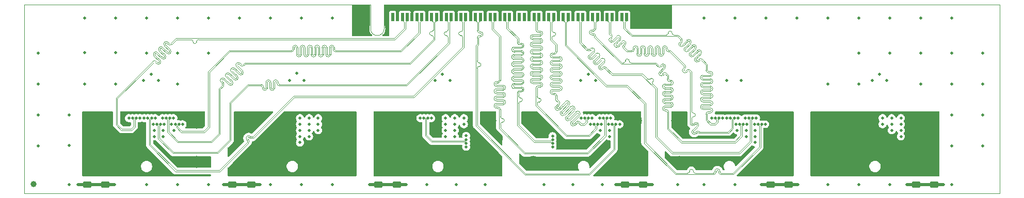
<source format=gbr>
%TF.GenerationSoftware,KiCad,Pcbnew,(7.0.0)*%
%TF.CreationDate,2023-07-13T16:08:18+02:00*%
%TF.ProjectId,RD53B_Quad_6DP_to_ERF8_Data_Adapter,52443533-425f-4517-9561-645f3644505f,V1*%
%TF.SameCoordinates,PX1767f18PY451e560*%
%TF.FileFunction,Copper,L4,Bot*%
%TF.FilePolarity,Positive*%
%FSLAX46Y46*%
G04 Gerber Fmt 4.6, Leading zero omitted, Abs format (unit mm)*
G04 Created by KiCad (PCBNEW (7.0.0)) date 2023-07-13 16:08:18*
%MOMM*%
%LPD*%
G01*
G04 APERTURE LIST*
G04 Aperture macros list*
%AMRoundRect*
0 Rectangle with rounded corners*
0 $1 Rounding radius*
0 $2 $3 $4 $5 $6 $7 $8 $9 X,Y pos of 4 corners*
0 Add a 4 corners polygon primitive as box body*
4,1,4,$2,$3,$4,$5,$6,$7,$8,$9,$2,$3,0*
0 Add four circle primitives for the rounded corners*
1,1,$1+$1,$2,$3*
1,1,$1+$1,$4,$5*
1,1,$1+$1,$6,$7*
1,1,$1+$1,$8,$9*
0 Add four rect primitives between the rounded corners*
20,1,$1+$1,$2,$3,$4,$5,0*
20,1,$1+$1,$4,$5,$6,$7,0*
20,1,$1+$1,$6,$7,$8,$9,0*
20,1,$1+$1,$8,$9,$2,$3,0*%
G04 Aperture macros list end*
%TA.AperFunction,ComponentPad*%
%ADD10C,2.660000*%
%TD*%
%TA.AperFunction,ComponentPad*%
%ADD11C,1.982000*%
%TD*%
%TA.AperFunction,SMDPad,CuDef*%
%ADD12R,0.500000X1.480000*%
%TD*%
%TA.AperFunction,SMDPad,CuDef*%
%ADD13R,1.500000X2.000000*%
%TD*%
%TA.AperFunction,SMDPad,CuDef*%
%ADD14RoundRect,0.250000X-0.475000X0.250000X-0.475000X-0.250000X0.475000X-0.250000X0.475000X0.250000X0*%
%TD*%
%TA.AperFunction,SMDPad,CuDef*%
%ADD15RoundRect,0.250000X-0.450000X0.262500X-0.450000X-0.262500X0.450000X-0.262500X0.450000X0.262500X0*%
%TD*%
%TA.AperFunction,SMDPad,CuDef*%
%ADD16C,1.000000*%
%TD*%
%TA.AperFunction,ViaPad*%
%ADD17C,0.500000*%
%TD*%
%TA.AperFunction,Conductor*%
%ADD18C,0.500000*%
%TD*%
%TA.AperFunction,Conductor*%
%ADD19C,0.126000*%
%TD*%
%TA.AperFunction,Profile*%
%ADD20C,0.010000*%
%TD*%
G04 APERTURE END LIST*
D10*
%TO.P,J4,MH1,MH1*%
%TO.N,/DP4_SGND*%
X83482000Y11965000D03*
D11*
%TO.P,J4,MH2,MH2*%
X83482000Y5185000D03*
%TO.P,J4,MH3,MH3*%
X99982000Y5185000D03*
D10*
%TO.P,J4,MH4,MH4*%
X99982000Y11965000D03*
%TD*%
%TO.P,J2,MH1,MH1*%
%TO.N,/DP2_SGND*%
X35684000Y11966000D03*
D11*
%TO.P,J2,MH2,MH2*%
X35684000Y5186000D03*
%TO.P,J2,MH3,MH3*%
X52184000Y5186000D03*
D10*
%TO.P,J2,MH4,MH4*%
X52184000Y11966000D03*
%TD*%
D12*
%TO.P,J7,02,02*%
%TO.N,unconnected-(J7-Pad02)*%
X60397999Y28944999D03*
%TO.P,J7,04,04*%
%TO.N,GND*%
X61197999Y28944999D03*
%TO.P,J7,06,06*%
%TO.N,/DP1_CMD_P*%
X61997999Y28944999D03*
%TO.P,J7,08,08*%
%TO.N,/DP1_CMD_N*%
X62797999Y28944999D03*
%TO.P,J7,10,10*%
%TO.N,GND*%
X63597999Y28944999D03*
%TO.P,J7,12,12*%
%TO.N,/DP1_Line0_P*%
X64397999Y28944999D03*
%TO.P,J7,14,14*%
%TO.N,/DP1_Line0_N*%
X65197999Y28944999D03*
%TO.P,J7,16,16*%
%TO.N,GND*%
X65997999Y28944999D03*
%TO.P,J7,18,18*%
%TO.N,/DP1_Line1_P*%
X66797999Y28944999D03*
%TO.P,J7,20,20*%
%TO.N,/DP1_Line1_N*%
X67597999Y28944999D03*
%TO.P,J7,22,22*%
%TO.N,GND*%
X68397999Y28944999D03*
%TO.P,J7,24,24*%
%TO.N,/DP1_Line2_P*%
X69197999Y28944999D03*
%TO.P,J7,26,26*%
%TO.N,/DP1_Line2_N*%
X69997999Y28944999D03*
%TO.P,J7,28,28*%
%TO.N,GND*%
X70797999Y28944999D03*
%TO.P,J7,30,30*%
%TO.N,/DP1_Line3_P*%
X71597999Y28944999D03*
%TO.P,J7,32,32*%
%TO.N,/DP1_Line3_N*%
X72397999Y28944999D03*
%TO.P,J7,34,34*%
%TO.N,GND*%
X73197999Y28944999D03*
%TO.P,J7,36,36*%
%TO.N,/DP4_Line0_P*%
X73997999Y28944999D03*
%TO.P,J7,38,38*%
%TO.N,/DP4_Line0_N*%
X74797999Y28944999D03*
%TO.P,J7,40,40*%
%TO.N,GND*%
X75597999Y28944999D03*
%TO.P,J7,42,42*%
%TO.N,/DP4_Line1_P*%
X76397999Y28944999D03*
%TO.P,J7,44,44*%
%TO.N,/DP4_Line1_N*%
X77197999Y28944999D03*
%TO.P,J7,46,46*%
%TO.N,GND*%
X77997999Y28944999D03*
%TO.P,J7,48,48*%
%TO.N,/DP4_CMD_P*%
X78797999Y28944999D03*
%TO.P,J7,50,50*%
%TO.N,/DP4_CMD_N*%
X79597999Y28944999D03*
%TO.P,J7,52,52*%
%TO.N,GND*%
X80397999Y28944999D03*
%TO.P,J7,54,54*%
%TO.N,unconnected-(J7-Pad54)*%
X81197999Y28944999D03*
%TO.P,J7,56,56*%
%TO.N,unconnected-(J7-Pad56)*%
X81997999Y28944999D03*
%TO.P,J7,58,58*%
%TO.N,GND*%
X82797999Y28944999D03*
%TO.P,J7,60,60*%
%TO.N,/DP4_Line2_P*%
X83597999Y28944999D03*
%TO.P,J7,62,62*%
%TO.N,/DP4_Line2_N*%
X84397999Y28944999D03*
%TO.P,J7,64,64*%
%TO.N,GND*%
X85197999Y28944999D03*
%TO.P,J7,66,66*%
%TO.N,/DP4_Line3_P*%
X85997999Y28944999D03*
%TO.P,J7,68,68*%
%TO.N,/DP4_Line3_N*%
X86797999Y28944999D03*
%TO.P,J7,70,70*%
%TO.N,GND*%
X87597999Y28944999D03*
%TO.P,J7,72,72*%
%TO.N,/DP5_Line0_P*%
X88397999Y28944999D03*
%TO.P,J7,74,74*%
%TO.N,/DP5_Line0_N*%
X89197999Y28944999D03*
%TO.P,J7,76,76*%
%TO.N,GND*%
X89997999Y28944999D03*
%TO.P,J7,78,78*%
%TO.N,/DP5_Line1_P*%
X90797999Y28944999D03*
%TO.P,J7,80,80*%
%TO.N,/DP5_Line1_N*%
X91597999Y28944999D03*
%TO.P,J7,82,82*%
%TO.N,GND*%
X92397999Y28944999D03*
%TO.P,J7,84,84*%
%TO.N,/DP5_Line2_P*%
X93197999Y28944999D03*
%TO.P,J7,86,86*%
%TO.N,/DP5_Line2_N*%
X93997999Y28944999D03*
%TO.P,J7,88,88*%
%TO.N,GND*%
X94797999Y28944999D03*
%TO.P,J7,90,90*%
%TO.N,/DP5_Line3_P*%
X95597999Y28944999D03*
%TO.P,J7,92,92*%
%TO.N,/DP5_Line3_N*%
X96397999Y28944999D03*
%TO.P,J7,94,94*%
%TO.N,GND*%
X97197999Y28944999D03*
%TO.P,J7,96,96*%
%TO.N,/DP5_CMD_P*%
X97997999Y28944999D03*
%TO.P,J7,98,98*%
%TO.N,/DP5_CMD_N*%
X98797999Y28944999D03*
%TO.P,J7,100,100*%
%TO.N,GND*%
X99597999Y28944999D03*
D13*
%TO.P,J7,S2,S2*%
X55497999Y28804999D03*
%TO.P,J7,S4,S4*%
X104497999Y28804999D03*
%TD*%
D10*
%TO.P,J6,MH1,MH1*%
%TO.N,/DP6_SGND*%
X131278000Y11965000D03*
D11*
%TO.P,J6,MH2,MH2*%
X131278000Y5185000D03*
%TO.P,J6,MH3,MH3*%
X147778000Y5185000D03*
D10*
%TO.P,J6,MH4,MH4*%
X147778000Y11965000D03*
%TD*%
%TO.P,J5,MH1,MH1*%
%TO.N,/DP5_SGND*%
X107380000Y11965000D03*
D11*
%TO.P,J5,MH2,MH2*%
X107380000Y5185000D03*
%TO.P,J5,MH3,MH3*%
X123880000Y5185000D03*
D10*
%TO.P,J5,MH4,MH4*%
X123880000Y11965000D03*
%TD*%
%TO.P,J3,MH1,MH1*%
%TO.N,/DP3_SGND*%
X59584000Y11965000D03*
D11*
%TO.P,J3,MH2,MH2*%
X59584000Y5185000D03*
%TO.P,J3,MH3,MH3*%
X76084000Y5185000D03*
D10*
%TO.P,J3,MH4,MH4*%
X76084000Y11965000D03*
%TD*%
%TO.P,J1,MH1,MH1*%
%TO.N,/DP1_SGND*%
X11788000Y11965000D03*
D11*
%TO.P,J1,MH2,MH2*%
X11788000Y5185000D03*
%TO.P,J1,MH3,MH3*%
X28288000Y5185000D03*
D10*
%TO.P,J1,MH4,MH4*%
X28288000Y11965000D03*
%TD*%
D14*
%TO.P,C12,1*%
%TO.N,/DP6_SGND*%
X149278000Y3285000D03*
%TO.P,C12,2*%
%TO.N,GND*%
X149278000Y1385000D03*
%TD*%
D15*
%TO.P,R3,1*%
%TO.N,/DP3_SGND*%
X61084000Y3247500D03*
%TO.P,R3,2*%
%TO.N,GND*%
X61084000Y1422500D03*
%TD*%
%TO.P,R6,1*%
%TO.N,/DP6_SGND*%
X146278000Y3247500D03*
%TO.P,R6,2*%
%TO.N,GND*%
X146278000Y1422500D03*
%TD*%
%TO.P,R4,1*%
%TO.N,/DP4_SGND*%
X98482000Y3247500D03*
%TO.P,R4,2*%
%TO.N,GND*%
X98482000Y1422500D03*
%TD*%
D16*
%TO.P,REF_Bottom,*%
%TO.N,*%
X1487000Y1524000D03*
%TD*%
D15*
%TO.P,R2,1*%
%TO.N,/DP2_SGND*%
X37184000Y3247500D03*
%TO.P,R2,2*%
%TO.N,GND*%
X37184000Y1422500D03*
%TD*%
%TO.P,R1,1*%
%TO.N,/DP1_SGND*%
X13288000Y3247500D03*
%TO.P,R1,2*%
%TO.N,GND*%
X13288000Y1422500D03*
%TD*%
D14*
%TO.P,C8,1*%
%TO.N,/DP2_SGND*%
X34125000Y3285000D03*
%TO.P,C8,2*%
%TO.N,GND*%
X34125000Y1385000D03*
%TD*%
%TO.P,C7,1*%
%TO.N,/DP1_SGND*%
X10288000Y3285000D03*
%TO.P,C7,2*%
%TO.N,GND*%
X10288000Y1385000D03*
%TD*%
%TO.P,C9,1*%
%TO.N,/DP3_SGND*%
X58084000Y3285000D03*
%TO.P,C9,2*%
%TO.N,GND*%
X58084000Y1385000D03*
%TD*%
D15*
%TO.P,R5,1*%
%TO.N,/DP5_SGND*%
X122380000Y3247500D03*
%TO.P,R5,2*%
%TO.N,GND*%
X122380000Y1422500D03*
%TD*%
D14*
%TO.P,C11,1*%
%TO.N,/DP5_SGND*%
X125380000Y3285000D03*
%TO.P,C11,2*%
%TO.N,GND*%
X125380000Y1385000D03*
%TD*%
%TO.P,C10,1*%
%TO.N,/DP4_SGND*%
X101482000Y3285000D03*
%TO.P,C10,2*%
%TO.N,GND*%
X101482000Y1385000D03*
%TD*%
D17*
%TO.N,GND*%
X94640400Y11335000D03*
X116895500Y10335000D03*
X80398000Y30235000D03*
X9858000Y23097000D03*
X77998000Y30235000D03*
X72458000Y7622600D03*
X70593000Y9335000D03*
X136858000Y23055000D03*
X70593000Y11335000D03*
X152098000Y23055000D03*
X126698000Y28805000D03*
X14938000Y17975000D03*
X70798000Y1422500D03*
X20018000Y23055000D03*
X93140400Y12335000D03*
X140773000Y12335000D03*
X111458000Y1422500D03*
X75598000Y1422500D03*
X67388000Y18507500D03*
X118390500Y10335000D03*
X92478000Y19507500D03*
X25940400Y11335000D03*
X25098000Y1422500D03*
X96982000Y1422500D03*
X45190500Y10335000D03*
X87598000Y30235000D03*
X56584000Y1422500D03*
X144778000Y1422500D03*
X91335600Y12335000D03*
X14938000Y28805000D03*
X48185500Y10335000D03*
X97198000Y30235000D03*
X40338000Y28805000D03*
X69083000Y11335000D03*
X44688000Y19676700D03*
X95835600Y11335000D03*
X48185500Y12335000D03*
X89998000Y1422500D03*
X95990500Y10335000D03*
X73198000Y30235000D03*
X45888000Y18507500D03*
X86628000Y7598400D03*
X91278000Y18507500D03*
X117578000Y18507500D03*
X19568000Y18507500D03*
X64935600Y12335000D03*
X86628000Y9403200D03*
X147778000Y1422500D03*
X103228000Y28805000D03*
X9858000Y28805000D03*
X147018000Y28805000D03*
X116735600Y11335000D03*
X118390500Y9335000D03*
X61198000Y30235000D03*
X140278000Y19507500D03*
X96140400Y12335000D03*
X24135600Y11335000D03*
X2238000Y17975000D03*
X68398000Y30235000D03*
X141938000Y1422500D03*
X117040400Y12335000D03*
X111458000Y28805000D03*
X141478000Y18507500D03*
X102982000Y1422500D03*
X142268000Y10335000D03*
X2238000Y12895000D03*
X30178000Y28805000D03*
X118540400Y11335000D03*
X69788000Y18507500D03*
X92398000Y30235000D03*
X66740400Y12335000D03*
X152098000Y28805000D03*
X75598000Y30235000D03*
X20018000Y28805000D03*
X46698000Y9335000D03*
X143780500Y12360000D03*
X18940400Y12335000D03*
X157178000Y12895000D03*
X21293000Y9335000D03*
X157178000Y23055000D03*
X22635600Y12335000D03*
X11788000Y1422500D03*
X120880000Y1422500D03*
X68588000Y19507500D03*
X14788000Y1422500D03*
X22783000Y10335000D03*
X35258000Y28805000D03*
X70593000Y12335000D03*
X32625000Y1422500D03*
X24488000Y10335000D03*
X152098000Y1422500D03*
X46698000Y12335000D03*
X54228000Y28805000D03*
X45418000Y1422500D03*
X55498000Y27335000D03*
X45190500Y8335000D03*
X115178000Y18507500D03*
X22940400Y11335000D03*
X30178000Y1422500D03*
X121540400Y11335000D03*
X24440400Y12335000D03*
X157178000Y7815000D03*
X69083000Y10335000D03*
X143780500Y9335000D03*
X21135600Y11335000D03*
X142268000Y12335000D03*
X139078000Y18507500D03*
X7318000Y12895000D03*
X120040400Y12335000D03*
X72458000Y9427400D03*
X46668000Y11335000D03*
X147018000Y17975000D03*
X72090500Y12335000D03*
X30178000Y23055000D03*
X65998000Y30235000D03*
X95990500Y9335000D03*
X97640400Y11335000D03*
X136858000Y28805000D03*
X38684000Y1422500D03*
X45190500Y12335000D03*
X143780500Y10335000D03*
X99598000Y30235000D03*
X116538000Y1422500D03*
X62584000Y1422500D03*
X94493000Y10335000D03*
X92835600Y11335000D03*
X116538000Y28805000D03*
X105768000Y28805000D03*
X50498000Y28805000D03*
X140773000Y11335000D03*
X119895500Y9335000D03*
X99982000Y1422500D03*
X25098000Y17975000D03*
X50498000Y1422500D03*
X70798000Y30235000D03*
X21443700Y12335000D03*
X119735600Y11335000D03*
X69083000Y12335000D03*
X46698000Y10335000D03*
X118235600Y12335000D03*
X142268000Y11335000D03*
X115232300Y12335000D03*
X20768000Y19507500D03*
X152098000Y12895000D03*
X2238000Y7815000D03*
X45190500Y11335000D03*
X25098000Y23055000D03*
X85198000Y1422500D03*
X70593000Y10335000D03*
X104498000Y27335000D03*
X94798000Y30235000D03*
X7318000Y7863000D03*
X82798000Y30235000D03*
X112732300Y12335000D03*
X65998000Y1422500D03*
X20018000Y1422500D03*
X45418000Y28805000D03*
X141938000Y28805000D03*
X126880000Y1422500D03*
X63598000Y30235000D03*
X119895500Y10335000D03*
X107168000Y1422500D03*
X14938000Y23097000D03*
X114540400Y12335000D03*
X94798000Y1422500D03*
X131778000Y17975000D03*
X8788000Y1422500D03*
X59584000Y1422500D03*
X21293000Y10335000D03*
X72090500Y11335000D03*
X143780500Y11335000D03*
X131778000Y28805000D03*
X40338000Y1422500D03*
X131778000Y1422500D03*
X43488000Y18507500D03*
X35684000Y1419000D03*
X93678000Y18507500D03*
X150778000Y1422500D03*
X19636400Y12335000D03*
X141938000Y23055000D03*
X2238000Y23055000D03*
X121618000Y28805000D03*
X136858000Y17975000D03*
X22783000Y9335000D03*
X25098000Y28805000D03*
X7318000Y1422500D03*
X85198000Y30235000D03*
X94335600Y12335000D03*
X136858000Y1422500D03*
X9858000Y17975000D03*
X48185500Y11335000D03*
X123880000Y1422500D03*
X152098000Y17975000D03*
X45190500Y9335000D03*
X147018000Y23055000D03*
X89998000Y30235000D03*
X69083000Y9335000D03*
X119895500Y8335000D03*
X17135600Y12335000D03*
X157178000Y17975000D03*
X152098000Y7815000D03*
X21968000Y18507500D03*
%TO.N,/DP1_Line0_P*%
X25338800Y11335000D03*
%TO.N,/DP1_Line0_N*%
X24737200Y11335000D03*
%TO.N,/DP1_Line1_P*%
X23838800Y12335000D03*
%TO.N,/DP1_Line1_N*%
X23237200Y12335000D03*
%TO.N,/DP1_Line2_P*%
X22338800Y11335000D03*
%TO.N,/DP1_Line2_N*%
X21737200Y11335000D03*
%TO.N,/DP1_Line3_P*%
X20842100Y12345000D03*
%TO.N,/DP1_Line3_N*%
X20238000Y12345000D03*
%TO.N,/DP3_SGND*%
X72653000Y5170000D03*
X73286000Y11130000D03*
X70088000Y7275000D03*
%TO.N,/DP1_CMD_P*%
X18338800Y12335000D03*
%TO.N,/DP1_CMD_N*%
X17737200Y12335000D03*
%TO.N,/DP3_CMD_P*%
X72458000Y8825800D03*
X66138800Y12335000D03*
%TO.N,/DP3_CMD_N*%
X72458000Y8224200D03*
X65537200Y12335000D03*
%TO.N,/DP4_Line0_P*%
X97038800Y11335000D03*
%TO.N,/DP4_Line0_N*%
X96437200Y11335000D03*
%TO.N,/DP4_Line1_P*%
X95538800Y12335000D03*
%TO.N,/DP4_Line1_N*%
X94937200Y12335000D03*
%TO.N,/DP4_Line2_P*%
X94038800Y11335000D03*
%TO.N,/DP4_Line2_N*%
X93437200Y11335000D03*
%TO.N,/DP4_Line3_P*%
X92538800Y12335000D03*
%TO.N,/DP4_Line3_N*%
X91937200Y12335000D03*
%TO.N,/DP4_CMD_P*%
X86628000Y8200000D03*
%TO.N,/DP4_CMD_N*%
X86628000Y8801600D03*
%TO.N,/DP5_Line0_P*%
X120938800Y11335000D03*
%TO.N,/DP5_Line0_N*%
X120337200Y11335000D03*
%TO.N,/DP5_Line1_P*%
X119438800Y12335000D03*
%TO.N,/DP5_Line1_N*%
X118837200Y12335000D03*
%TO.N,/DP5_Line2_P*%
X117938800Y11335000D03*
%TO.N,/DP5_Line2_N*%
X117337200Y11335000D03*
%TO.N,/DP5_Line3_P*%
X116438800Y12335000D03*
%TO.N,/DP5_Line3_N*%
X115833900Y12335000D03*
%TO.N,/DP5_CMD_P*%
X113938800Y12335000D03*
%TO.N,/DP5_CMD_N*%
X113333900Y12335000D03*
%TO.N,/DP4_SGND*%
X90111000Y8045000D03*
X91948000Y8064000D03*
%TO.N,/DP5_SGND*%
X115998000Y9310000D03*
X118916000Y7071000D03*
X111772000Y9203000D03*
X117031000Y5527000D03*
%TD*%
D18*
%TO.N,GND*%
X99982000Y1422500D02*
X98482000Y1422500D01*
X147778000Y1422500D02*
X146278000Y1422500D01*
X120880000Y1422500D02*
X122380000Y1422500D01*
X35684000Y1419000D02*
X34159000Y1419000D01*
X59584000Y1422500D02*
X58121500Y1422500D01*
X56584000Y1422500D02*
X58046500Y1422500D01*
X99982000Y1422500D02*
X101444500Y1422500D01*
X10250500Y1422500D02*
X10288000Y1385000D01*
X8788000Y1422500D02*
X10250500Y1422500D01*
X11788000Y1422500D02*
X10325500Y1422500D01*
X58121500Y1422500D02*
X58084000Y1385000D01*
X96982000Y1422500D02*
X98482000Y1422500D01*
X125417500Y1422500D02*
X125380000Y1385000D01*
X34087500Y1422500D02*
X34125000Y1385000D01*
X125342500Y1422500D02*
X125380000Y1385000D01*
X147778000Y1422500D02*
X149240500Y1422500D01*
X11788000Y1422500D02*
X13288000Y1422500D01*
X34159000Y1419000D02*
X34125000Y1385000D01*
X61084000Y1422500D02*
X59584000Y1422500D01*
X149315500Y1422500D02*
X149278000Y1385000D01*
X101519500Y1422500D02*
X101482000Y1385000D01*
X35684000Y1419000D02*
X37180500Y1419000D01*
X58046500Y1422500D02*
X58084000Y1385000D01*
X14788000Y1422500D02*
X13288000Y1422500D01*
X123880000Y1422500D02*
X125342500Y1422500D01*
X32625000Y1422500D02*
X34087500Y1422500D01*
X37180500Y1419000D02*
X37184000Y1422500D01*
X150778000Y1422500D02*
X149315500Y1422500D01*
X123880000Y1422500D02*
X122380000Y1422500D01*
X38684000Y1422500D02*
X37184000Y1422500D01*
X10325500Y1422500D02*
X10288000Y1385000D01*
X144778000Y1422500D02*
X146278000Y1422500D01*
X102982000Y1422500D02*
X101519500Y1422500D01*
X62584000Y1422500D02*
X61084000Y1422500D01*
X126880000Y1422500D02*
X125417500Y1422500D01*
X149240500Y1422500D02*
X149278000Y1385000D01*
D19*
%TO.N,/DP1_Line0_P*%
X50008701Y23908100D02*
X50008701Y23651699D01*
X46408701Y23908100D02*
X46408701Y23465499D01*
X44836301Y22795298D02*
X44836301Y23237899D01*
X30098000Y10875938D02*
X29430862Y10208800D01*
X49636301Y23237899D02*
X49636301Y23908100D01*
X50836301Y23651699D02*
X50836301Y23908100D01*
X48436301Y23237899D02*
X48436301Y23908100D01*
X46036301Y23237899D02*
X46036301Y23908100D01*
X29430862Y10208800D02*
X25821076Y10208800D01*
X45208701Y23465499D02*
X45208701Y22795298D01*
X37931086Y23465499D02*
X33577561Y23465499D01*
X30098000Y19985938D02*
X30098000Y10875938D01*
X47608701Y23465499D02*
X47608701Y22795298D01*
X46036301Y22795298D02*
X46036301Y23237899D01*
X47236301Y22795298D02*
X47236301Y23237899D01*
X64686400Y28076600D02*
X64686400Y26443400D01*
X45208701Y23908100D02*
X45208701Y23465499D01*
X25145600Y10884276D02*
X25145600Y11141800D01*
X64398000Y28945000D02*
X64398000Y28365000D01*
X46408701Y23465499D02*
X46408701Y22795298D01*
X61708499Y23465499D02*
X51022501Y23465499D01*
X44836301Y23237899D02*
X44836301Y23908100D01*
X49636301Y22795298D02*
X49636301Y23237899D01*
X25821076Y10208800D02*
X25145600Y10884276D01*
X48808701Y23465499D02*
X48808701Y22795298D01*
X50008701Y23651699D02*
X50008701Y22795298D01*
X47236301Y23237899D02*
X47236301Y23908100D01*
X48436301Y22795298D02*
X48436301Y23237899D01*
X33577561Y23465499D02*
X30098000Y19985938D01*
X47608701Y23908100D02*
X47608701Y23465499D01*
X64398000Y28365000D02*
X64686400Y28076600D01*
X25145600Y11141800D02*
X25338800Y11335000D01*
X48808701Y23908100D02*
X48808701Y23465499D01*
X64686400Y26443400D02*
X61708499Y23465499D01*
X43822501Y23465499D02*
X37931086Y23465499D01*
X44008701Y23908100D02*
X44008701Y23651699D01*
X45022501Y22609099D02*
G75*
G03*
X45208701Y22795298I-1J186201D01*
G01*
X47422501Y22609099D02*
G75*
G03*
X47608701Y22795298I-1J186201D01*
G01*
X48436300Y23908100D02*
G75*
G03*
X48022501Y24321900I-413800J0D01*
G01*
X49822501Y22609099D02*
G75*
G03*
X50008701Y22795298I-1J186201D01*
G01*
X50836300Y23908100D02*
G75*
G03*
X50422501Y24321900I-413800J0D01*
G01*
X49222501Y24321899D02*
G75*
G03*
X48808701Y23908100I-1J-413799D01*
G01*
X48436298Y22795298D02*
G75*
G03*
X48622501Y22609098I186202J2D01*
G01*
X44422501Y24321899D02*
G75*
G03*
X44008701Y23908100I-1J-413799D01*
G01*
X48622501Y22609099D02*
G75*
G03*
X48808701Y22795298I-1J186201D01*
G01*
X46822501Y24321899D02*
G75*
G03*
X46408701Y23908100I-1J-413799D01*
G01*
X46222501Y22609099D02*
G75*
G03*
X46408701Y22795298I-1J186201D01*
G01*
X43822501Y23465499D02*
G75*
G03*
X44008701Y23651699I-1J186201D01*
G01*
X48022501Y24321899D02*
G75*
G03*
X47608701Y23908100I-1J-413799D01*
G01*
X49636300Y23908100D02*
G75*
G03*
X49222501Y24321900I-413800J0D01*
G01*
X50422501Y24321899D02*
G75*
G03*
X50008701Y23908100I-1J-413799D01*
G01*
X47236298Y22795298D02*
G75*
G03*
X47422501Y22609098I186202J2D01*
G01*
X50836299Y23651699D02*
G75*
G03*
X51022501Y23465499I186201J1D01*
G01*
X44836298Y22795298D02*
G75*
G03*
X45022501Y22609098I186202J2D01*
G01*
X49636298Y22795298D02*
G75*
G03*
X49822501Y22609098I186202J2D01*
G01*
X47236300Y23908100D02*
G75*
G03*
X46822501Y24321900I-413800J0D01*
G01*
X45622501Y24321899D02*
G75*
G03*
X45208701Y23908100I-1J-413799D01*
G01*
X46036298Y22795298D02*
G75*
G03*
X46222501Y22609098I186202J2D01*
G01*
X44836300Y23908100D02*
G75*
G03*
X44422501Y24321900I-413800J0D01*
G01*
X46036300Y23908100D02*
G75*
G03*
X45622501Y24321900I-413800J0D01*
G01*
%TO.N,/DP1_Line0_N*%
X37931086Y23237899D02*
X33671837Y23237899D01*
X24918000Y11154200D02*
X24737200Y11335000D01*
X45808701Y22795298D02*
X45808701Y23237899D01*
X65198000Y28945000D02*
X65198000Y28365000D01*
X48208701Y23237899D02*
X48208701Y23908100D01*
X44236301Y23908100D02*
X44236301Y23651699D01*
X47008701Y22795298D02*
X47008701Y23237899D01*
X61802775Y23237899D02*
X51022501Y23237899D01*
X44608701Y22795298D02*
X44608701Y23237899D01*
X50236301Y23908100D02*
X50236301Y23651699D01*
X47836301Y23908100D02*
X47836301Y23465499D01*
X46636301Y23908100D02*
X46636301Y23465499D01*
X49036301Y23465499D02*
X49036301Y22795298D01*
X24918000Y10790000D02*
X24918000Y11154200D01*
X49408701Y22795298D02*
X49408701Y23237899D01*
X33671837Y23237899D02*
X30325600Y19891662D01*
X30325600Y19891662D02*
X30325600Y10781662D01*
X48208701Y22795298D02*
X48208701Y23237899D01*
X65198000Y28365000D02*
X64914000Y28081000D01*
X46636301Y23465499D02*
X46636301Y22795298D01*
X64914000Y26349124D02*
X61802775Y23237899D01*
X30325600Y10781662D02*
X29525138Y9981200D01*
X47836301Y23465499D02*
X47836301Y22795298D01*
X49036301Y23908100D02*
X49036301Y23465499D01*
X45436301Y23465499D02*
X45436301Y22795298D01*
X43822501Y23237899D02*
X37931086Y23237899D01*
X64914000Y28081000D02*
X64914000Y26349124D01*
X50608701Y23651699D02*
X50608701Y23908100D01*
X29525138Y9981200D02*
X25726800Y9981200D01*
X50236301Y23651699D02*
X50236301Y22795298D01*
X49408701Y23237899D02*
X49408701Y23908100D01*
X45436301Y23908100D02*
X45436301Y23465499D01*
X47008701Y23237899D02*
X47008701Y23908100D01*
X45808701Y23237899D02*
X45808701Y23908100D01*
X25726800Y9981200D02*
X24918000Y10790000D01*
X44608701Y23237899D02*
X44608701Y23908100D01*
X48622501Y22381499D02*
G75*
G03*
X49036301Y22795298I-1J413801D01*
G01*
X44608700Y23908100D02*
G75*
G03*
X44422501Y24094300I-186200J0D01*
G01*
X44608698Y22795298D02*
G75*
G03*
X45022501Y22381498I413802J2D01*
G01*
X50608699Y23651699D02*
G75*
G03*
X51022501Y23237899I413801J1D01*
G01*
X48022501Y24094299D02*
G75*
G03*
X47836301Y23908100I-1J-186199D01*
G01*
X45622501Y24094299D02*
G75*
G03*
X45436301Y23908100I-1J-186199D01*
G01*
X49222501Y24094299D02*
G75*
G03*
X49036301Y23908100I-1J-186199D01*
G01*
X47008700Y23908100D02*
G75*
G03*
X46822501Y24094300I-186200J0D01*
G01*
X49822501Y22381499D02*
G75*
G03*
X50236301Y22795298I-1J413801D01*
G01*
X50608700Y23908100D02*
G75*
G03*
X50422501Y24094300I-186200J0D01*
G01*
X48208698Y22795298D02*
G75*
G03*
X48622501Y22381498I413802J2D01*
G01*
X45808698Y22795298D02*
G75*
G03*
X46222501Y22381498I413802J2D01*
G01*
X48208700Y23908100D02*
G75*
G03*
X48022501Y24094300I-186200J0D01*
G01*
X44422501Y24094299D02*
G75*
G03*
X44236301Y23908100I-1J-186199D01*
G01*
X43822501Y23237899D02*
G75*
G03*
X44236301Y23651699I-1J413801D01*
G01*
X45808700Y23908100D02*
G75*
G03*
X45622501Y24094300I-186200J0D01*
G01*
X47008698Y22795298D02*
G75*
G03*
X47422501Y22381498I413802J2D01*
G01*
X49408700Y23908100D02*
G75*
G03*
X49222501Y24094300I-186200J0D01*
G01*
X46822501Y24094299D02*
G75*
G03*
X46636301Y23908100I-1J-186199D01*
G01*
X45022501Y22381499D02*
G75*
G03*
X45436301Y22795298I-1J413801D01*
G01*
X50422501Y24094299D02*
G75*
G03*
X50236301Y23908100I-1J-186199D01*
G01*
X47422501Y22381499D02*
G75*
G03*
X47836301Y22795298I-1J413801D01*
G01*
X49408698Y22795298D02*
G75*
G03*
X49822501Y22381498I413802J2D01*
G01*
X46222501Y22381499D02*
G75*
G03*
X46636301Y22795298I-1J413801D01*
G01*
%TO.N,/DP1_Line1_P*%
X33248110Y18399391D02*
X33248106Y18399392D01*
X34945164Y20096450D02*
X34524837Y20516777D01*
X25223938Y8570000D02*
X23648000Y10145938D01*
X33668436Y17979065D02*
X33328578Y18318923D01*
X36132777Y21445000D02*
X35844888Y21157111D01*
X34788165Y21365307D02*
X34788164Y21365306D01*
X35365494Y19676123D02*
X35025636Y20015981D01*
X33248106Y18399392D02*
X32827779Y18819719D01*
X67084000Y28079000D02*
X67084000Y26834000D01*
X67084000Y25634000D02*
X67084000Y25584000D01*
X67084000Y25584000D02*
X67084000Y25341000D01*
X34516965Y18827594D02*
X34177107Y19167452D01*
X35628818Y19676122D02*
X35628820Y19676123D01*
X30592062Y8570000D02*
X25223938Y8570000D01*
X34096639Y19247920D02*
X34096635Y19247921D01*
X34177107Y19167452D02*
X34096639Y19247920D01*
X32242578Y18234518D02*
X32450772Y18026324D01*
X31870400Y17182623D02*
X31870400Y9848338D01*
X34096635Y19247921D02*
X33676308Y19668248D01*
X34788164Y20780105D02*
X35628819Y19939449D01*
X32450773Y17762997D02*
X32450772Y17762997D01*
X67084000Y25341000D02*
X63188000Y21445000D01*
X23648000Y10145938D02*
X23648000Y12144200D01*
X66757360Y25934000D02*
X66784000Y25934000D01*
X33091107Y19083047D02*
X33931761Y18242391D01*
X33939636Y19931576D02*
X34780290Y19090920D01*
X66798000Y28365000D02*
X67084000Y28079000D01*
X35025636Y20015981D02*
X34945168Y20096449D01*
X32242578Y18819718D02*
X32242578Y18819719D01*
X32450772Y17762997D02*
X31870400Y17182623D01*
X33931760Y17979064D02*
X33931762Y17979065D01*
X33091107Y19083048D02*
X33091107Y19083047D01*
X34788164Y20780106D02*
X34788164Y20780105D01*
X35581561Y21157111D02*
X35373366Y21365306D01*
X33328578Y18318923D02*
X33248110Y18399391D01*
X34945168Y20096449D02*
X34945164Y20096450D01*
X35581560Y21157111D02*
X35581561Y21157111D01*
X34780289Y18827593D02*
X34780291Y18827594D01*
X33091107Y19668247D02*
X33091107Y19668248D01*
X32242578Y18234519D02*
X32242578Y18234518D01*
X33939636Y19931577D02*
X33939636Y19931576D01*
X66784000Y26534000D02*
X66757360Y26534000D01*
X23648000Y12144200D02*
X23838800Y12335000D01*
X66798000Y28945000D02*
X66798000Y28365000D01*
X31870400Y9848338D02*
X30592062Y8570000D01*
X33939636Y20516776D02*
X33939636Y20516777D01*
X63188000Y21445000D02*
X36132777Y21445000D01*
X66784000Y26534000D02*
G75*
G03*
X67084000Y26834000I0J300000D01*
G01*
X33939613Y20516800D02*
G75*
G03*
X33939636Y19931577I292587J-292600D01*
G01*
X35628804Y19676136D02*
G75*
G03*
X35628819Y19939449I-131604J131664D01*
G01*
X66757360Y26534040D02*
G75*
G03*
X66457360Y26234000I40J-300040D01*
G01*
X35373401Y21365341D02*
G75*
G03*
X34788165Y21365307I-292601J-292641D01*
G01*
X67084000Y25634000D02*
G75*
G03*
X66784000Y25934000I-300000J0D01*
G01*
X34788170Y21365300D02*
G75*
G03*
X34788164Y20780106I292630J-292600D01*
G01*
X33931787Y17979037D02*
G75*
G03*
X33931760Y18242390I-131687J131663D01*
G01*
X33091156Y19668199D02*
G75*
G03*
X33091108Y19083049I292544J-292599D01*
G01*
X35365495Y19676124D02*
G75*
G03*
X35628819Y19676124I131662J131661D01*
G01*
X34516966Y18827595D02*
G75*
G03*
X34780290Y18827595I131662J131661D01*
G01*
X32242597Y18819700D02*
G75*
G03*
X32242578Y18234519I292603J-292600D01*
G01*
X34524800Y20516740D02*
G75*
G03*
X33939636Y20516776I-292600J-292540D01*
G01*
X33676300Y19668240D02*
G75*
G03*
X33091107Y19668247I-292600J-292640D01*
G01*
X33668437Y17979066D02*
G75*
G03*
X33931761Y17979066I131662J131661D01*
G01*
X32450733Y17763037D02*
G75*
G03*
X32450772Y18026324I-131633J131663D01*
G01*
X66457400Y26234000D02*
G75*
G03*
X66757360Y25934000I300000J0D01*
G01*
X35581560Y21157111D02*
G75*
G03*
X35844888Y21157111I131664J131664D01*
G01*
X34780246Y18827636D02*
G75*
G03*
X34780290Y19090920I-131646J131664D01*
G01*
X32827800Y18819740D02*
G75*
G03*
X32242578Y18819718I-292600J-292640D01*
G01*
%TO.N,/DP1_Line1_N*%
X23420400Y10051663D02*
X23420400Y12151800D01*
X34356028Y18666657D02*
X34356026Y18666656D01*
X34092697Y17818127D02*
X34092699Y17818128D01*
X63282276Y21217400D02*
X36227053Y21217400D01*
X34356026Y18666656D02*
X33515371Y19507311D01*
X32611709Y17602060D02*
X32098000Y17088347D01*
X35204557Y19515186D02*
X35204555Y19515185D01*
X33507499Y17818128D02*
X33507497Y17818127D01*
X32611710Y17602061D02*
X32611709Y17602060D01*
X36227053Y21217400D02*
X36005825Y20996174D01*
X33252044Y19507310D02*
X33252044Y19507311D01*
X35789755Y19515185D02*
X35789757Y19515186D01*
X23420400Y12151800D02*
X23237200Y12335000D01*
X32403515Y18658781D02*
X32403515Y18658782D01*
X67311600Y25246724D02*
X63282276Y21217400D01*
X35157296Y20732849D02*
X35789758Y20100388D01*
X67598000Y28365000D02*
X67311600Y28078600D01*
X34941226Y18666656D02*
X34941228Y18666657D01*
X35420624Y20996174D02*
X35212429Y21204369D01*
X35204555Y19515185D02*
X34363900Y20355840D01*
X33507497Y17818127D02*
X32666842Y18658782D01*
X34949102Y21204370D02*
X34949102Y21204369D01*
X32403515Y18395456D02*
X32611709Y18187262D01*
X34949102Y20941043D02*
X35157296Y20732849D01*
X34100573Y20092514D02*
X34440431Y19752656D01*
X34100573Y20355839D02*
X34100573Y20355840D01*
X32098000Y17088347D02*
X32098000Y9754062D01*
X35420623Y20996174D02*
X35420624Y20996174D01*
X33591902Y18904127D02*
X34092700Y18403330D01*
X34440431Y19752656D02*
X34941229Y19251859D01*
X25129663Y8342400D02*
X23420400Y10051663D01*
X33252044Y19243985D02*
X33591902Y18904127D01*
X30686337Y8342400D02*
X25129663Y8342400D01*
X67311600Y28078600D02*
X67311600Y25246724D01*
X67598000Y28945000D02*
X67598000Y28365000D01*
X32098000Y9754062D02*
X30686337Y8342400D01*
X35789743Y19515198D02*
G75*
G03*
X35789758Y20100388I-292543J292602D01*
G01*
X35212464Y21204404D02*
G75*
G03*
X34949102Y21204370I-131664J-131704D01*
G01*
X32403535Y18658762D02*
G75*
G03*
X32403516Y18395457I131665J-131662D01*
G01*
X33507499Y17818128D02*
G75*
G03*
X34092699Y17818128I292600J292596D01*
G01*
X33252092Y19507262D02*
G75*
G03*
X33252045Y19243986I131608J-131662D01*
G01*
X35204557Y19515186D02*
G75*
G03*
X35789757Y19515186I292600J292596D01*
G01*
X34356028Y18666657D02*
G75*
G03*
X34941228Y18666657I292600J292596D01*
G01*
X34941185Y18666697D02*
G75*
G03*
X34941229Y19251859I-292585J292603D01*
G01*
X34092727Y17818097D02*
G75*
G03*
X34092700Y18403330I-292627J292603D01*
G01*
X32666862Y18658802D02*
G75*
G03*
X32403516Y18658780I-131662J-131702D01*
G01*
X34949108Y21204363D02*
G75*
G03*
X34949102Y20941043I131692J-131663D01*
G01*
X35420623Y20996174D02*
G75*
G03*
X36005825Y20996174I292601J292602D01*
G01*
X34100550Y20355863D02*
G75*
G03*
X34100573Y20092514I131650J-131663D01*
G01*
X34363863Y20355803D02*
G75*
G03*
X34100573Y20355839I-131663J-131603D01*
G01*
X32611671Y17602100D02*
G75*
G03*
X32611709Y18187262I-292571J292600D01*
G01*
X33515362Y19507302D02*
G75*
G03*
X33252045Y19507309I-131662J-131702D01*
G01*
%TO.N,/DP1_Line2_P*%
X69479899Y28084101D02*
X69479899Y26812101D01*
X31650862Y6778800D02*
X24455138Y6778800D01*
X39235699Y17297413D02*
X39235699Y17462301D01*
X40435699Y17297413D02*
X40435699Y17648501D01*
X69147598Y25912101D02*
X69179899Y25912101D01*
X69479899Y25612101D02*
X69479899Y25562101D01*
X40435699Y17648501D02*
X40435699Y18227189D01*
X40808099Y18062301D02*
X40808099Y17297413D01*
X69198000Y28366000D02*
X69479899Y28084101D01*
X33640400Y8768338D02*
X31650862Y6778800D01*
X69198000Y28945000D02*
X69198000Y28366000D01*
X41635699Y18062301D02*
X41635699Y18227189D01*
X38821899Y17876101D02*
X37668849Y17876101D01*
X37668849Y17876101D02*
X36647930Y17876101D01*
X69479899Y24748899D02*
X62607101Y17876101D01*
X39608099Y17876101D02*
X39608099Y17297413D01*
X69479899Y25562101D02*
X69479899Y24748899D01*
X39608099Y18227189D02*
X39608099Y17876101D01*
X22148499Y9085439D02*
X22148499Y11144699D01*
X24455138Y6778800D02*
X22148499Y9085439D01*
X33640400Y14868571D02*
X33640400Y8768338D01*
X62607101Y17876101D02*
X41821899Y17876101D01*
X40808099Y18227189D02*
X40808099Y18062301D01*
X22148499Y11144699D02*
X22338800Y11335000D01*
X69179899Y26512101D02*
X69147598Y26512101D01*
X36647930Y17876101D02*
X33640400Y14868571D01*
X41635689Y18227189D02*
G75*
G03*
X41221899Y18640989I-413789J11D01*
G01*
X39421899Y17111201D02*
G75*
G03*
X39608099Y17297413I1J186199D01*
G01*
X40021899Y18641001D02*
G75*
G03*
X39608099Y18227189I1J-413801D01*
G01*
X39235713Y17297413D02*
G75*
G03*
X39421899Y17111213I186187J-13D01*
G01*
X40435713Y17297413D02*
G75*
G03*
X40621899Y17111213I186187J-13D01*
G01*
X41635701Y18062301D02*
G75*
G03*
X41821899Y17876101I186199J-1D01*
G01*
X68847601Y26212101D02*
G75*
G03*
X69147598Y25912101I299999J-1D01*
G01*
X69479901Y25612101D02*
G75*
G03*
X69179899Y25912101I-300001J-1D01*
G01*
X40435689Y18227189D02*
G75*
G03*
X40021899Y18640989I-413789J11D01*
G01*
X69179899Y26512101D02*
G75*
G03*
X69479899Y26812101I1J299999D01*
G01*
X41221899Y18641001D02*
G75*
G03*
X40808099Y18227189I1J-413801D01*
G01*
X39235701Y17462301D02*
G75*
G03*
X38821899Y17876101I-413801J-1D01*
G01*
X40621899Y17111201D02*
G75*
G03*
X40808099Y17297413I1J186199D01*
G01*
X69147598Y26512102D02*
G75*
G03*
X68847598Y26212101I2J-300002D01*
G01*
%TO.N,/DP1_Line2_N*%
X31745137Y6551200D02*
X24360862Y6551200D01*
X40208099Y17648501D02*
X40208099Y18227189D01*
X24360862Y6551200D02*
X21920899Y8991163D01*
X69707499Y24654623D02*
X62701376Y17648501D01*
X39008099Y17297413D02*
X39008099Y17462301D01*
X39835699Y18227189D02*
X39835699Y17876101D01*
X37668849Y17648501D02*
X36742206Y17648501D01*
X69998000Y28366000D02*
X69707499Y28075499D01*
X38821899Y17648501D02*
X37668849Y17648501D01*
X41035699Y18227189D02*
X41035699Y18062301D01*
X41035699Y18062301D02*
X41035699Y17297413D01*
X40208099Y17297413D02*
X40208099Y17648501D01*
X39835699Y17876101D02*
X39835699Y17297413D01*
X21920899Y11151301D02*
X21737200Y11335000D01*
X36742206Y17648501D02*
X33868000Y14774295D01*
X21920899Y8991163D02*
X21920899Y11151301D01*
X33868000Y14774295D02*
X33868000Y8674062D01*
X62701376Y17648501D02*
X41821899Y17648501D01*
X33868000Y8674062D02*
X31745137Y6551200D01*
X41408099Y18062301D02*
X41408099Y18227189D01*
X69998000Y28945000D02*
X69998000Y28366000D01*
X69707499Y28075499D02*
X69707499Y24654623D01*
X40621899Y16883601D02*
G75*
G03*
X41035699Y17297413I1J413799D01*
G01*
X39421899Y16883601D02*
G75*
G03*
X39835699Y17297413I1J413799D01*
G01*
X41221899Y18413401D02*
G75*
G03*
X41035699Y18227189I1J-186201D01*
G01*
X41408101Y18062301D02*
G75*
G03*
X41821899Y17648501I413799J-1D01*
G01*
X41408089Y18227189D02*
G75*
G03*
X41221899Y18413389I-186189J11D01*
G01*
X39008113Y17297413D02*
G75*
G03*
X39421899Y16883613I413787J-13D01*
G01*
X40021899Y18413401D02*
G75*
G03*
X39835699Y18227189I1J-186201D01*
G01*
X40208089Y18227189D02*
G75*
G03*
X40021899Y18413389I-186189J11D01*
G01*
X40208113Y17297413D02*
G75*
G03*
X40621899Y16883613I413787J-13D01*
G01*
X39008101Y17462301D02*
G75*
G03*
X38821899Y17648501I-186201J-1D01*
G01*
%TO.N,/DP1_Line3_P*%
X24909069Y3772101D02*
X20653000Y8028170D01*
X71884400Y28078600D02*
X71884400Y26833600D01*
X36579970Y8398974D02*
X36579969Y8398974D01*
X71539376Y25933600D02*
X71584400Y25933600D01*
X31953098Y3772101D02*
X24909069Y3772101D01*
X71884400Y25583600D02*
X71884400Y24061400D01*
X71598000Y28365000D02*
X71884400Y28078600D01*
X71584400Y26533600D02*
X71539376Y26533600D01*
X36579971Y8398973D02*
X31953098Y3772101D01*
X44141099Y15960101D02*
X37428499Y9247501D01*
X20653000Y8028170D02*
X20653000Y12155900D01*
X36477899Y8764372D02*
X36477899Y8764371D01*
X71884400Y24061400D02*
X63783101Y15960101D01*
X63783101Y15960101D02*
X44141099Y15960101D01*
X37165172Y9247501D02*
X37063101Y9349572D01*
X71598000Y28945000D02*
X71598000Y28365000D01*
X20653000Y12155900D02*
X20842100Y12345000D01*
X36477900Y9349573D02*
X36477899Y9349572D01*
X37165171Y9247501D02*
X37165172Y9247501D01*
X36579969Y8398974D02*
X36579971Y8398973D01*
X36477899Y8764371D02*
X36579969Y8662301D01*
X71884400Y25633600D02*
X71884400Y25583600D01*
X37063100Y9349571D02*
G75*
G03*
X36477901Y9349572I-292600J-292571D01*
G01*
X37165171Y9247501D02*
G75*
G03*
X37428499Y9247501I131664J131664D01*
G01*
X71584400Y26533600D02*
G75*
G03*
X71884400Y26833600I0J300000D01*
G01*
X71884400Y25633600D02*
G75*
G03*
X71584400Y25933600I-300000J0D01*
G01*
X36580007Y8398938D02*
G75*
G03*
X36579968Y8662300I-131707J131662D01*
G01*
X36477871Y9349600D02*
G75*
G03*
X36477899Y8764372I292629J-292600D01*
G01*
X71539376Y26533624D02*
G75*
G03*
X71239376Y26233600I24J-300024D01*
G01*
X71239400Y26233600D02*
G75*
G03*
X71539376Y25933600I300000J0D01*
G01*
%TO.N,/DP1_Line3_N*%
X72112000Y23967124D02*
X63877377Y15732501D01*
X36740908Y8238038D02*
X36740907Y8238037D01*
X72398000Y28365000D02*
X72112000Y28079000D01*
X20425400Y12157600D02*
X20238000Y12345000D01*
X36638837Y8925309D02*
X36740907Y8823239D01*
X72112000Y28079000D02*
X72112000Y23967124D01*
X32047374Y3544501D02*
X24814793Y3544501D01*
X63877377Y15732501D02*
X44235375Y15732501D01*
X20425400Y7933894D02*
X20425400Y12157600D01*
X35615421Y7112547D02*
X32047374Y3544501D01*
X36638837Y9188636D02*
X36638837Y9188635D01*
X37004234Y9086564D02*
X37004235Y9086564D01*
X36740907Y8238037D02*
X35615421Y7112547D01*
X37004235Y9086564D02*
X36902164Y9188635D01*
X44235375Y15732501D02*
X37589436Y9086564D01*
X72398000Y28945000D02*
X72398000Y28365000D01*
X24814793Y3544501D02*
X20425400Y7933894D01*
X36902164Y9188635D02*
G75*
G03*
X36638837Y9188636I-131664J-131635D01*
G01*
X36740946Y8238000D02*
G75*
G03*
X36740907Y8823239I-292646J292600D01*
G01*
X36638809Y9188663D02*
G75*
G03*
X36638837Y8925309I131691J-131663D01*
G01*
X37004234Y9086564D02*
G75*
G03*
X37589436Y9086564I292601J292602D01*
G01*
%TO.N,/DP1_CMD_P*%
X21821954Y21451548D02*
X21619842Y21653660D01*
X21256790Y22543366D02*
X21256790Y22543365D01*
X22336708Y22633852D02*
X22256239Y22714321D01*
X24828079Y25447101D02*
X24004489Y24623511D01*
X21034640Y21653659D02*
X15000899Y15619921D01*
X22105319Y23391895D02*
X22105319Y23391894D01*
X61998000Y28365000D02*
X62285000Y28078000D01*
X61998000Y28945000D02*
X61998000Y28365000D01*
X22670483Y22300077D02*
X22336708Y22633852D01*
X22256239Y22714321D02*
X22256236Y22714321D01*
X23185237Y23482381D02*
X23104768Y23562850D01*
X21256790Y22543365D02*
X22085280Y21714874D01*
X21034640Y21653660D02*
X21034640Y21653659D01*
X22953847Y24825624D02*
X22953848Y24825624D01*
X23519012Y23148606D02*
X23185237Y23482381D01*
X22953848Y24240423D02*
X23782338Y23411932D01*
X22953848Y24240424D02*
X22953848Y24240423D01*
X62285000Y27052000D02*
X60680101Y25447101D01*
X60680101Y25447101D02*
X24828079Y25447101D01*
X17592276Y10337400D02*
X18153499Y10898623D01*
X62285000Y28078000D02*
X62285000Y27052000D01*
X22256236Y22714321D02*
X21841992Y23128566D01*
X23104768Y23562850D02*
X23104765Y23562850D01*
X15874664Y10337400D02*
X17592276Y10337400D01*
X15000899Y15619921D02*
X15000899Y11211164D01*
X23741162Y24623511D02*
X23539049Y24825624D01*
X18153499Y10898623D02*
X18153499Y12149699D01*
X23741161Y24623511D02*
X23741162Y24623511D01*
X22105319Y23391894D02*
X22933809Y22563403D01*
X18153499Y12149699D02*
X18338800Y12335000D01*
X23104765Y23562850D02*
X22690521Y23977095D01*
X15000899Y11211164D02*
X15874664Y10337400D01*
X21841992Y23128566D02*
G75*
G03*
X21256790Y23128566I-292601J-292602D01*
G01*
X21821955Y21451549D02*
G75*
G03*
X22085279Y21451549I131662J131661D01*
G01*
X21256756Y23128600D02*
G75*
G03*
X21256790Y22543366I292644J-292600D01*
G01*
X23741161Y24623511D02*
G75*
G03*
X24004489Y24623511I131664J131664D01*
G01*
X23519013Y23148607D02*
G75*
G03*
X23782337Y23148607I131662J131661D01*
G01*
X21619842Y21653660D02*
G75*
G03*
X21034640Y21653660I-292601J-292602D01*
G01*
X22933849Y22300037D02*
G75*
G03*
X22933809Y22563403I-131749J131663D01*
G01*
X22085291Y21451537D02*
G75*
G03*
X22085280Y21714874I-131691J131663D01*
G01*
X23782307Y23148637D02*
G75*
G03*
X23782338Y23411932I-131607J131663D01*
G01*
X22690521Y23977095D02*
G75*
G03*
X22105319Y23977095I-292601J-292602D01*
G01*
X22953873Y24825599D02*
G75*
G03*
X22953849Y24240425I292527J-292599D01*
G01*
X22670484Y22300078D02*
G75*
G03*
X22933808Y22300078I131662J131661D01*
G01*
X23539049Y24825624D02*
G75*
G03*
X22953847Y24825624I-292601J-292602D01*
G01*
X22105315Y23977099D02*
G75*
G03*
X22105320Y23391896I292585J-292599D01*
G01*
%TO.N,/DP1_CMD_N*%
X21751503Y22370527D02*
X22246218Y21875812D01*
X23358076Y22987668D02*
X23358074Y22987667D01*
X21661016Y21290609D02*
X21458904Y21492721D01*
X22266257Y23552831D02*
X22600032Y23219056D01*
X62798000Y28945000D02*
X62798000Y28365000D01*
X21417728Y22704302D02*
X21751503Y22370527D01*
X21195578Y21492721D02*
X19538361Y19835507D01*
X27346499Y25219501D02*
X26096499Y25219501D01*
X22509547Y22139139D02*
X22509545Y22139138D01*
X23580225Y24462574D02*
X23378112Y24664687D01*
X23580224Y24462574D02*
X23580225Y24462574D01*
X17925899Y10992899D02*
X17925899Y12146301D01*
X21661018Y21290610D02*
X21661016Y21290609D01*
X15968939Y10565000D02*
X17498000Y10565000D01*
X26096499Y25219501D02*
X24922355Y25219501D01*
X62512600Y26957724D02*
X60774377Y25219501D01*
X17925899Y12146301D02*
X17737200Y12335000D01*
X23114786Y24401361D02*
X23316898Y24199249D01*
X62798000Y28365000D02*
X62512600Y28079600D01*
X23316898Y24199249D02*
X23943276Y23572870D01*
X27646499Y24884459D02*
X27646499Y24919501D01*
X22509545Y22139138D02*
X21681054Y22967628D01*
X19538361Y19835507D02*
X15228000Y15525146D01*
X15228000Y15525146D02*
X15228499Y15524646D01*
X23358074Y22987667D02*
X22529583Y23816157D01*
X24922355Y25219501D02*
X24165426Y24462574D01*
X28246499Y24919501D02*
X28246499Y24884459D01*
X62512600Y28079600D02*
X62512600Y26957724D01*
X15228499Y11305440D02*
X15968939Y10565000D01*
X22600032Y23219056D02*
X23094747Y22724341D01*
X60774377Y25219501D02*
X28546499Y25219501D01*
X17498000Y10565000D02*
X17925899Y10992899D01*
X15228499Y15524646D02*
X15228499Y11305440D01*
X27646501Y24919501D02*
G75*
G03*
X27346499Y25219501I-300001J-1D01*
G01*
X27646459Y24884459D02*
G75*
G03*
X27946499Y24584459I300041J41D01*
G01*
X21417694Y22967662D02*
G75*
G03*
X21417729Y22704303I131706J-131662D01*
G01*
X28546499Y25219501D02*
G75*
G03*
X28246499Y24919501I1J-300001D01*
G01*
X22266251Y23816163D02*
G75*
G03*
X22266257Y23552831I131649J-131663D01*
G01*
X21661018Y21290610D02*
G75*
G03*
X22246218Y21290610I292600J292596D01*
G01*
X23580224Y24462574D02*
G75*
G03*
X24165426Y24462574I292601J292602D01*
G01*
X22246229Y21290599D02*
G75*
G03*
X22246218Y21875812I-292629J292601D01*
G01*
X21458903Y21492720D02*
G75*
G03*
X21195579Y21492720I-131662J-131661D01*
G01*
X23358076Y22987668D02*
G75*
G03*
X23943276Y22987668I292600J292596D01*
G01*
X23378111Y24664686D02*
G75*
G03*
X23114787Y24664686I-131662J-131661D01*
G01*
X21681053Y22967627D02*
G75*
G03*
X21417729Y22967627I-131662J-131661D01*
G01*
X23943245Y22987700D02*
G75*
G03*
X23943276Y23572870I-292545J292600D01*
G01*
X23094787Y22139099D02*
G75*
G03*
X23094747Y22724341I-292687J292601D01*
G01*
X22529582Y23816156D02*
G75*
G03*
X22266258Y23816156I-131662J-131661D01*
G01*
X22509547Y22139139D02*
G75*
G03*
X23094747Y22139139I292600J292596D01*
G01*
X23114811Y24664662D02*
G75*
G03*
X23114787Y24401362I131589J-131662D01*
G01*
X27946499Y24584501D02*
G75*
G03*
X28246499Y24884459I1J299999D01*
G01*
%TO.N,/DP3_CMD_P*%
X72458000Y8825800D02*
X72271000Y8638800D01*
X72271000Y8638800D02*
X66895370Y8638800D01*
X66895370Y8638800D02*
X65951800Y9582370D01*
X65951800Y12335000D02*
X66138800Y12335000D01*
X65951800Y9582370D02*
X65951800Y12335000D01*
%TO.N,/DP3_CMD_N*%
X65724200Y9488095D02*
X65724200Y12335000D01*
X72458000Y8224200D02*
X72271000Y8411200D01*
X72271000Y8411200D02*
X66801094Y8411200D01*
X65724200Y12335000D02*
X65537200Y12335000D01*
X66801094Y8411200D02*
X65724200Y9488095D01*
%TO.N,/DP4_Line0_P*%
X74042501Y11089623D02*
X82119725Y3012400D01*
X74285400Y25521400D02*
X74285400Y24509400D01*
X74699200Y26307600D02*
X74820133Y26307600D01*
X74820133Y25935200D02*
X74699200Y25935200D01*
X82119725Y3012400D02*
X92662276Y3012400D01*
X96852000Y7202124D02*
X96852000Y11148200D01*
X73998000Y28945000D02*
X73998000Y28365000D01*
X74285400Y24509400D02*
X74042501Y24266501D01*
X74042501Y24266501D02*
X74042501Y11089623D01*
X96852000Y11148200D02*
X97038800Y11335000D01*
X73998000Y28365000D02*
X74285400Y28077600D01*
X74285400Y28077600D02*
X74285400Y26721400D01*
X92662276Y3012400D02*
X96852000Y7202124D01*
X74285400Y26721400D02*
G75*
G03*
X74699200Y26307600I413800J0D01*
G01*
X74820133Y25935167D02*
G75*
G03*
X75006333Y26121400I-33J186233D01*
G01*
X75006300Y26121400D02*
G75*
G03*
X74820133Y26307600I-186200J0D01*
G01*
X74699200Y25935200D02*
G75*
G03*
X74285400Y25521400I0J-413800D01*
G01*
%TO.N,/DP4_Line0_N*%
X74798000Y28945000D02*
X74798000Y28365000D01*
X92568000Y3240000D02*
X96624400Y7296400D01*
X74270101Y20525101D02*
X74270101Y19275101D01*
X74513000Y28080000D02*
X74513000Y26721400D01*
X74513000Y24415000D02*
X74270101Y24172101D01*
X74270101Y24172101D02*
X74270101Y21725101D01*
X74270101Y11183899D02*
X82214000Y3240000D01*
X96624400Y11147800D02*
X96437200Y11335000D01*
X74820133Y25707600D02*
X74699200Y25707600D01*
X74699200Y26535200D02*
X74820133Y26535200D01*
X74570101Y21425101D02*
X74601990Y21425101D01*
X74601990Y20825101D02*
X74570101Y20825101D01*
X74798000Y28365000D02*
X74513000Y28080000D01*
X74270101Y19275101D02*
X74270101Y11183899D01*
X74513000Y25521400D02*
X74513000Y24415000D01*
X82214000Y3240000D02*
X92568000Y3240000D01*
X96624400Y7296400D02*
X96624400Y11147800D01*
X74699200Y25707600D02*
G75*
G03*
X74513000Y25521400I0J-186200D01*
G01*
X74570101Y20825099D02*
G75*
G03*
X74270101Y20525101I-1J-299999D01*
G01*
X74270101Y21725101D02*
G75*
G03*
X74570101Y21425101I299999J-1D01*
G01*
X74902001Y21125101D02*
G75*
G03*
X74601990Y21425101I-300001J-1D01*
G01*
X74513000Y26721400D02*
G75*
G03*
X74699200Y26535200I186200J0D01*
G01*
X75233900Y26121400D02*
G75*
G03*
X74820133Y26535200I-413800J0D01*
G01*
X74820133Y25707567D02*
G75*
G03*
X75233933Y26121400I-33J413833D01*
G01*
X74601990Y20825110D02*
G75*
G03*
X74901990Y21125101I10J299990D01*
G01*
%TO.N,/DP4_Line1_P*%
X78086099Y15972301D02*
X77427447Y15972301D01*
X95350600Y9420724D02*
X95350600Y12146800D01*
X78086099Y17172301D02*
X77427447Y17172301D01*
X76398000Y28945000D02*
X76398000Y28365000D01*
X78517151Y17172301D02*
X78086099Y17172301D01*
X95350600Y12146800D02*
X95538800Y12335000D01*
X76685000Y26909125D02*
X77858499Y25735625D01*
X78086099Y14772301D02*
X77427447Y14772301D01*
X76398000Y28365000D02*
X76685000Y28078000D01*
X82042724Y6467400D02*
X92397275Y6467400D01*
X77427447Y17544701D02*
X77672299Y17544701D01*
X92397275Y6467400D02*
X95350600Y9420724D01*
X77427447Y13944701D02*
X77672299Y13944701D01*
X77672299Y17544701D02*
X78517151Y17544701D01*
X78517151Y14772301D02*
X78086099Y14772301D01*
X77858499Y10651626D02*
X82042724Y6467400D01*
X77858499Y13758501D02*
X77858499Y11756923D01*
X77858499Y25735625D02*
X77858499Y18558501D01*
X77858499Y11756923D02*
X77858499Y10651626D01*
X78517151Y15972301D02*
X78086099Y15972301D01*
X77858499Y15144701D02*
X78517151Y15144701D01*
X77427447Y16344701D02*
X77858499Y16344701D01*
X77672299Y18372301D02*
X77427447Y18372301D01*
X76685000Y28078000D02*
X76685000Y26909125D01*
X77427447Y15144701D02*
X77858499Y15144701D01*
X77858499Y16344701D02*
X78517151Y16344701D01*
X78517151Y17172349D02*
G75*
G03*
X78703351Y17358501I49J186151D01*
G01*
X77427447Y15972253D02*
G75*
G03*
X77013647Y15558501I-47J-413753D01*
G01*
X77427447Y14772253D02*
G75*
G03*
X77013647Y14358501I-47J-413753D01*
G01*
X78517151Y15972349D02*
G75*
G03*
X78703351Y16158501I49J186151D01*
G01*
X77858501Y13758501D02*
G75*
G03*
X77672299Y13944701I-186201J-1D01*
G01*
X77013601Y14358501D02*
G75*
G03*
X77427447Y13944701I413799J-1D01*
G01*
X77013601Y17958501D02*
G75*
G03*
X77427447Y17544701I413799J-1D01*
G01*
X77427447Y18372253D02*
G75*
G03*
X77013647Y17958501I-47J-413753D01*
G01*
X77013601Y15558501D02*
G75*
G03*
X77427447Y15144701I413799J-1D01*
G01*
X77013601Y16758501D02*
G75*
G03*
X77427447Y16344701I413799J-1D01*
G01*
X77672299Y18372301D02*
G75*
G03*
X77858499Y18558501I1J186199D01*
G01*
X78703401Y14958501D02*
G75*
G03*
X78517151Y15144701I-186201J-1D01*
G01*
X78517151Y14772349D02*
G75*
G03*
X78703351Y14958501I49J186151D01*
G01*
X78703401Y16158501D02*
G75*
G03*
X78517151Y16344701I-186201J-1D01*
G01*
X78703401Y17358501D02*
G75*
G03*
X78517151Y17544701I-186201J-1D01*
G01*
X77427447Y17172253D02*
G75*
G03*
X77013647Y16758501I-47J-413753D01*
G01*
%TO.N,/DP4_Line1_N*%
X78414128Y11671099D02*
X78386099Y11671099D01*
X77198000Y28945000D02*
X77198000Y28366000D01*
X77858499Y15372301D02*
X78517151Y15372301D01*
X92303000Y6695000D02*
X95123000Y9515000D01*
X78517151Y15744701D02*
X78086099Y15744701D01*
X78086099Y10745901D02*
X82137000Y6695000D01*
X76912600Y28080600D02*
X76912600Y27003400D01*
X77672299Y17772301D02*
X78517151Y17772301D01*
X78517151Y16944701D02*
X78086099Y16944701D01*
X78086099Y13758501D02*
X78086099Y12571099D01*
X77198000Y28366000D02*
X76912600Y28080600D01*
X77427447Y15372301D02*
X77858499Y15372301D01*
X78086099Y25829901D02*
X78086099Y18558501D01*
X78086099Y16944701D02*
X77427447Y16944701D01*
X76912600Y27003400D02*
X78086099Y25829901D01*
X78086099Y14544701D02*
X77427447Y14544701D01*
X77858499Y16572301D02*
X78517151Y16572301D01*
X78086099Y15744701D02*
X77427447Y15744701D01*
X78086099Y11321099D02*
X78086099Y10745901D01*
X77427447Y17772301D02*
X77672299Y17772301D01*
X77427447Y14172301D02*
X77672299Y14172301D01*
X77672299Y18144701D02*
X77427447Y18144701D01*
X78517151Y14544701D02*
X78086099Y14544701D01*
X77427447Y16572301D02*
X77858499Y16572301D01*
X95123000Y9515000D02*
X95123000Y12149200D01*
X78086099Y11371099D02*
X78086099Y11321099D01*
X82137000Y6695000D02*
X92303000Y6695000D01*
X95123000Y12149200D02*
X94937200Y12335000D01*
X78386099Y12271099D02*
X78414128Y12271099D01*
X77241201Y17958501D02*
G75*
G03*
X77427447Y17772301I186199J-1D01*
G01*
X77241201Y16758501D02*
G75*
G03*
X77427447Y16572301I186199J-1D01*
G01*
X78386099Y11671101D02*
G75*
G03*
X78086099Y11371099I1J-300001D01*
G01*
X78714099Y11971099D02*
G75*
G03*
X78414128Y12271099I-299999J1D01*
G01*
X78517151Y16944749D02*
G75*
G03*
X78930951Y17358501I49J413751D01*
G01*
X78086101Y13758501D02*
G75*
G03*
X77672299Y14172301I-413801J-1D01*
G01*
X78931001Y16158501D02*
G75*
G03*
X78517151Y16572301I-413801J-1D01*
G01*
X77672299Y18144701D02*
G75*
G03*
X78086099Y18558501I1J413799D01*
G01*
X77427447Y14544653D02*
G75*
G03*
X77241247Y14358501I-47J-186153D01*
G01*
X78517151Y14544749D02*
G75*
G03*
X78930951Y14958501I49J413751D01*
G01*
X77241201Y14358501D02*
G75*
G03*
X77427447Y14172301I186199J-1D01*
G01*
X77427447Y15744653D02*
G75*
G03*
X77241247Y15558501I-47J-186153D01*
G01*
X78414128Y11671072D02*
G75*
G03*
X78714128Y11971099I-28J300028D01*
G01*
X78931001Y14958501D02*
G75*
G03*
X78517151Y15372301I-413801J-1D01*
G01*
X77427447Y18144653D02*
G75*
G03*
X77241247Y17958501I-47J-186153D01*
G01*
X77241201Y15558501D02*
G75*
G03*
X77427447Y15372301I186199J-1D01*
G01*
X78517151Y15744749D02*
G75*
G03*
X78930951Y16158501I49J413751D01*
G01*
X78931001Y17358501D02*
G75*
G03*
X78517151Y17772301I-413801J-1D01*
G01*
X78086099Y12571099D02*
G75*
G03*
X78386099Y12271099I300001J1D01*
G01*
X77427447Y16944653D02*
G75*
G03*
X77241247Y16758501I-47J-186153D01*
G01*
%TO.N,/DP4_Line2_P*%
X84298200Y26426600D02*
X84601713Y26426600D01*
X83598000Y28366000D02*
X83884400Y28079600D01*
X83884400Y14348601D02*
X88870600Y9362400D01*
X88870600Y9362400D02*
X92681106Y9362400D01*
X84601713Y22454200D02*
X84112000Y22454200D01*
X84601713Y26054200D02*
X84298200Y26054200D01*
X83394687Y22826600D02*
X83884400Y22826600D01*
X83884400Y22826600D02*
X84601713Y22826600D01*
X93851800Y11148000D02*
X94038800Y11335000D01*
X83394687Y25226600D02*
X83884400Y25226600D01*
X83884400Y21626600D02*
X84601713Y21626600D01*
X84601713Y24854200D02*
X84112000Y24854200D01*
X84112000Y22454200D02*
X83394687Y22454200D01*
X93851800Y10533095D02*
X93851800Y11148000D01*
X83394687Y19226600D02*
X83884400Y19226600D01*
X84601713Y18854200D02*
X84112000Y18854200D01*
X84601713Y20054200D02*
X84112000Y20054200D01*
X84298200Y26054200D02*
X83394687Y26054200D01*
X84601713Y17654200D02*
X84298200Y17654200D01*
X83394687Y21626600D02*
X83884400Y21626600D01*
X83394687Y18026600D02*
X83884400Y18026600D01*
X83884400Y25226600D02*
X84601713Y25226600D01*
X84112000Y20054200D02*
X83394687Y20054200D01*
X92681106Y9362400D02*
X93851800Y10533095D01*
X83884400Y28079600D02*
X83884400Y26840400D01*
X83394687Y24026600D02*
X83884400Y24026600D01*
X83598000Y28945000D02*
X83598000Y28366000D01*
X83884400Y18026600D02*
X84601713Y18026600D01*
X84601713Y21254200D02*
X84112000Y21254200D01*
X83884400Y19226600D02*
X84601713Y19226600D01*
X83884400Y17240400D02*
X83884400Y14348601D01*
X84112000Y21254200D02*
X83394687Y21254200D01*
X84601713Y23654200D02*
X84112000Y23654200D01*
X83884400Y20426600D02*
X84601713Y20426600D01*
X84112000Y24854200D02*
X83394687Y24854200D01*
X84112000Y18854200D02*
X83394687Y18854200D01*
X83394687Y20426600D02*
X83884400Y20426600D01*
X83884400Y24026600D02*
X84601713Y24026600D01*
X84112000Y23654200D02*
X83394687Y23654200D01*
X82980900Y24440400D02*
G75*
G03*
X83394687Y24026600I413800J0D01*
G01*
X83394687Y24854213D02*
G75*
G03*
X82980887Y24440400I13J-413813D01*
G01*
X83394687Y26054213D02*
G75*
G03*
X82980887Y25640400I13J-413813D01*
G01*
X84787900Y25040400D02*
G75*
G03*
X84601713Y25226600I-186200J0D01*
G01*
X83394687Y22454213D02*
G75*
G03*
X82980887Y22040400I13J-413813D01*
G01*
X82980900Y25640400D02*
G75*
G03*
X83394687Y25226600I413800J0D01*
G01*
X84787900Y26240400D02*
G75*
G03*
X84601713Y26426600I-186200J0D01*
G01*
X84601713Y26054187D02*
G75*
G03*
X84787913Y26240400I-13J186213D01*
G01*
X83884400Y26840400D02*
G75*
G03*
X84298200Y26426600I413800J0D01*
G01*
X83394687Y23654213D02*
G75*
G03*
X82980887Y23240400I13J-413813D01*
G01*
X83394687Y21254213D02*
G75*
G03*
X82980887Y20840400I13J-413813D01*
G01*
X82980900Y18440400D02*
G75*
G03*
X83394687Y18026600I413800J0D01*
G01*
X83394687Y20054213D02*
G75*
G03*
X82980887Y19640400I13J-413813D01*
G01*
X84601713Y24854187D02*
G75*
G03*
X84787913Y25040400I-13J186213D01*
G01*
X84601713Y23654187D02*
G75*
G03*
X84787913Y23840400I-13J186213D01*
G01*
X84787900Y22640400D02*
G75*
G03*
X84601713Y22826600I-186200J0D01*
G01*
X84601713Y18854187D02*
G75*
G03*
X84787913Y19040400I-13J186213D01*
G01*
X82980900Y23240400D02*
G75*
G03*
X83394687Y22826600I413800J0D01*
G01*
X84601713Y20054187D02*
G75*
G03*
X84787913Y20240400I-13J186213D01*
G01*
X83394687Y18854213D02*
G75*
G03*
X82980887Y18440400I13J-413813D01*
G01*
X84787900Y17840400D02*
G75*
G03*
X84601713Y18026600I-186200J0D01*
G01*
X82980900Y19640400D02*
G75*
G03*
X83394687Y19226600I413800J0D01*
G01*
X84787900Y19040400D02*
G75*
G03*
X84601713Y19226600I-186200J0D01*
G01*
X84601713Y21254187D02*
G75*
G03*
X84787913Y21440400I-13J186213D01*
G01*
X84787900Y20240400D02*
G75*
G03*
X84601713Y20426600I-186200J0D01*
G01*
X84601713Y17654187D02*
G75*
G03*
X84787913Y17840400I-13J186213D01*
G01*
X84787900Y21440400D02*
G75*
G03*
X84601713Y21626600I-186200J0D01*
G01*
X82980900Y20840400D02*
G75*
G03*
X83394687Y20426600I413800J0D01*
G01*
X84298200Y17654200D02*
G75*
G03*
X83884400Y17240400I0J-413800D01*
G01*
X84601713Y22454187D02*
G75*
G03*
X84787913Y22640400I-13J186213D01*
G01*
X84787900Y23840400D02*
G75*
G03*
X84601713Y24026600I-186200J0D01*
G01*
X82980900Y22040400D02*
G75*
G03*
X83394687Y21626600I413800J0D01*
G01*
%TO.N,/DP4_Line2_N*%
X83394687Y20654200D02*
X83884400Y20654200D01*
X84601713Y25826600D02*
X84298200Y25826600D01*
X92586830Y9590000D02*
X93624200Y10627370D01*
X83394687Y18254200D02*
X83884400Y18254200D01*
X84112000Y21026600D02*
X83394687Y21026600D01*
X84398000Y28366000D02*
X84112000Y28080000D01*
X83884400Y19454200D02*
X84601713Y19454200D01*
X84449443Y15004000D02*
X84412000Y15004000D01*
X84112000Y18626600D02*
X83394687Y18626600D01*
X83884400Y23054200D02*
X84601713Y23054200D01*
X84112000Y14704000D02*
X84112000Y14654000D01*
X84398000Y28945000D02*
X84398000Y28366000D01*
X83884400Y21854200D02*
X84601713Y21854200D01*
X84112000Y17240400D02*
X84112000Y15904000D01*
X83884400Y20654200D02*
X84601713Y20654200D01*
X84601713Y18626600D02*
X84112000Y18626600D01*
X83884400Y24254200D02*
X84601713Y24254200D01*
X84112000Y14442876D02*
X88964876Y9590000D01*
X84601713Y22226600D02*
X84112000Y22226600D01*
X84112000Y24626600D02*
X83394687Y24626600D01*
X83884400Y18254200D02*
X84601713Y18254200D01*
X83394687Y21854200D02*
X83884400Y21854200D01*
X84601713Y17426600D02*
X84298200Y17426600D01*
X84112000Y22226600D02*
X83394687Y22226600D01*
X84112000Y19826600D02*
X83394687Y19826600D01*
X93624200Y11148000D02*
X93437200Y11335000D01*
X83394687Y24254200D02*
X83884400Y24254200D01*
X83394687Y19454200D02*
X83884400Y19454200D01*
X84601713Y19826600D02*
X84112000Y19826600D01*
X84112000Y23426600D02*
X83394687Y23426600D01*
X83394687Y23054200D02*
X83884400Y23054200D01*
X84112000Y28080000D02*
X84112000Y26840400D01*
X84412000Y15604000D02*
X84449443Y15604000D01*
X84601713Y23426600D02*
X84112000Y23426600D01*
X83394687Y25454200D02*
X83884400Y25454200D01*
X84298200Y25826600D02*
X83394687Y25826600D01*
X93624200Y10627370D02*
X93624200Y11148000D01*
X83884400Y25454200D02*
X84601713Y25454200D01*
X88964876Y9590000D02*
X92586830Y9590000D01*
X84298200Y26654200D02*
X84601713Y26654200D01*
X84601713Y24626600D02*
X84112000Y24626600D01*
X84601713Y21026600D02*
X84112000Y21026600D01*
X84112000Y14654000D02*
X84112000Y14442876D01*
X85015500Y22640400D02*
G75*
G03*
X84601713Y23054200I-413800J0D01*
G01*
X83394687Y24626613D02*
G75*
G03*
X83208487Y24440400I13J-186213D01*
G01*
X84601713Y22226587D02*
G75*
G03*
X85015513Y22640400I-13J413813D01*
G01*
X84449443Y15003957D02*
G75*
G03*
X84749443Y15304000I-43J300043D01*
G01*
X83208500Y22040400D02*
G75*
G03*
X83394687Y21854200I186200J0D01*
G01*
X85015500Y21440400D02*
G75*
G03*
X84601713Y21854200I-413800J0D01*
G01*
X83208500Y23240400D02*
G75*
G03*
X83394687Y23054200I186200J0D01*
G01*
X84601713Y21026587D02*
G75*
G03*
X85015513Y21440400I-13J413813D01*
G01*
X85015500Y26240400D02*
G75*
G03*
X84601713Y26654200I-413800J0D01*
G01*
X84601713Y19826587D02*
G75*
G03*
X85015513Y20240400I-13J413813D01*
G01*
X84601713Y24626587D02*
G75*
G03*
X85015513Y25040400I-13J413813D01*
G01*
X85015500Y23840400D02*
G75*
G03*
X84601713Y24254200I-413800J0D01*
G01*
X84601713Y18626587D02*
G75*
G03*
X85015513Y19040400I-13J413813D01*
G01*
X83394687Y19826613D02*
G75*
G03*
X83208487Y19640400I13J-186213D01*
G01*
X83394687Y22226613D02*
G75*
G03*
X83208487Y22040400I13J-186213D01*
G01*
X83208500Y20840400D02*
G75*
G03*
X83394687Y20654200I186200J0D01*
G01*
X83208500Y19640400D02*
G75*
G03*
X83394687Y19454200I186200J0D01*
G01*
X83394687Y21026613D02*
G75*
G03*
X83208487Y20840400I13J-186213D01*
G01*
X84749400Y15304000D02*
G75*
G03*
X84449443Y15604000I-300000J0D01*
G01*
X84298200Y17426600D02*
G75*
G03*
X84112000Y17240400I0J-186200D01*
G01*
X83208500Y24440400D02*
G75*
G03*
X83394687Y24254200I186200J0D01*
G01*
X84112000Y15904000D02*
G75*
G03*
X84412000Y15604000I300000J0D01*
G01*
X83208500Y25640400D02*
G75*
G03*
X83394687Y25454200I186200J0D01*
G01*
X83394687Y18626613D02*
G75*
G03*
X83208487Y18440400I13J-186213D01*
G01*
X84412000Y15004000D02*
G75*
G03*
X84112000Y14704000I0J-300000D01*
G01*
X84601713Y23426587D02*
G75*
G03*
X85015513Y23840400I-13J413813D01*
G01*
X84112000Y26840400D02*
G75*
G03*
X84298200Y26654200I186200J0D01*
G01*
X84601713Y25826587D02*
G75*
G03*
X85015513Y26240400I-13J413813D01*
G01*
X85015500Y20240400D02*
G75*
G03*
X84601713Y20654200I-413800J0D01*
G01*
X83208500Y18440400D02*
G75*
G03*
X83394687Y18254200I186200J0D01*
G01*
X85015500Y19040400D02*
G75*
G03*
X84601713Y19454200I-413800J0D01*
G01*
X83394687Y23426613D02*
G75*
G03*
X83208487Y23240400I13J-186213D01*
G01*
X85015500Y17840400D02*
G75*
G03*
X84601713Y18254200I-413800J0D01*
G01*
X85015500Y25040400D02*
G75*
G03*
X84601713Y25454200I-413800J0D01*
G01*
X83394687Y25826613D02*
G75*
G03*
X83208487Y25640400I13J-186213D01*
G01*
X84601713Y17426587D02*
G75*
G03*
X85015513Y17840400I-13J413813D01*
G01*
%TO.N,/DP4_Line3_P*%
X86640810Y21847200D02*
X87113000Y21847200D01*
X86640810Y18247200D02*
X87113000Y18247200D01*
X87113000Y15345000D02*
X87113000Y16033400D01*
X87993062Y13474987D02*
X87993063Y13474988D01*
X87113000Y19447200D02*
X87812790Y19447200D01*
X90670235Y11545501D02*
X90296391Y11171660D01*
X89690129Y11777923D02*
X90862075Y12949874D01*
X91274600Y11183400D02*
X90912499Y11545502D01*
X85998000Y28365000D02*
X85998000Y28945000D01*
X91840276Y11183400D02*
X91274600Y11183400D01*
X92345000Y11688124D02*
X91840276Y11183400D01*
X87144531Y14323520D02*
X87518374Y14697362D01*
X86640810Y20647200D02*
X87113000Y20647200D01*
X87812790Y21019600D02*
X87340600Y21019600D01*
X88922746Y14889203D02*
X88922746Y14889202D01*
X87993063Y13474988D02*
X89165011Y14646938D01*
X86640810Y23047200D02*
X86926800Y23047200D01*
X89690128Y11777922D02*
X89690129Y11777923D01*
X87113000Y18247200D02*
X87812790Y18247200D01*
X89690127Y11171660D02*
X89690129Y11171659D01*
X88922746Y14889202D02*
X88336771Y14303228D01*
X87340600Y22219600D02*
X86640810Y22219600D01*
X92345000Y12141200D02*
X92345000Y11688124D01*
X88841595Y12626456D02*
X90013543Y13798406D01*
X88336770Y14303230D02*
X88215639Y14182096D01*
X86640810Y19447200D02*
X87113000Y19447200D01*
X87518373Y14939628D02*
X87113000Y15345000D01*
X89185302Y13454698D02*
X88599329Y12868722D01*
X86283400Y28079600D02*
X85998000Y28365000D01*
X90033834Y12606166D02*
X89447861Y12020190D01*
X90619810Y13192138D02*
X90033835Y12606164D01*
X87812790Y17419600D02*
X87340600Y17419600D01*
X86283400Y25191600D02*
X86283400Y28079600D01*
X92538800Y12335000D02*
X92345000Y12141200D01*
X89771278Y14040671D02*
X89771278Y14040670D01*
X88336771Y14303228D02*
X88336770Y14303230D01*
X89771278Y14040670D02*
X89185303Y13454696D01*
X86926800Y17047200D02*
X87812790Y17047200D01*
X87144530Y14323519D02*
X87144531Y14323520D01*
X87340600Y21019600D02*
X86640810Y21019600D01*
X90033835Y12606164D02*
X90033834Y12606166D01*
X87518374Y14939626D02*
X87518373Y14939628D01*
X90619810Y13192139D02*
X90619810Y13192138D01*
X88841594Y12626455D02*
X88841595Y12626456D01*
X87113000Y23233400D02*
X87113000Y24362000D01*
X87340600Y17419600D02*
X86640810Y17419600D01*
X87812790Y19819600D02*
X87340600Y19819600D01*
X87812790Y18619600D02*
X87340600Y18619600D01*
X87113000Y20647200D02*
X87812790Y20647200D01*
X87340600Y19819600D02*
X86640810Y19819600D01*
X89185303Y13454696D02*
X89185302Y13454698D01*
X87113000Y24362000D02*
X86283400Y25191600D01*
X86926800Y16219600D02*
X86640810Y16219600D01*
X90670233Y11545502D02*
X90670235Y11545501D01*
X87113000Y21847200D02*
X87812790Y21847200D01*
X88215639Y14182096D02*
X88124638Y14091098D01*
X88124638Y14091098D02*
X87750797Y13717254D01*
X87812790Y22219600D02*
X87340600Y22219600D01*
X86640810Y17047200D02*
X86926800Y17047200D01*
X87340600Y18619600D02*
X86640810Y18619600D01*
X87812790Y20647210D02*
G75*
G03*
X87998990Y20833400I10J186190D01*
G01*
X90862032Y13192095D02*
G75*
G03*
X90619811Y13192138I-121132J-121095D01*
G01*
X87999000Y18433400D02*
G75*
G03*
X87812790Y18619600I-186200J0D01*
G01*
X87999000Y22033400D02*
G75*
G03*
X87812790Y22219600I-186200J0D01*
G01*
X89164981Y14646968D02*
G75*
G03*
X89165011Y14889202I-121081J121132D01*
G01*
X86227000Y20233400D02*
G75*
G03*
X86640810Y19819600I413800J0D01*
G01*
X87812790Y17047210D02*
G75*
G03*
X87998990Y17233400I10J186190D01*
G01*
X87993067Y12868728D02*
G75*
G03*
X88599328Y12868723I303133J303172D01*
G01*
X87518367Y14697369D02*
G75*
G03*
X87518373Y14939625I-121167J121131D01*
G01*
X90013533Y14040660D02*
G75*
G03*
X89771278Y14040671I-121133J-121160D01*
G01*
X87993018Y13475031D02*
G75*
G03*
X87993063Y12868724I303182J-303131D01*
G01*
X87144566Y13717291D02*
G75*
G03*
X87750797Y13717254I303134J303109D01*
G01*
X87812790Y21847210D02*
G75*
G03*
X87998990Y22033400I10J186190D01*
G01*
X86227000Y16633400D02*
G75*
G03*
X86640810Y16219600I413800J0D01*
G01*
X86640810Y21847190D02*
G75*
G03*
X86227010Y21433400I-10J-413790D01*
G01*
X89690119Y11777931D02*
G75*
G03*
X89690129Y11171659I303181J-303131D01*
G01*
X86227000Y19033400D02*
G75*
G03*
X86640810Y18619600I413800J0D01*
G01*
X88841566Y12020163D02*
G75*
G03*
X89447861Y12020190I303134J303137D01*
G01*
X86640810Y19447190D02*
G75*
G03*
X86227010Y19033400I-10J-413790D01*
G01*
X89165033Y14889224D02*
G75*
G03*
X88922746Y14889203I-121133J-121124D01*
G01*
X86640810Y18247190D02*
G75*
G03*
X86227010Y17833400I-10J-413790D01*
G01*
X86640810Y17047190D02*
G75*
G03*
X86227010Y16633400I-10J-413790D01*
G01*
X89690128Y11171661D02*
G75*
G03*
X90296390Y11171661I303131J303129D01*
G01*
X87144518Y14323531D02*
G75*
G03*
X87144531Y13717256I303182J-303131D01*
G01*
X87812790Y18247210D02*
G75*
G03*
X87998990Y18433400I10J186190D01*
G01*
X87812790Y19447210D02*
G75*
G03*
X87998990Y19633400I10J186190D01*
G01*
X88841618Y12626431D02*
G75*
G03*
X88841595Y12020192I303082J-303131D01*
G01*
X86640810Y20647190D02*
G75*
G03*
X86227010Y20233400I-10J-413790D01*
G01*
X90862081Y12949868D02*
G75*
G03*
X90862075Y13192138I-121181J121132D01*
G01*
X86227000Y22633400D02*
G75*
G03*
X86640810Y22219600I413800J0D01*
G01*
X87999000Y19633400D02*
G75*
G03*
X87812790Y19819600I-186200J0D01*
G01*
X86227000Y17833400D02*
G75*
G03*
X86640810Y17419600I413800J0D01*
G01*
X87999000Y17233400D02*
G75*
G03*
X87812790Y17419600I-186200J0D01*
G01*
X90013581Y13798368D02*
G75*
G03*
X90013543Y14040670I-121181J121132D01*
G01*
X87113000Y16033400D02*
G75*
G03*
X86926800Y16219600I-186200J0D01*
G01*
X87999000Y20833400D02*
G75*
G03*
X87812790Y21019600I-186200J0D01*
G01*
X86640810Y23047190D02*
G75*
G03*
X86227010Y22633400I-10J-413790D01*
G01*
X90912498Y11545501D02*
G75*
G03*
X90670234Y11545501I-121132J-121132D01*
G01*
X86926800Y23047200D02*
G75*
G03*
X87113000Y23233400I0J186200D01*
G01*
X86227000Y21433400D02*
G75*
G03*
X86640810Y21019600I413800J0D01*
G01*
%TO.N,/DP4_Line3_N*%
X87340600Y18847200D02*
X87812790Y18847200D01*
X87700373Y14515364D02*
X87326532Y14141520D01*
X87340600Y20047200D02*
X87812790Y20047200D01*
X86511000Y25529000D02*
X86511000Y25479000D01*
X86798000Y28366000D02*
X86511000Y28079000D01*
X90114392Y11353659D02*
X90488236Y11727500D01*
X88175064Y13292988D02*
X88175062Y13292989D01*
X87340600Y21247200D02*
X87812790Y21247200D01*
X87326532Y14141520D02*
X87326530Y14141521D01*
X92117400Y11782400D02*
X92117400Y12154800D01*
X86640810Y21247200D02*
X87340600Y21247200D01*
X91411000Y11411000D02*
X91746000Y11411000D01*
X86640810Y20047200D02*
X87340600Y20047200D01*
X86640810Y16447200D02*
X86926800Y16447200D01*
X87340600Y22447200D02*
X87812790Y22447200D01*
X87340600Y24456276D02*
X87340600Y23233400D01*
X87340600Y17647200D02*
X87812790Y17647200D01*
X86511000Y25285876D02*
X87340600Y24456276D01*
X91044075Y12767874D02*
X90458100Y12181900D01*
X87812790Y20419600D02*
X87113000Y20419600D01*
X89023596Y12444456D02*
X89023594Y12444457D01*
X87113000Y21619600D02*
X86640810Y21619600D01*
X86926800Y16819600D02*
X86640810Y16819600D01*
X87568795Y13899256D02*
X87942639Y14273097D01*
X86798000Y28945000D02*
X86798000Y28366000D01*
X90458102Y12181898D02*
X89872127Y11595923D01*
X86511000Y25479000D02*
X86511000Y25285876D01*
X87113000Y19219600D02*
X86640810Y19219600D01*
X92117400Y12154800D02*
X91937200Y12335000D01*
X87113000Y20419600D02*
X86640810Y20419600D01*
X87340600Y15481400D02*
X87700373Y15121628D01*
X90195543Y13616406D02*
X89023596Y12444456D01*
X88417327Y13050724D02*
X89589279Y14222670D01*
X86863278Y25829000D02*
X86811000Y25829000D01*
X90437811Y13374138D02*
X90437812Y13374139D01*
X87942639Y14273097D02*
X88033637Y14364098D01*
X89347011Y14464938D02*
X88175064Y13292988D01*
X89589279Y14222670D02*
X89589280Y14222671D01*
X86640810Y22447200D02*
X87340600Y22447200D01*
X87812790Y18019600D02*
X87113000Y18019600D01*
X91746000Y11411000D02*
X92117400Y11782400D01*
X90458100Y12181900D02*
X90458102Y12181898D01*
X87812790Y21619600D02*
X87113000Y21619600D01*
X86926800Y22819600D02*
X86640810Y22819600D01*
X86640810Y18847200D02*
X87340600Y18847200D01*
X87340600Y16033400D02*
X87340600Y15481400D01*
X87812790Y19219600D02*
X87113000Y19219600D01*
X89265859Y12202192D02*
X90437811Y13374138D01*
X89872128Y11353658D02*
X89872128Y11353659D01*
X86811000Y26429000D02*
X86863278Y26429000D01*
X87812790Y16819600D02*
X86926800Y16819600D01*
X86511000Y28079000D02*
X86511000Y26729000D01*
X91094498Y11727501D02*
X91411000Y11411000D01*
X86640810Y17647200D02*
X87340600Y17647200D01*
X87113000Y18019600D02*
X86640810Y18019600D01*
X88033637Y14364098D02*
X88740748Y15071203D01*
X90488236Y11727500D02*
X90488234Y11727501D01*
X86640810Y22819590D02*
G75*
G03*
X86454610Y22633400I-10J-186190D01*
G01*
X91094497Y11727500D02*
G75*
G03*
X90488235Y11727500I-303131J-303136D01*
G01*
X90195581Y13616368D02*
G75*
G03*
X90195543Y14222670I-303181J303132D01*
G01*
X87812790Y19219610D02*
G75*
G03*
X88226590Y19633400I10J413790D01*
G01*
X87326532Y13899257D02*
G75*
G03*
X87568794Y13899257I121131J121126D01*
G01*
X88226600Y17233400D02*
G75*
G03*
X87812790Y17647200I-413800J0D01*
G01*
X86454600Y16633400D02*
G75*
G03*
X86640810Y16447200I186200J0D01*
G01*
X86926800Y22819600D02*
G75*
G03*
X87340600Y23233400I0J413800D01*
G01*
X86863278Y25829022D02*
G75*
G03*
X87163278Y26129000I22J299978D01*
G01*
X88226600Y22033400D02*
G75*
G03*
X87812790Y22447200I-413800J0D01*
G01*
X87340600Y16033400D02*
G75*
G03*
X86926800Y16447200I-413800J0D01*
G01*
X89023596Y12202193D02*
G75*
G03*
X89265858Y12202193I121131J121126D01*
G01*
X86454600Y22633400D02*
G75*
G03*
X86640810Y22447200I186200J0D01*
G01*
X89346981Y14464968D02*
G75*
G03*
X89347011Y15071202I-303081J303132D01*
G01*
X88226600Y19633400D02*
G75*
G03*
X87812790Y20047200I-413800J0D01*
G01*
X86454600Y21433400D02*
G75*
G03*
X86640810Y21247200I186200J0D01*
G01*
X91044081Y12767868D02*
G75*
G03*
X91044075Y13374138I-303181J303132D01*
G01*
X91044032Y13374095D02*
G75*
G03*
X90437812Y13374139I-303132J-303095D01*
G01*
X88226600Y20833400D02*
G75*
G03*
X87812790Y21247200I-413800J0D01*
G01*
X90195532Y14222659D02*
G75*
G03*
X89589280Y14222671I-303132J-303159D01*
G01*
X86640810Y16819590D02*
G75*
G03*
X86454610Y16633400I-10J-186190D01*
G01*
X89872129Y11353660D02*
G75*
G03*
X90114391Y11353660I121131J121126D01*
G01*
X87700369Y14515368D02*
G75*
G03*
X87700373Y15121628I-303169J303132D01*
G01*
X88175019Y13293032D02*
G75*
G03*
X88175063Y13050724I121181J-121132D01*
G01*
X86640810Y19219590D02*
G75*
G03*
X86454610Y19033400I-10J-186190D01*
G01*
X86454600Y19033400D02*
G75*
G03*
X86640810Y18847200I186200J0D01*
G01*
X86454600Y17833400D02*
G75*
G03*
X86640810Y17647200I186200J0D01*
G01*
X88175064Y13050725D02*
G75*
G03*
X88417326Y13050725I121131J121126D01*
G01*
X87326519Y14141532D02*
G75*
G03*
X87326531Y13899256I121181J-121132D01*
G01*
X86640810Y20419590D02*
G75*
G03*
X86454610Y20233400I-10J-186190D01*
G01*
X87812790Y18019610D02*
G75*
G03*
X88226590Y18433400I10J413790D01*
G01*
X89023619Y12444432D02*
G75*
G03*
X89023595Y12202192I121081J-121132D01*
G01*
X89872119Y11595931D02*
G75*
G03*
X89872129Y11353659I121181J-121131D01*
G01*
X87812790Y21619610D02*
G75*
G03*
X88226590Y22033400I10J413790D01*
G01*
X87163300Y26129000D02*
G75*
G03*
X86863278Y26429000I-300000J0D01*
G01*
X86454600Y20233400D02*
G75*
G03*
X86640810Y20047200I186200J0D01*
G01*
X87812790Y16819610D02*
G75*
G03*
X88226590Y17233400I10J413790D01*
G01*
X86640810Y21619590D02*
G75*
G03*
X86454610Y21433400I-10J-186190D01*
G01*
X86640810Y18019590D02*
G75*
G03*
X86454610Y17833400I-10J-186190D01*
G01*
X88226600Y18433400D02*
G75*
G03*
X87812790Y18847200I-413800J0D01*
G01*
X87812790Y20419610D02*
G75*
G03*
X88226590Y20833400I10J413790D01*
G01*
X89347032Y15071223D02*
G75*
G03*
X88740748Y15071203I-303132J-303123D01*
G01*
X86811000Y25829000D02*
G75*
G03*
X86511000Y25529000I0J-300000D01*
G01*
X86511000Y26729000D02*
G75*
G03*
X86811000Y26429000I300000J0D01*
G01*
%TO.N,/DP4_CMD_P*%
X80429847Y18059200D02*
X80421314Y18067197D01*
X81434930Y20831600D02*
X81437014Y20829396D01*
X80430014Y18431600D02*
X81434930Y18431600D01*
X81565006Y24065021D02*
X81436841Y24061327D01*
X79084400Y27105600D02*
X80822400Y25367600D01*
X79922589Y23746823D02*
X79910775Y23734224D01*
X81565098Y18425800D02*
X81622328Y18407211D01*
X81565006Y19265021D02*
X81436841Y19261327D01*
X80245857Y21661514D02*
X80095980Y21599397D01*
X81668302Y23173814D02*
X81701701Y23127850D01*
X79910656Y22356892D02*
X79922378Y22344358D01*
X81720268Y23070709D02*
X81720960Y23045476D01*
X81720960Y17045476D02*
X81720247Y17020185D01*
X81434833Y16859200D02*
X81333525Y16859200D01*
X79910656Y17556892D02*
X79922378Y17544358D01*
X80095953Y19691361D02*
X80245999Y19629176D01*
X79910775Y17734224D02*
X79913625Y17645562D01*
X81565098Y24425800D02*
X81622328Y24407211D01*
X80095953Y17291361D02*
X80245999Y17229176D01*
X79910775Y20134224D02*
X79913625Y20045562D01*
X79978496Y18608848D02*
X80095953Y18491361D01*
X81437014Y18429396D02*
X81565098Y18425800D01*
X80421630Y19623721D02*
X80430014Y19631600D01*
X80421630Y17223721D02*
X80430014Y17231600D01*
X81668263Y18117018D02*
X81622306Y18083633D01*
X81437014Y23229396D02*
X81565098Y23225800D01*
X81668263Y19317018D02*
X81622306Y19283633D01*
X79978540Y17881925D02*
X79922589Y17746823D01*
X79922378Y23544358D02*
X79978496Y23408848D01*
X81436841Y19261327D02*
X81434833Y19259200D01*
X81720268Y20670709D02*
X81720960Y20645476D01*
X80245999Y20829176D02*
X80421630Y20823721D01*
X80245999Y22029176D02*
X80421630Y22023721D01*
X81701656Y19362975D02*
X81668263Y19317018D01*
X80245857Y18061514D02*
X80095980Y17999397D01*
X81434930Y24431600D02*
X81437014Y24429396D01*
X80822400Y11174725D02*
X83608724Y8388400D01*
X79910656Y23556892D02*
X79922378Y23544358D01*
X80882163Y16681961D02*
X80820067Y16532048D01*
X80421314Y22867197D02*
X80245857Y22861514D01*
X81720268Y19470709D02*
X81720960Y19445476D01*
X81701701Y20727850D02*
X81720268Y20670709D01*
X80429847Y21659200D02*
X80421314Y21667197D01*
X79922589Y18946823D02*
X79910775Y18934224D01*
X79913625Y20045562D02*
X79910656Y19956892D01*
X81701701Y17127850D02*
X81720268Y17070709D01*
X79922378Y19944358D02*
X79978496Y19808848D01*
X80882163Y24608839D02*
X80999639Y24491363D01*
X81434930Y22031600D02*
X81437014Y22029396D01*
X80095980Y20399397D02*
X79978540Y20281925D01*
X80245857Y19261514D02*
X80095980Y19199397D01*
X80095953Y22091361D02*
X80245999Y22029176D01*
X81668263Y16917018D02*
X81622306Y16883633D01*
X81622328Y20807211D02*
X81668302Y20773814D01*
X81622328Y19607211D02*
X81668302Y19573814D01*
X81436841Y24061327D02*
X81434833Y24059200D01*
X79978496Y21008848D02*
X80095953Y20891361D01*
X79978540Y22681925D02*
X79922589Y22546823D01*
X81701656Y18162975D02*
X81668263Y18117018D01*
X81437014Y24429396D02*
X81565098Y24425800D01*
X81565006Y18065021D02*
X81436841Y18061327D01*
X81622306Y22883633D02*
X81565006Y22865021D01*
X80421630Y22023721D02*
X80430014Y22031600D01*
X80429847Y24059200D02*
X80421314Y24067197D01*
X81565006Y20465021D02*
X81436841Y20461327D01*
X81434930Y19631600D02*
X81437014Y19629396D01*
X81720268Y21870709D02*
X81720960Y21845476D01*
X80814422Y16356583D02*
X80822400Y16348075D01*
X81720960Y24245476D02*
X81720247Y24220185D01*
X81720247Y20620185D02*
X81701656Y20562975D01*
X81720247Y18220185D02*
X81701656Y18162975D01*
X80430014Y17231600D02*
X81434930Y17231600D01*
X80421314Y21667197D02*
X80245857Y21661514D01*
X79910656Y19956892D02*
X79922378Y19944358D01*
X81701701Y21927850D02*
X81720268Y21870709D01*
X81434930Y17231600D02*
X81437014Y17229396D01*
X81720268Y24270709D02*
X81720960Y24245476D01*
X81720960Y23045476D02*
X81720247Y23020185D01*
X81437014Y22029396D02*
X81565098Y22025800D01*
X79913625Y23645562D02*
X79910656Y23556892D01*
X80095953Y20891361D02*
X80245999Y20829176D01*
X81622328Y24407211D02*
X81668302Y24373814D01*
X81434833Y24059200D02*
X80429847Y24059200D01*
X81668302Y19573814D02*
X81701701Y19527850D01*
X81720247Y24220185D02*
X81701656Y24162975D01*
X81668263Y20517018D02*
X81622306Y20483633D01*
X80095953Y23291361D02*
X80245999Y23229176D01*
X79922589Y21346823D02*
X79910775Y21334224D01*
X79910775Y23734224D02*
X79913625Y23645562D01*
X80245857Y22861514D02*
X80095980Y22799397D01*
X79978540Y19081925D02*
X79922589Y18946823D01*
X81565006Y16865021D02*
X81436841Y16861327D01*
X81701656Y21762975D02*
X81668263Y21717018D01*
X81436841Y22861327D02*
X81434833Y22859200D01*
X81434833Y19259200D02*
X80429847Y19259200D01*
X81701656Y24162975D02*
X81668263Y24117018D01*
X81436841Y20461327D02*
X81434833Y20459200D01*
X81668263Y22917018D02*
X81622306Y22883633D01*
X80430014Y20831600D02*
X81434930Y20831600D01*
X81622328Y23207211D02*
X81668302Y23173814D01*
X81436841Y16861327D02*
X81434833Y16859200D01*
X81434833Y20459200D02*
X80429847Y20459200D01*
X81565098Y20825800D02*
X81622328Y20807211D01*
X80421630Y23223721D02*
X80430014Y23231600D01*
X80822400Y16348075D02*
X80822400Y11174725D01*
X81436841Y18061327D02*
X81434833Y18059200D01*
X81565098Y17225800D02*
X81622328Y17207211D01*
X81434833Y22859200D02*
X80429847Y22859200D01*
X81434930Y23231600D02*
X81437014Y23229396D01*
X81720268Y18270709D02*
X81720960Y18245476D01*
X81668302Y21973814D02*
X81701701Y21927850D01*
X81701701Y18327850D02*
X81720268Y18270709D01*
X86439600Y8388400D02*
X86628000Y8200000D01*
X79978496Y22208848D02*
X80095953Y22091361D01*
X79922378Y18744358D02*
X79978496Y18608848D01*
X80421630Y18423721D02*
X80430014Y18431600D01*
X79910656Y21156892D02*
X79922378Y21144358D01*
X80095980Y19199397D02*
X79978540Y19081925D01*
X81434833Y21659200D02*
X80429847Y21659200D01*
X81149552Y16861533D02*
X80999639Y16799437D01*
X80430014Y22031600D02*
X81434930Y22031600D01*
X81622306Y24083633D02*
X81565006Y24065021D01*
X81720960Y21845476D02*
X81720247Y21820185D01*
X81720247Y19420185D02*
X81701656Y19362975D01*
X80822400Y24942725D02*
X80814422Y24934217D01*
X81437014Y20829396D02*
X81565098Y20825800D01*
X79910775Y21334224D02*
X79913625Y21245562D01*
X80245857Y20461514D02*
X80095980Y20399397D01*
X81668263Y24117018D02*
X81622306Y24083633D01*
X79910775Y18934224D02*
X79913625Y18845562D01*
X79978496Y19808848D02*
X80095953Y19691361D01*
X80421630Y20823721D02*
X80430014Y20831600D01*
X81437014Y17229396D02*
X81565098Y17225800D01*
X81565098Y23225800D02*
X81622328Y23207211D01*
X79922378Y21144358D02*
X79978496Y21008848D01*
X79978540Y23881925D02*
X79922589Y23746823D01*
X81701656Y20562975D02*
X81668263Y20517018D01*
X81720960Y20645476D02*
X81720247Y20620185D01*
X81701656Y22962975D02*
X81668263Y22917018D01*
X81325017Y24423622D02*
X81333525Y24431600D01*
X81720960Y18245476D02*
X81720247Y18220185D01*
X81668302Y20773814D02*
X81701701Y20727850D01*
X79922378Y22344358D02*
X79978496Y22208848D01*
X80820067Y24758752D02*
X80882163Y24608839D01*
X79922589Y22546823D02*
X79910775Y22534224D01*
X80430014Y23231600D02*
X81434930Y23231600D01*
X81622328Y22007211D02*
X81668302Y21973814D01*
X81622328Y18407211D02*
X81668302Y18373814D01*
X78798000Y28368000D02*
X79084400Y28081600D01*
X80421314Y24067197D02*
X80245857Y24061514D01*
X80245999Y18429176D02*
X80421630Y18423721D01*
X81720247Y17020185D02*
X81701656Y16962975D01*
X81325017Y16867178D02*
X81149552Y16861533D01*
X81436841Y21661327D02*
X81434833Y21659200D01*
X81622306Y18083633D02*
X81565006Y18065021D01*
X79978540Y21481925D02*
X79922589Y21346823D01*
X79910775Y22534224D02*
X79913625Y22445562D01*
X80095980Y23999397D02*
X79978540Y23881925D01*
X79922589Y17746823D02*
X79910775Y17734224D01*
X83608724Y8388400D02*
X86439600Y8388400D01*
X81565098Y22025800D02*
X81622328Y22007211D01*
X81622306Y21683633D02*
X81565006Y21665021D01*
X80814422Y24934217D02*
X80820067Y24758752D01*
X79913625Y17645562D02*
X79910656Y17556892D01*
X81622306Y16883633D02*
X81565006Y16865021D01*
X81622306Y19283633D02*
X81565006Y19265021D01*
X81701701Y23127850D02*
X81720268Y23070709D01*
X79913625Y18845562D02*
X79910656Y18756892D01*
X80429847Y20459200D02*
X80421314Y20467197D01*
X79913625Y21245562D02*
X79910656Y21156892D01*
X80095953Y18491361D02*
X80245999Y18429176D01*
X80245999Y23229176D02*
X80421630Y23223721D01*
X81701656Y16962975D02*
X81668263Y16917018D01*
X81434833Y18059200D02*
X80429847Y18059200D01*
X81565006Y21665021D02*
X81436841Y21661327D01*
X81720268Y17070709D02*
X81720960Y17045476D01*
X80429847Y22859200D02*
X80421314Y22867197D01*
X81434930Y18431600D02*
X81437014Y18429396D01*
X81720960Y19445476D02*
X81720247Y19420185D01*
X81668302Y18373814D02*
X81701701Y18327850D01*
X81720247Y21820185D02*
X81701656Y21762975D01*
X80095980Y22799397D02*
X79978540Y22681925D01*
X81437014Y19629396D02*
X81565098Y19625800D01*
X79913625Y22445562D02*
X79910656Y22356892D01*
X79978496Y17408848D02*
X80095953Y17291361D01*
X80999639Y24491363D02*
X81149552Y24429267D01*
X81622328Y17207211D02*
X81668302Y17173814D01*
X80999639Y16799437D02*
X80882163Y16681961D01*
X81701701Y19527850D02*
X81720268Y19470709D01*
X80245999Y19629176D02*
X80421630Y19623721D01*
X81668302Y24373814D02*
X81701701Y24327850D01*
X81565006Y22865021D02*
X81436841Y22861327D01*
X79978496Y23408848D02*
X80095953Y23291361D01*
X81333525Y24431600D02*
X81434930Y24431600D01*
X79922589Y20146823D02*
X79910775Y20134224D01*
X81668302Y17173814D02*
X81701701Y17127850D01*
X79910656Y18756892D02*
X79922378Y18744358D01*
X80095980Y17999397D02*
X79978540Y17881925D01*
X81720247Y23020185D02*
X81701656Y22962975D01*
X81668263Y21717018D02*
X81622306Y21683633D01*
X81701701Y24327850D02*
X81720268Y24270709D01*
X80095980Y21599397D02*
X79978540Y21481925D01*
X79978540Y20281925D02*
X79922589Y20146823D01*
X80822400Y25367600D02*
X80822400Y24942725D01*
X81622306Y20483633D02*
X81565006Y20465021D01*
X81333525Y16859200D02*
X81325017Y16867178D01*
X80245857Y24061514D02*
X80095980Y23999397D01*
X81565098Y19625800D02*
X81622328Y19607211D01*
X79084400Y28081600D02*
X79084400Y27105600D01*
X80421314Y20467197D02*
X80245857Y20461514D01*
X80421314Y19267197D02*
X80245857Y19261514D01*
X80429847Y19259200D02*
X80421314Y19267197D01*
X81149552Y24429267D02*
X81325017Y24423622D01*
X78798000Y28945000D02*
X78798000Y28368000D01*
X80820067Y16532048D02*
X80814422Y16356583D01*
X80245999Y17229176D02*
X80421630Y17223721D01*
X80421314Y18067197D02*
X80245857Y18061514D01*
X79922378Y17544358D02*
X79978496Y17408848D01*
X80430014Y19631600D02*
X81434930Y19631600D01*
%TO.N,/DP4_CMD_N*%
X80822400Y22259200D02*
X81539850Y22259200D01*
X81539850Y16631600D02*
X81236200Y16631600D01*
X81350000Y15662000D02*
X81386849Y15662000D01*
X86442400Y8616000D02*
X86628000Y8801600D01*
X80822400Y18659200D02*
X81539850Y18659200D01*
X80822400Y19859200D02*
X81539850Y19859200D01*
X83703000Y8616000D02*
X86442400Y8616000D01*
X81236200Y23831600D02*
X80332550Y23831600D01*
X79312000Y27199876D02*
X81050000Y25461876D01*
X81050000Y11269000D02*
X83703000Y8616000D01*
X80332550Y18659200D02*
X80822400Y18659200D01*
X80332550Y23459200D02*
X80822400Y23459200D01*
X81050000Y14762000D02*
X81050000Y13512000D01*
X81539850Y17831600D02*
X81050000Y17831600D01*
X81386849Y15062000D02*
X81350000Y15062000D01*
X81050000Y25461876D02*
X81050000Y24845400D01*
X81050000Y17831600D02*
X80332550Y17831600D01*
X81539850Y20231600D02*
X81050000Y20231600D01*
X81050000Y20231600D02*
X80332550Y20231600D01*
X79598000Y28945000D02*
X79598000Y28368000D01*
X81050000Y13512000D02*
X81050000Y11269000D01*
X81539850Y23831600D02*
X81236200Y23831600D01*
X81539850Y19031600D02*
X81050000Y19031600D01*
X81050000Y19031600D02*
X80332550Y19031600D01*
X81539850Y21431600D02*
X81050000Y21431600D01*
X81539850Y22631600D02*
X81050000Y22631600D01*
X79312000Y28082000D02*
X79312000Y27199876D01*
X80822400Y23459200D02*
X81539850Y23459200D01*
X80332550Y19859200D02*
X80822400Y19859200D01*
X79598000Y28368000D02*
X79312000Y28082000D01*
X80822400Y21059200D02*
X81539850Y21059200D01*
X80332550Y22259200D02*
X80822400Y22259200D01*
X81050000Y22631600D02*
X80332550Y22631600D01*
X81050000Y16445400D02*
X81050000Y15962000D01*
X80332550Y17459200D02*
X80822400Y17459200D01*
X80332550Y21059200D02*
X80822400Y21059200D01*
X80822400Y17459200D02*
X81539850Y17459200D01*
X81236200Y24659200D02*
X81539850Y24659200D01*
X81050000Y21431600D02*
X80332550Y21431600D01*
X80146400Y23645400D02*
G75*
G03*
X80332550Y23459200I186200J0D01*
G01*
X81953700Y24245400D02*
G75*
G03*
X81539850Y24659200I-413800J0D01*
G01*
X81539850Y19031650D02*
G75*
G03*
X81953650Y19445400I50J413750D01*
G01*
X81539850Y23831650D02*
G75*
G03*
X81953650Y24245400I50J413750D01*
G01*
X81953700Y21845400D02*
G75*
G03*
X81539850Y22259200I-413800J0D01*
G01*
X81539850Y20231650D02*
G75*
G03*
X81953650Y20645400I50J413750D01*
G01*
X81539850Y17831650D02*
G75*
G03*
X81953650Y18245400I50J413750D01*
G01*
X80146400Y20045400D02*
G75*
G03*
X80332550Y19859200I186200J0D01*
G01*
X81050000Y24845400D02*
G75*
G03*
X81236200Y24659200I186200J0D01*
G01*
X80146400Y22445400D02*
G75*
G03*
X80332550Y22259200I186200J0D01*
G01*
X81953700Y23045400D02*
G75*
G03*
X81539850Y23459200I-413800J0D01*
G01*
X81386849Y15061951D02*
G75*
G03*
X81686849Y15362000I-49J300049D01*
G01*
X80146400Y18845400D02*
G75*
G03*
X80332550Y18659200I186200J0D01*
G01*
X81350000Y15062000D02*
G75*
G03*
X81050000Y14762000I0J-300000D01*
G01*
X80332550Y22631650D02*
G75*
G03*
X80146350Y22445400I50J-186250D01*
G01*
X81539850Y21431650D02*
G75*
G03*
X81953650Y21845400I50J413750D01*
G01*
X81686800Y15362000D02*
G75*
G03*
X81386849Y15662000I-300000J0D01*
G01*
X81539850Y16631650D02*
G75*
G03*
X81953650Y17045400I50J413750D01*
G01*
X81953700Y18245400D02*
G75*
G03*
X81539850Y18659200I-413800J0D01*
G01*
X80146400Y17645400D02*
G75*
G03*
X80332550Y17459200I186200J0D01*
G01*
X80146400Y21245400D02*
G75*
G03*
X80332550Y21059200I186200J0D01*
G01*
X80332550Y20231650D02*
G75*
G03*
X80146350Y20045400I50J-186250D01*
G01*
X80332550Y17831650D02*
G75*
G03*
X80146350Y17645400I50J-186250D01*
G01*
X80332550Y23831650D02*
G75*
G03*
X80146350Y23645400I50J-186250D01*
G01*
X81953700Y17045400D02*
G75*
G03*
X81539850Y17459200I-413800J0D01*
G01*
X81236200Y16631600D02*
G75*
G03*
X81050000Y16445400I0J-186200D01*
G01*
X81050000Y15962000D02*
G75*
G03*
X81350000Y15662000I300000J0D01*
G01*
X81953700Y19445400D02*
G75*
G03*
X81539850Y19859200I-413800J0D01*
G01*
X81953700Y20645400D02*
G75*
G03*
X81539850Y21059200I-413800J0D01*
G01*
X80332550Y19031650D02*
G75*
G03*
X80146350Y18845400I50J-186250D01*
G01*
X80332550Y21431650D02*
G75*
G03*
X80146350Y21245400I50J-186250D01*
G01*
X81539850Y22631650D02*
G75*
G03*
X81953650Y23045400I50J413750D01*
G01*
%TO.N,/DP5_Line0_P*%
X88398000Y28366000D02*
X88398000Y28945000D01*
X88684000Y24257124D02*
X88684000Y28080000D01*
X106797725Y3088400D02*
X101647840Y8238285D01*
X120748499Y7516623D02*
X116320275Y3088400D01*
X98795600Y17537400D02*
X95403724Y17537400D01*
X95403724Y17537400D02*
X88684000Y24257124D01*
X88684000Y28080000D02*
X88398000Y28366000D01*
X116320275Y3088400D02*
X114266000Y3088400D01*
X110854969Y3088400D02*
X106797725Y3088400D01*
X120938800Y11335000D02*
X120748499Y11144699D01*
X113479800Y3635348D02*
X113479800Y3502200D01*
X120748499Y11144699D02*
X120748499Y7516623D01*
X113066000Y3088400D02*
X110854969Y3088400D01*
X101647840Y14685160D02*
X98795600Y17537400D01*
X101647840Y8238285D02*
X101647840Y14685160D01*
X113852200Y3502200D02*
X113852200Y3635348D01*
X113852248Y3635348D02*
G75*
G03*
X113666000Y3821548I-186248J-48D01*
G01*
X113852200Y3502200D02*
G75*
G03*
X114266000Y3088400I413800J0D01*
G01*
X113666000Y3821500D02*
G75*
G03*
X113479800Y3635348I0J-186200D01*
G01*
X113066000Y3088400D02*
G75*
G03*
X113479800Y3502200I0J413800D01*
G01*
%TO.N,/DP5_Line0_N*%
X114079800Y3502200D02*
X114079800Y3635348D01*
X120520899Y11151301D02*
X120520899Y7610899D01*
X88911600Y28079600D02*
X89198000Y28366000D01*
X108807000Y3316000D02*
X108757000Y3316000D01*
X116226000Y3316000D02*
X114266000Y3316000D01*
X95498000Y17765000D02*
X88911600Y24351400D01*
X109107000Y3653316D02*
X109107000Y3616000D01*
X101875440Y8332560D02*
X101875440Y14779435D01*
X110854969Y3316000D02*
X110007000Y3316000D01*
X120520899Y7610899D02*
X116226000Y3316000D01*
X109707000Y3616000D02*
X109707000Y3653316D01*
X88911600Y24351400D02*
X88911600Y28079600D01*
X113252200Y3635348D02*
X113252200Y3502200D01*
X120337200Y11335000D02*
X120520899Y11151301D01*
X108757000Y3316000D02*
X106892000Y3316000D01*
X113066000Y3316000D02*
X110854969Y3316000D01*
X106892000Y3316000D02*
X101875440Y8332560D01*
X101875440Y14779435D02*
X98889875Y17765000D01*
X98889875Y17765000D02*
X95498000Y17765000D01*
X89198000Y28366000D02*
X89198000Y28945000D01*
X109407000Y3953300D02*
G75*
G03*
X109107000Y3653316I0J-300000D01*
G01*
X113066000Y3316000D02*
G75*
G03*
X113252200Y3502200I0J186200D01*
G01*
X109707000Y3616000D02*
G75*
G03*
X110007000Y3316000I300000J0D01*
G01*
X113666000Y4049100D02*
G75*
G03*
X113252200Y3635348I0J-413800D01*
G01*
X108807000Y3316000D02*
G75*
G03*
X109107000Y3616000I0J300000D01*
G01*
X109707016Y3653316D02*
G75*
G03*
X109407000Y3953316I-300016J-16D01*
G01*
X114079848Y3635348D02*
G75*
G03*
X113666000Y4049148I-413848J-48D01*
G01*
X114079800Y3502200D02*
G75*
G03*
X114266000Y3316000I186200J0D01*
G01*
%TO.N,/DP5_Line1_P*%
X117294170Y6495000D02*
X119251301Y8452131D01*
X92876265Y23480062D02*
X92876263Y23480063D01*
X93269760Y23346907D02*
X93269761Y23346908D01*
X94966813Y21649854D02*
X94966814Y21649855D01*
X94018880Y21228575D02*
X94018880Y21228574D01*
X106257361Y6495000D02*
X117294170Y6495000D01*
X96366124Y19405000D02*
X101268000Y19405000D01*
X119251301Y12147501D02*
X119438800Y12335000D01*
X94118287Y22498380D02*
X94118288Y22498381D01*
X93170354Y22077100D02*
X93512657Y22419405D01*
X94966814Y21649855D02*
X94282205Y20965250D01*
X92876263Y23480063D02*
X93006435Y23610234D01*
X94361183Y21570879D02*
X94703488Y21913181D01*
X95260903Y20510220D02*
X96366124Y19405000D01*
X93512657Y22419405D02*
X93854962Y22761707D01*
X93269761Y23346908D02*
X92585153Y22662302D01*
X90798000Y28365000D02*
X91084000Y28079000D01*
X94867406Y20380048D02*
X94997577Y20510220D01*
X119251301Y8452131D02*
X119251301Y12147501D01*
X94018880Y21228574D02*
X94361183Y21570879D01*
X103530400Y9221961D02*
X106257361Y6495000D01*
X90798000Y28945000D02*
X90798000Y28365000D01*
X94867406Y20380049D02*
X94867406Y20380048D01*
X93170354Y22077101D02*
X93170354Y22077100D01*
X94118288Y22498381D02*
X93433679Y21813776D01*
X91084000Y24687124D02*
X92291061Y23480064D01*
X91084000Y28079000D02*
X91084000Y24687124D01*
X103530400Y17142600D02*
X103530400Y9221961D01*
X101268000Y19405000D02*
X103530400Y17142600D01*
X93269760Y23610233D02*
G75*
G03*
X93006436Y23610233I-131662J-131661D01*
G01*
X94118287Y22761706D02*
G75*
G03*
X93854963Y22761706I-131662J-131661D01*
G01*
X93433654Y21813801D02*
G75*
G03*
X93433679Y21228574I292646J-292601D01*
G01*
X92585154Y22662301D02*
G75*
G03*
X92585153Y22077100I292646J-292601D01*
G01*
X92291097Y23480100D02*
G75*
G03*
X92876265Y23480062I292603J292600D01*
G01*
X93433700Y21228595D02*
G75*
G03*
X94018880Y21228575I292600J292605D01*
G01*
X94282200Y20380043D02*
G75*
G03*
X94867406Y20380049I292600J292557D01*
G01*
X94966813Y21913180D02*
G75*
G03*
X94703489Y21913180I-131662J-131661D01*
G01*
X94282254Y20965201D02*
G75*
G03*
X94282205Y20380048I292546J-292601D01*
G01*
X94118331Y22498336D02*
G75*
G03*
X94118288Y22761707I-131731J131664D01*
G01*
X93269731Y23346936D02*
G75*
G03*
X93269761Y23610234I-131631J131664D01*
G01*
X92585200Y22077147D02*
G75*
G03*
X93170354Y22077101I292600J292553D01*
G01*
X94966831Y21649836D02*
G75*
G03*
X94966814Y21913181I-131731J131664D01*
G01*
X95260902Y20510219D02*
G75*
G03*
X94997578Y20510219I-131662J-131661D01*
G01*
%TO.N,/DP5_Line1_N*%
X91311600Y24781400D02*
X92451998Y23641001D01*
X95421841Y20671158D02*
X96460400Y19632600D01*
X103079465Y17915411D02*
X103079466Y17915410D01*
X119024200Y12148000D02*
X118837200Y12335000D01*
X103106043Y18366250D02*
X103079465Y18339675D01*
X95421842Y20671158D02*
X95421841Y20671158D01*
X93857943Y21389512D02*
X94542548Y22074121D01*
X102655203Y18763939D02*
X102655202Y18763938D01*
X102655202Y18763938D02*
X102681779Y18790514D01*
X106351637Y6722600D02*
X117200600Y6722600D01*
X92715328Y23640999D02*
X92715326Y23641000D01*
X94279225Y22337444D02*
X94279225Y22337445D01*
X95127751Y21488918D02*
X95127751Y21488919D01*
X94785448Y21146615D02*
X94785446Y21146616D01*
X94785446Y21146616D02*
X94443143Y20804312D01*
X91598000Y28366000D02*
X91311600Y28079600D01*
X93936922Y21995141D02*
X93936920Y21995142D01*
X103758000Y9316237D02*
X106351637Y6722600D01*
X94706470Y20540987D02*
X94706469Y20540986D01*
X94279225Y22337445D02*
X93936922Y21995141D01*
X103079466Y17915410D02*
X103758000Y17236876D01*
X117200600Y6722600D02*
X119024200Y8546200D01*
X91598000Y28945000D02*
X91598000Y28366000D01*
X93430700Y23771171D02*
X93430698Y23771172D01*
X93009417Y22238038D02*
X93694022Y22922647D01*
X93857944Y21389513D02*
X93857943Y21389512D01*
X94706469Y20540986D02*
X94836640Y20671158D01*
X92715326Y23641000D02*
X92845498Y23771171D01*
X93009418Y22238039D02*
X93009417Y22238038D01*
X119024200Y8546200D02*
X119024200Y12148000D01*
X91311600Y28079600D02*
X91311600Y24781400D01*
X103106042Y18366249D02*
X103106043Y18366250D01*
X96460400Y19632600D02*
X101362275Y19632600D01*
X93430697Y23185971D02*
X93430699Y23185970D01*
X101362275Y19632600D02*
X102230938Y18763938D01*
X93430699Y23185970D02*
X92746091Y22501364D01*
X95127751Y21488919D02*
X94785448Y21146615D01*
X103758000Y17236876D02*
X103758000Y9316237D01*
X93936920Y21995142D02*
X93594617Y21652838D01*
X92746092Y22501363D02*
G75*
G03*
X92746091Y22238038I131708J-131663D01*
G01*
X94443138Y20540981D02*
G75*
G03*
X94706469Y20540988I131662J131719D01*
G01*
X103106024Y18366267D02*
G75*
G03*
X103106043Y18790514I-212124J212133D01*
G01*
X103106042Y18790513D02*
G75*
G03*
X102681780Y18790513I-212131J-212131D01*
G01*
X93430669Y23185999D02*
G75*
G03*
X93430698Y23771172I-292569J292601D01*
G01*
X93594592Y21652863D02*
G75*
G03*
X93594617Y21389512I131708J-131663D01*
G01*
X94279203Y22922622D02*
G75*
G03*
X93694022Y22922647I-292603J-292622D01*
G01*
X94279270Y22337399D02*
G75*
G03*
X94279226Y22922645I-292670J292601D01*
G01*
X93594637Y21389532D02*
G75*
G03*
X93857944Y21389513I131663J131668D01*
G01*
X92746137Y22238084D02*
G75*
G03*
X93009418Y22238039I131663J131616D01*
G01*
X102230969Y18763969D02*
G75*
G03*
X102655202Y18763940I212131J212131D01*
G01*
X95421842Y20671158D02*
G75*
G03*
X94836640Y20671158I-292601J-292602D01*
G01*
X95127770Y21488899D02*
G75*
G03*
X95127752Y22074119I-292570J292601D01*
G01*
X94443192Y20804262D02*
G75*
G03*
X94443144Y20540987I131608J-131662D01*
G01*
X93430700Y23771171D02*
G75*
G03*
X92845498Y23771171I-292601J-292602D01*
G01*
X103079508Y18339632D02*
G75*
G03*
X103079465Y17915411I212092J-212132D01*
G01*
X92452035Y23641038D02*
G75*
G03*
X92715327Y23641000I131665J131662D01*
G01*
X95127702Y22074069D02*
G75*
G03*
X94542549Y22074120I-292602J-292569D01*
G01*
%TO.N,/DP5_Line2_P*%
X103508000Y21205000D02*
X103896500Y20816501D01*
X105440400Y11923865D02*
X105440400Y10591430D01*
X105440400Y15930800D02*
X106029106Y15930800D01*
X105079294Y14730800D02*
X105440400Y14730800D01*
X104754785Y19392529D02*
X104905964Y19543709D01*
X93482400Y25627725D02*
X97905124Y21205000D01*
X105668000Y16758400D02*
X105079294Y16758400D01*
X116617068Y8292899D02*
X117743000Y9418830D01*
X93482400Y25817600D02*
X93482400Y25627725D01*
X117743000Y11139200D02*
X117938800Y11335000D01*
X93296200Y26831400D02*
X93082400Y26831400D01*
X105440400Y14730800D02*
X106029106Y14730800D01*
X105440400Y13344600D02*
X105440400Y11923865D01*
X105079294Y13530800D02*
X105254200Y13530800D01*
X105440400Y17130800D02*
X106029106Y17130800D01*
X93198000Y28367000D02*
X93482400Y28082600D01*
X105668000Y14358400D02*
X105079294Y14358400D01*
X105169290Y19543709D02*
X105440400Y19272600D01*
X105079294Y17130800D02*
X105440400Y17130800D01*
X104896207Y20704352D02*
X104896208Y20704353D01*
X106029106Y14358400D02*
X105668000Y14358400D01*
X117743000Y9418830D02*
X117743000Y11139200D01*
X106029106Y16758400D02*
X105668000Y16758400D01*
X93482400Y28082600D02*
X93482400Y27017600D01*
X105079294Y15930800D02*
X105440400Y15930800D01*
X105668000Y15558400D02*
X105079294Y15558400D01*
X93082400Y26003800D02*
X93296200Y26003800D01*
X107738931Y8292899D02*
X116617068Y8292899D01*
X93198000Y28945000D02*
X93198000Y28367000D01*
X105440400Y19272600D02*
X105440400Y18744600D01*
X105440400Y10591430D02*
X107738931Y8292899D01*
X104754785Y19392530D02*
X104754785Y19392529D01*
X106029106Y17958400D02*
X105854200Y17958400D01*
X97905124Y21205000D02*
X103508000Y21205000D01*
X104481702Y20816500D02*
X104632882Y20967679D01*
X106029106Y15558400D02*
X105668000Y15558400D01*
X105854200Y17958400D02*
X105079294Y17958400D01*
X104896208Y20704353D02*
X104169584Y19977731D01*
X104481704Y20816499D02*
X104481702Y20816500D01*
X105854200Y18330800D02*
X106029106Y18330800D01*
X105079294Y16758406D02*
G75*
G03*
X104665494Y16344600I6J-413806D01*
G01*
X104169600Y19392545D02*
G75*
G03*
X104754785Y19392530I292600J292555D01*
G01*
X106215300Y14544600D02*
G75*
G03*
X106029106Y14730800I-186200J0D01*
G01*
X93296200Y26831400D02*
G75*
G03*
X93482400Y27017600I0J186200D01*
G01*
X106029106Y16758394D02*
G75*
G03*
X106215306Y16944600I-6J186206D01*
G01*
X104896222Y20704337D02*
G75*
G03*
X104896207Y20967678I-131722J131663D01*
G01*
X104665500Y16344600D02*
G75*
G03*
X105079294Y15930800I413800J0D01*
G01*
X105079294Y17958406D02*
G75*
G03*
X104665494Y17544600I6J-413806D01*
G01*
X104896207Y20967678D02*
G75*
G03*
X104632883Y20967678I-131662J-131661D01*
G01*
X106215300Y15744600D02*
G75*
G03*
X106029106Y15930800I-186200J0D01*
G01*
X106029106Y14358394D02*
G75*
G03*
X106215306Y14544600I-6J186206D01*
G01*
X104665500Y13944600D02*
G75*
G03*
X105079294Y13530800I413800J0D01*
G01*
X106215300Y16944600D02*
G75*
G03*
X106029106Y17130800I-186200J0D01*
G01*
X105440400Y18744600D02*
G75*
G03*
X105854200Y18330800I413800J0D01*
G01*
X104665500Y17544600D02*
G75*
G03*
X105079294Y17130800I413800J0D01*
G01*
X92668600Y26417600D02*
G75*
G03*
X93082400Y26003800I413800J0D01*
G01*
X103896497Y20816498D02*
G75*
G03*
X104481704Y20816499I292603J292602D01*
G01*
X105079294Y14358406D02*
G75*
G03*
X104665494Y13944600I6J-413806D01*
G01*
X104665500Y15144600D02*
G75*
G03*
X105079294Y14730800I413800J0D01*
G01*
X93082400Y26831400D02*
G75*
G03*
X92668600Y26417600I0J-413800D01*
G01*
X106029106Y17958394D02*
G75*
G03*
X106215306Y18144600I-6J186206D01*
G01*
X106029106Y15558394D02*
G75*
G03*
X106215306Y15744600I-6J186206D01*
G01*
X105169289Y19543708D02*
G75*
G03*
X104905965Y19543708I-131662J-131661D01*
G01*
X105440400Y13344600D02*
G75*
G03*
X105254200Y13530800I-186200J0D01*
G01*
X106215300Y18144600D02*
G75*
G03*
X106029106Y18330800I-186200J0D01*
G01*
X105079294Y15558406D02*
G75*
G03*
X104665494Y15144600I6J-413806D01*
G01*
X104169614Y19977701D02*
G75*
G03*
X104169584Y19392529I292586J-292601D01*
G01*
X93482400Y25817600D02*
G75*
G03*
X93296200Y26003800I-186200J0D01*
G01*
%TO.N,/DP5_Line2_N*%
X99500600Y21432600D02*
X99550600Y21432600D01*
X104320765Y20977437D02*
X104471945Y21128616D01*
X105079294Y16158400D02*
X105440400Y16158400D01*
X98600600Y21732600D02*
X98600600Y21768302D01*
X93296200Y26603800D02*
X93082400Y26603800D01*
X105854200Y18558400D02*
X106029106Y18558400D01*
X106029106Y15330800D02*
X105668000Y15330800D01*
X117515899Y9512899D02*
X117515899Y11156301D01*
X117515899Y11156301D02*
X117337200Y11335000D01*
X105668000Y11923865D02*
X105668000Y10685000D01*
X99550600Y21432600D02*
X103602275Y21432600D01*
X93710000Y25817600D02*
X93710000Y25722000D01*
X105668000Y16530800D02*
X105079294Y16530800D01*
X106029106Y16530800D02*
X105668000Y16530800D01*
X106029106Y14130800D02*
X105668000Y14130800D01*
X93710000Y25722000D02*
X97999400Y21432600D01*
X105057146Y20543415D02*
X105057146Y20543416D01*
X105668000Y15330800D02*
X105079294Y15330800D01*
X105079294Y13758400D02*
X105254200Y13758400D01*
X105668000Y10685000D02*
X107833000Y8520000D01*
X97999400Y21432600D02*
X98300600Y21432600D01*
X105057146Y20543416D02*
X104693835Y20180104D01*
X107833000Y8520000D02*
X116523000Y8520000D01*
X93998000Y28367000D02*
X93710000Y28079000D01*
X105440400Y14958400D02*
X106029106Y14958400D01*
X105668000Y19366875D02*
X105668000Y18744600D01*
X104693835Y20180104D02*
X104693833Y20180105D01*
X105440400Y17358400D02*
X106029106Y17358400D01*
X105440400Y16158400D02*
X106029106Y16158400D01*
X106029106Y17730800D02*
X105854200Y17730800D01*
X93998000Y28945000D02*
X93998000Y28367000D01*
X105668000Y14130800D02*
X105079294Y14130800D01*
X105668000Y13344600D02*
X105668000Y11923865D01*
X104593849Y19553468D02*
X104593848Y19553467D01*
X105079294Y14958400D02*
X105440400Y14958400D01*
X105854200Y17730800D02*
X105079294Y17730800D01*
X104320767Y20977436D02*
X104320765Y20977437D01*
X99200600Y21768302D02*
X99200600Y21732600D01*
X105079294Y17358400D02*
X105440400Y17358400D01*
X103602275Y21432600D02*
X104057437Y20977438D01*
X93082400Y26231400D02*
X93296200Y26231400D01*
X104693833Y20180105D02*
X104330522Y19816793D01*
X93710000Y28079000D02*
X93710000Y27017600D01*
X104593848Y19553467D02*
X104745027Y19704647D01*
X116523000Y8520000D02*
X117515899Y9512899D01*
X105330229Y19704647D02*
X105668000Y19366875D01*
X93296200Y26603800D02*
G75*
G03*
X93710000Y27017600I0J413800D01*
G01*
X104330538Y19553483D02*
G75*
G03*
X104593848Y19553469I131662J131617D01*
G01*
X106029106Y17730794D02*
G75*
G03*
X106442906Y18144600I-6J413806D01*
G01*
X106442900Y16944600D02*
G75*
G03*
X106029106Y17358400I-413800J0D01*
G01*
X104893100Y17544600D02*
G75*
G03*
X105079294Y17358400I186200J0D01*
G01*
X106442900Y15744600D02*
G75*
G03*
X106029106Y16158400I-413800J0D01*
G01*
X104893100Y15144600D02*
G75*
G03*
X105079294Y14958400I186200J0D01*
G01*
X104893100Y13944600D02*
G75*
G03*
X105079294Y13758400I186200J0D01*
G01*
X104893100Y16344600D02*
G75*
G03*
X105079294Y16158400I186200J0D01*
G01*
X105668000Y13344600D02*
G75*
G03*
X105254200Y13758400I-413800J0D01*
G01*
X106029106Y16530794D02*
G75*
G03*
X106442906Y16944600I-6J413806D01*
G01*
X99200602Y21768302D02*
G75*
G03*
X98900600Y22068302I-300002J-2D01*
G01*
X106029106Y15330794D02*
G75*
G03*
X106442906Y15744600I-6J413806D01*
G01*
X106029106Y14130794D02*
G75*
G03*
X106442906Y14544600I-6J413806D01*
G01*
X104057434Y20977435D02*
G75*
G03*
X104320767Y20977436I131666J131665D01*
G01*
X99200600Y21732600D02*
G75*
G03*
X99500600Y21432600I300000J0D01*
G01*
X105079294Y14130806D02*
G75*
G03*
X104893094Y13944600I6J-186206D01*
G01*
X105668000Y18744600D02*
G75*
G03*
X105854200Y18558400I186200J0D01*
G01*
X93710000Y25817600D02*
G75*
G03*
X93296200Y26231400I-413800J0D01*
G01*
X105079294Y15330806D02*
G75*
G03*
X104893094Y15144600I6J-186206D01*
G01*
X104330553Y19816762D02*
G75*
G03*
X104330523Y19553468I131647J-131662D01*
G01*
X106442900Y18144600D02*
G75*
G03*
X106029106Y18558400I-413800J0D01*
G01*
X93082400Y26603800D02*
G75*
G03*
X92896200Y26417600I0J-186200D01*
G01*
X105079294Y16530806D02*
G75*
G03*
X104893094Y16344600I6J-186206D01*
G01*
X105057147Y21128616D02*
G75*
G03*
X104471945Y21128616I-292601J-292602D01*
G01*
X105057162Y20543399D02*
G75*
G03*
X105057147Y21128616I-292662J292601D01*
G01*
X98900600Y22068300D02*
G75*
G03*
X98600600Y21768302I0J-300000D01*
G01*
X106442900Y14544600D02*
G75*
G03*
X106029106Y14958400I-413800J0D01*
G01*
X105330229Y19704647D02*
G75*
G03*
X104745027Y19704647I-292601J-292602D01*
G01*
X105079294Y17730806D02*
G75*
G03*
X104893094Y17544600I6J-186206D01*
G01*
X92896200Y26417600D02*
G75*
G03*
X93082400Y26231400I186200J0D01*
G01*
X98300600Y21432600D02*
G75*
G03*
X98600600Y21732600I0J300000D01*
G01*
%TO.N,/DP5_Line3_P*%
X108775673Y20044001D02*
X108624492Y19892823D01*
X110047961Y11362015D02*
X110047961Y11362014D01*
X96726762Y25062036D02*
X96575583Y24910856D01*
X98814725Y23237400D02*
X98262875Y23789250D01*
X110321049Y9938040D02*
X110169868Y9786862D01*
X100439200Y22888657D02*
X100439200Y23237400D01*
X109584665Y10372063D02*
X109584666Y10372064D01*
X95883400Y28081600D02*
X95598000Y28367000D01*
X116258000Y12155000D02*
X116258000Y10624062D01*
X102839200Y23237400D02*
X102839200Y23813743D01*
X101266800Y23813743D02*
X101266800Y23465000D01*
X109220899Y11301869D02*
X109220899Y19862101D01*
X104039200Y23237400D02*
X104039200Y23813743D01*
X98150728Y24788957D02*
X97706949Y24345175D01*
X98414054Y24525630D02*
X98414053Y24525630D01*
X110047961Y11362014D02*
X109896781Y11210835D01*
X102839200Y22888657D02*
X102839200Y23237400D01*
X101639200Y23237400D02*
X101639200Y23813743D01*
X104039200Y22888657D02*
X104039200Y23237400D01*
X116438800Y12335000D02*
X116438000Y12335000D01*
X115505138Y9871200D02*
X110651568Y9871200D01*
X108039289Y20478024D02*
X108039290Y20478025D01*
X110321047Y9938041D02*
X110321049Y9938040D01*
X110651568Y9871200D02*
X110584375Y9938041D01*
X105845600Y23237400D02*
X105653000Y23237400D01*
X95883400Y26168724D02*
X95883400Y28081600D01*
X116258000Y10624062D02*
X115505138Y9871200D01*
X102466800Y23813743D02*
X102466800Y23465000D01*
X103666800Y23465000D02*
X103666800Y22888657D01*
X108775671Y20044002D02*
X108775673Y20044001D01*
X108190470Y20892530D02*
X108190471Y20892530D01*
X103666800Y23813743D02*
X103666800Y23465000D01*
X96141562Y25910563D02*
X95883400Y26168724D01*
X109584666Y10372064D02*
X110311288Y11098688D01*
X105239200Y23651200D02*
X105239200Y23813743D01*
X100066800Y23813743D02*
X100066800Y23651200D01*
X95990382Y25496057D02*
X96141562Y25647236D01*
X104866800Y23813743D02*
X104866800Y23651200D01*
X108039290Y20478025D02*
X108190470Y20629204D01*
X102466800Y23465000D02*
X102466800Y22888657D01*
X96838906Y24647533D02*
X97565530Y25374154D01*
X97302204Y25637481D02*
X96726762Y25062036D01*
X100439200Y23237400D02*
X100439200Y23813743D01*
X109311579Y11210835D02*
X109220899Y11301869D01*
X96141562Y25647236D02*
X96141563Y25647236D01*
X95598000Y28367000D02*
X95598000Y28945000D01*
X108190471Y20892530D02*
X105845600Y23237400D01*
X98262875Y24374452D02*
X98414054Y24525630D01*
X101266800Y23465000D02*
X101266800Y22888657D01*
X109220899Y19862101D02*
X109038999Y20044002D01*
X99653000Y23237400D02*
X98814725Y23237400D01*
X97706949Y24345175D02*
X97424107Y24062332D01*
X104866800Y23651200D02*
X104866800Y22888657D01*
X101639200Y22888657D02*
X101639200Y23237400D01*
X116438000Y12335000D02*
X116258000Y12155000D01*
X97565530Y25374154D02*
X97565529Y25374154D01*
X100439243Y23813743D02*
G75*
G03*
X100253000Y23999943I-186243J-43D01*
G01*
X98262827Y24374500D02*
G75*
G03*
X98262876Y23789251I292673J-292600D01*
G01*
X101639157Y22888657D02*
G75*
G03*
X102053000Y22474857I413843J43D01*
G01*
X105239200Y23651200D02*
G75*
G03*
X105653000Y23237400I413800J0D01*
G01*
X108039290Y19892823D02*
G75*
G03*
X108624492Y19892823I292601J292602D01*
G01*
X95990401Y24910874D02*
G75*
G03*
X96575582Y24910857I292599J292626D01*
G01*
X109584629Y10372099D02*
G75*
G03*
X109584667Y9786863I292671J-292599D01*
G01*
X110311264Y11361990D02*
G75*
G03*
X110047961Y11362015I-131664J-131690D01*
G01*
X96838939Y24647500D02*
G75*
G03*
X96838907Y24062332I292561J-292600D01*
G01*
X98414046Y24525637D02*
G75*
G03*
X98414053Y24788956I-131646J131663D01*
G01*
X95990338Y25496101D02*
G75*
G03*
X95990382Y24910855I292662J-292601D01*
G01*
X103853000Y23999900D02*
G75*
G03*
X103666800Y23813743I0J-186200D01*
G01*
X99653000Y23237400D02*
G75*
G03*
X100066800Y23651200I0J413800D01*
G01*
X108190437Y20629237D02*
G75*
G03*
X108190470Y20892530I-131637J131663D01*
G01*
X109038999Y20044002D02*
G75*
G03*
X108775671Y20044002I-131664J-131667D01*
G01*
X102839157Y22888657D02*
G75*
G03*
X103253000Y22474857I413843J43D01*
G01*
X100853000Y22474900D02*
G75*
G03*
X101266800Y22888657I0J413800D01*
G01*
X110311239Y11098737D02*
G75*
G03*
X110311288Y11362014I-131639J131663D01*
G01*
X104039157Y22888657D02*
G75*
G03*
X104453000Y22474857I413843J43D01*
G01*
X110584375Y9938041D02*
G75*
G03*
X110321047Y9938041I-131664J-131667D01*
G01*
X109311579Y11210835D02*
G75*
G03*
X109896781Y11210835I292601J292602D01*
G01*
X104039243Y23813743D02*
G75*
G03*
X103853000Y23999943I-186243J-43D01*
G01*
X108039313Y20478000D02*
G75*
G03*
X108039290Y19892823I292587J-292600D01*
G01*
X102653000Y23999900D02*
G75*
G03*
X102466800Y23813743I0J-186200D01*
G01*
X98414053Y24788956D02*
G75*
G03*
X98150729Y24788956I-131662J-131661D01*
G01*
X96141561Y25647238D02*
G75*
G03*
X96141561Y25910562I-131661J131662D01*
G01*
X102839243Y23813743D02*
G75*
G03*
X102653000Y23999943I-186243J-43D01*
G01*
X100439157Y22888657D02*
G75*
G03*
X100853000Y22474857I413843J43D01*
G01*
X104453000Y22474900D02*
G75*
G03*
X104866800Y22888657I0J413800D01*
G01*
X109584666Y9786862D02*
G75*
G03*
X110169868Y9786862I292601J292602D01*
G01*
X97565529Y25637480D02*
G75*
G03*
X97302205Y25637480I-131662J-131661D01*
G01*
X103253000Y22474900D02*
G75*
G03*
X103666800Y22888657I0J413800D01*
G01*
X101639243Y23813743D02*
G75*
G03*
X101453000Y23999943I-186243J-43D01*
G01*
X101453000Y23999900D02*
G75*
G03*
X101266800Y23813743I0J-186200D01*
G01*
X100253000Y23999900D02*
G75*
G03*
X100066800Y23813743I0J-186200D01*
G01*
X96838900Y24062325D02*
G75*
G03*
X97424107Y24062332I292600J292575D01*
G01*
X102053000Y22474900D02*
G75*
G03*
X102466800Y22888657I0J413800D01*
G01*
X97565546Y25374137D02*
G75*
G03*
X97565529Y25637480I-131646J131663D01*
G01*
X105239243Y23813743D02*
G75*
G03*
X105053000Y23999943I-186243J-43D01*
G01*
X105053000Y23999900D02*
G75*
G03*
X104866800Y23813743I0J-186200D01*
G01*
%TO.N,/DP5_Line3_N*%
X99839200Y23651200D02*
X99839200Y23813743D01*
X105939876Y23465000D02*
X108351408Y21053469D01*
X109745606Y10211125D02*
X109745604Y10211126D01*
X97758142Y24718247D02*
X97838612Y24798714D01*
X108614736Y20204938D02*
X108614734Y20204939D01*
X110745312Y10098978D02*
X110745138Y10098800D01*
X108200230Y20317086D02*
X108200228Y20317087D01*
X110472226Y10937750D02*
X110108914Y10574439D01*
X104639200Y23651200D02*
X104639200Y23813743D01*
X110160112Y10098977D02*
X110160110Y10098978D01*
X96414646Y25071794D02*
X96414645Y25071794D01*
X103066800Y23813743D02*
X103066800Y23237400D01*
X109887024Y11522952D02*
X109887025Y11522953D01*
X103439200Y22888657D02*
X103439200Y23465000D01*
X98423812Y23950188D02*
X98909000Y23465000D01*
X116030899Y12138001D02*
X115833900Y12335000D01*
X110008931Y9947799D02*
X110160112Y10098977D01*
X102239200Y22888657D02*
X102239200Y23465000D01*
X109735844Y11371773D02*
X109887024Y11522952D01*
X103066800Y23237400D02*
X103066800Y22888657D01*
X97838612Y24798714D02*
X97989790Y24949895D01*
X96398000Y28366000D02*
X96111000Y28079000D01*
X104639200Y22888657D02*
X104639200Y23651200D01*
X105466800Y23813743D02*
X105466800Y23651200D01*
X100666800Y23237400D02*
X100666800Y22888657D01*
X98574993Y24364694D02*
X98423812Y24213514D01*
X101866800Y23237400D02*
X101866800Y22888657D01*
X109777438Y12564501D02*
X109748499Y12564501D01*
X97443625Y24930375D02*
X96999844Y24486595D01*
X96302499Y25486299D02*
X96151319Y25335120D01*
X115410862Y10098800D02*
X116030899Y10718837D01*
X116030899Y10718837D02*
X116030899Y12138001D01*
X109448499Y12214501D02*
X109448499Y11395439D01*
X108351408Y20468267D02*
X108200230Y20317086D01*
X109448499Y19956377D02*
X109448499Y13464501D01*
X101866800Y23813743D02*
X101866800Y23237400D01*
X100666800Y23813743D02*
X100666800Y23237400D01*
X101039200Y22888657D02*
X101039200Y23465000D01*
X98909000Y23465000D02*
X99653000Y23465000D01*
X96151319Y25071794D02*
X96151319Y25071793D01*
X104266800Y23813743D02*
X104266800Y23237400D01*
X109199936Y20204939D02*
X109448499Y19956377D01*
X103439200Y23465000D02*
X103439200Y23813743D01*
X101039200Y23465000D02*
X101039200Y23813743D01*
X109448499Y12264501D02*
X109448499Y12214501D01*
X110108914Y10574439D02*
X110108916Y10574438D01*
X97263171Y24223270D02*
X97758142Y24718247D01*
X97726469Y25213218D02*
X97443625Y24930375D01*
X110108916Y10574438D02*
X109745606Y10211125D01*
X96111000Y26263000D02*
X96302499Y26071500D01*
X96398000Y28945000D02*
X96398000Y28366000D01*
X96414645Y25071794D02*
X97141266Y25798419D01*
X96111000Y28079000D02*
X96111000Y26263000D01*
X102239200Y23465000D02*
X102239200Y23813743D01*
X96302500Y25486299D02*
X96302499Y25486299D01*
X110745138Y10098800D02*
X115410862Y10098800D01*
X104266800Y23237400D02*
X104266800Y22888657D01*
X109448499Y11395439D02*
X109472518Y11371773D01*
X108463555Y20053760D02*
X108614736Y20204938D01*
X109748499Y13164501D02*
X109777438Y13164501D01*
X105653000Y23465000D02*
X105939876Y23465000D01*
X109448501Y13464501D02*
G75*
G03*
X109748499Y13164501I299999J-1D01*
G01*
X110472200Y11522926D02*
G75*
G03*
X109887026Y11522952I-292600J-292526D01*
G01*
X105466843Y23813743D02*
G75*
G03*
X105053000Y24227543I-413843J-43D01*
G01*
X109199936Y20204939D02*
G75*
G03*
X108614734Y20204939I-292601J-292602D01*
G01*
X104266843Y23813743D02*
G75*
G03*
X103853000Y24227543I-413843J-43D01*
G01*
X96999838Y24223263D02*
G75*
G03*
X97263170Y24223271I131662J131637D01*
G01*
X103066757Y22888657D02*
G75*
G03*
X103253000Y22702457I186243J43D01*
G01*
X96302499Y25486300D02*
G75*
G03*
X96302499Y26071500I-292599J292600D01*
G01*
X96151338Y25071812D02*
G75*
G03*
X96414645Y25071795I131662J131688D01*
G01*
X97726487Y25213200D02*
G75*
G03*
X97726468Y25798419I-292587J292600D01*
G01*
X109745606Y9947800D02*
G75*
G03*
X110008930Y9947800I131662J131661D01*
G01*
X96999876Y24486563D02*
G75*
G03*
X96999844Y24223269I131624J-131663D01*
G01*
X109472519Y11371774D02*
G75*
G03*
X109735843Y11371774I131662J131661D01*
G01*
X110472177Y10937799D02*
G75*
G03*
X110472226Y11522952I-292577J292601D01*
G01*
X103253000Y22702500D02*
G75*
G03*
X103439200Y22888657I0J186200D01*
G01*
X100666843Y23813743D02*
G75*
G03*
X100253000Y24227543I-413843J-43D01*
G01*
X109748499Y12564501D02*
G75*
G03*
X109448499Y12264501I1J-300001D01*
G01*
X108351376Y20468299D02*
G75*
G03*
X108351408Y21053469I-292576J292601D01*
G01*
X103066843Y23813743D02*
G75*
G03*
X102653000Y24227543I-413843J-43D01*
G01*
X101866843Y23813743D02*
G75*
G03*
X101453000Y24227543I-413843J-43D01*
G01*
X100666757Y22888657D02*
G75*
G03*
X100853000Y22702457I186243J43D01*
G01*
X98423764Y24213562D02*
G75*
G03*
X98423813Y23950189I131736J-131662D01*
G01*
X102653000Y24227500D02*
G75*
G03*
X102239200Y23813743I0J-413800D01*
G01*
X104453000Y22702500D02*
G75*
G03*
X104639200Y22888657I0J186200D01*
G01*
X99653000Y23465000D02*
G75*
G03*
X99839200Y23651200I0J186200D01*
G01*
X108200253Y20317062D02*
G75*
G03*
X108200230Y20053761I131647J-131662D01*
G01*
X100853000Y22702500D02*
G75*
G03*
X101039200Y22888657I0J186200D01*
G01*
X98574987Y24364700D02*
G75*
G03*
X98574992Y24949895I-292587J292600D01*
G01*
X108200230Y20053761D02*
G75*
G03*
X108463554Y20053761I131662J131661D01*
G01*
X102053000Y22702500D02*
G75*
G03*
X102239200Y22888657I0J186200D01*
G01*
X103853000Y24227500D02*
G75*
G03*
X103439200Y23813743I0J-413800D01*
G01*
X110745312Y10098978D02*
G75*
G03*
X110160110Y10098978I-292601J-292602D01*
G01*
X101453000Y24227500D02*
G75*
G03*
X101039200Y23813743I0J-413800D01*
G01*
X109745567Y10211163D02*
G75*
G03*
X109745605Y9947799I131733J-131663D01*
G01*
X101866757Y22888657D02*
G75*
G03*
X102053000Y22702457I186243J43D01*
G01*
X98574992Y24949895D02*
G75*
G03*
X97989790Y24949895I-292601J-292602D01*
G01*
X109777438Y12564462D02*
G75*
G03*
X110077438Y12864501I-38J300038D01*
G01*
X97726468Y25798419D02*
G75*
G03*
X97141266Y25798419I-292601J-292602D01*
G01*
X105053000Y24227500D02*
G75*
G03*
X104639200Y23813743I0J-413800D01*
G01*
X100253000Y24227500D02*
G75*
G03*
X99839200Y23813743I0J-413800D01*
G01*
X96151277Y25335162D02*
G75*
G03*
X96151320Y25071795I131723J-131662D01*
G01*
X105466800Y23651200D02*
G75*
G03*
X105653000Y23465000I186200J0D01*
G01*
X110077401Y12864501D02*
G75*
G03*
X109777438Y13164501I-300001J-1D01*
G01*
X104266757Y22888657D02*
G75*
G03*
X104453000Y22702457I186243J43D01*
G01*
%TO.N,/DP5_CMD_P*%
X111796400Y18209800D02*
X112524000Y18209800D01*
X109156082Y23091881D02*
X109940180Y23875981D01*
X111796400Y19409800D02*
X112524000Y19409800D01*
X110769733Y21838064D02*
X110769735Y21838063D01*
X111796400Y20196000D02*
X111796400Y21074724D01*
X107459017Y24788944D02*
X107459018Y24788945D01*
X111796400Y14609800D02*
X112524000Y14609800D01*
X108307549Y23940412D02*
X108307550Y23940413D01*
X111296400Y15809800D02*
X111796400Y15809800D01*
X110004613Y22243348D02*
X110004614Y22243349D01*
X112524000Y13782200D02*
X112210200Y13782200D01*
X109940180Y24139307D02*
X109940180Y24139308D01*
X108828321Y24987840D02*
X108436270Y24595792D01*
X112524000Y19782200D02*
X112210200Y19782200D01*
X109676853Y24139308D02*
X109284802Y23747260D01*
X112210200Y13782200D02*
X111296400Y13782200D01*
X109676853Y24139309D02*
X109676853Y24139308D01*
X110133334Y22898728D02*
X109741286Y22506677D01*
X112524000Y18582200D02*
X112024000Y18582200D01*
X98284000Y28077000D02*
X97998000Y28363000D01*
X111296400Y18209800D02*
X111796400Y18209800D01*
X110525385Y23290776D02*
X110133334Y22898728D01*
X112524000Y17382200D02*
X112024000Y17382200D01*
X111796400Y17009800D02*
X112524000Y17009800D01*
X110769735Y21838063D02*
X110589816Y21658147D01*
X111296400Y19409800D02*
X111796400Y19409800D01*
X112533124Y11275000D02*
X111796400Y12011725D01*
X112210200Y13409800D02*
X112524000Y13409800D01*
X109091648Y24987839D02*
X109091648Y24987840D01*
X113749600Y12145800D02*
X113749600Y11700724D01*
X108307550Y23940413D02*
X109091648Y24724513D01*
X112024000Y14982200D02*
X111296400Y14982200D01*
X112024000Y16182200D02*
X111296400Y16182200D01*
X112024000Y17382200D02*
X111296400Y17382200D01*
X111296400Y17009800D02*
X111796400Y17009800D01*
X107638936Y25232188D02*
X107638935Y25232190D01*
X112524000Y14982200D02*
X112024000Y14982200D01*
X107459018Y24788945D02*
X107638936Y24968862D01*
X113749600Y11700724D02*
X113323876Y11275000D01*
X111796400Y12011725D02*
X111796400Y12996000D01*
X111296400Y14609800D02*
X111796400Y14609800D01*
X98284000Y27099124D02*
X98284000Y28077000D01*
X108304608Y24464127D02*
X108224138Y24383660D01*
X110525385Y23290777D02*
X110525385Y23290776D01*
X108436270Y24595792D02*
X108304608Y24464127D01*
X113323876Y11275000D02*
X112533124Y11275000D01*
X107638935Y25232190D02*
X107088724Y25782400D01*
X109156081Y23091880D02*
X109156082Y23091881D01*
X113938800Y12335000D02*
X113749600Y12145800D01*
X112524000Y16182200D02*
X112024000Y16182200D01*
X108224138Y24383660D02*
X108044222Y24203741D01*
X109284802Y23747260D02*
X108892754Y23355209D01*
X110788712Y23290775D02*
X110788712Y23290776D01*
X97998000Y28363000D02*
X97998000Y28945000D01*
X111796400Y15809800D02*
X112524000Y15809800D01*
X111796400Y21074724D02*
X111033061Y21838064D01*
X110004614Y22243349D02*
X110788712Y23027449D01*
X108828321Y24987841D02*
X108828321Y24987840D01*
X112024000Y18582200D02*
X111296400Y18582200D01*
X107088724Y25782400D02*
X99600724Y25782400D01*
X99600724Y25782400D02*
X98284000Y27099124D01*
X107458997Y24203722D02*
G75*
G03*
X108044222Y24203741I292603J292578D01*
G01*
X112710200Y15996000D02*
G75*
G03*
X112524000Y16182200I-186200J0D01*
G01*
X110788724Y23027437D02*
G75*
G03*
X110788712Y23290775I-131624J131663D01*
G01*
X110882600Y15396000D02*
G75*
G03*
X111296400Y14982200I413800J0D01*
G01*
X111296400Y17009800D02*
G75*
G03*
X110882600Y16596000I0J-413800D01*
G01*
X109940163Y24139291D02*
G75*
G03*
X109676854Y24139308I-131663J-131691D01*
G01*
X110882600Y17796000D02*
G75*
G03*
X111296400Y17382200I413800J0D01*
G01*
X109156097Y22506694D02*
G75*
G03*
X109741286Y22506677I292603J292606D01*
G01*
X111796400Y20196000D02*
G75*
G03*
X112210200Y19782200I413800J0D01*
G01*
X112524000Y18209800D02*
G75*
G03*
X112710200Y18396000I0J186200D01*
G01*
X111296400Y19409800D02*
G75*
G03*
X110882600Y18996000I0J-413800D01*
G01*
X112710200Y13596000D02*
G75*
G03*
X112524000Y13782200I-186200J0D01*
G01*
X111296400Y15809800D02*
G75*
G03*
X110882600Y15396000I0J-413800D01*
G01*
X110882600Y18996000D02*
G75*
G03*
X111296400Y18582200I413800J0D01*
G01*
X112524000Y15809800D02*
G75*
G03*
X112710200Y15996000I0J186200D01*
G01*
X109091624Y24724537D02*
G75*
G03*
X109091648Y24987839I-131624J131663D01*
G01*
X109940223Y23875938D02*
G75*
G03*
X109940179Y24139306I-131723J131662D01*
G01*
X112524000Y17009800D02*
G75*
G03*
X112710200Y17196000I0J186200D01*
G01*
X112524000Y19409800D02*
G75*
G03*
X112710200Y19596000I0J186200D01*
G01*
X110004662Y22243299D02*
G75*
G03*
X110004615Y21658148I292538J-292599D01*
G01*
X112710200Y14796000D02*
G75*
G03*
X112524000Y14982200I-186200J0D01*
G01*
X112524000Y13409800D02*
G75*
G03*
X112710200Y13596000I0J186200D01*
G01*
X109156061Y23091900D02*
G75*
G03*
X109156082Y22506679I292639J-292600D01*
G01*
X109091664Y24987856D02*
G75*
G03*
X108828321Y24987841I-131664J-131656D01*
G01*
X112710200Y18396000D02*
G75*
G03*
X112524000Y18582200I-186200J0D01*
G01*
X107459062Y24788899D02*
G75*
G03*
X107459019Y24203744I292538J-292599D01*
G01*
X110004614Y21658147D02*
G75*
G03*
X110589816Y21658147I292601J292602D01*
G01*
X110788664Y23290728D02*
G75*
G03*
X110525385Y23290777I-131664J-131628D01*
G01*
X112210200Y13409800D02*
G75*
G03*
X111796400Y12996000I0J-413800D01*
G01*
X110882600Y14196000D02*
G75*
G03*
X111296400Y13782200I413800J0D01*
G01*
X108307562Y23940399D02*
G75*
G03*
X108307551Y23355212I292538J-292599D01*
G01*
X111296400Y18209800D02*
G75*
G03*
X110882600Y17796000I0J-413800D01*
G01*
X108307598Y23355259D02*
G75*
G03*
X108892753Y23355210I292602J292541D01*
G01*
X110882600Y16596000D02*
G75*
G03*
X111296400Y16182200I413800J0D01*
G01*
X112710200Y17196000D02*
G75*
G03*
X112524000Y17382200I-186200J0D01*
G01*
X112710200Y19596000D02*
G75*
G03*
X112524000Y19782200I-186200J0D01*
G01*
X111033061Y21838064D02*
G75*
G03*
X110769733Y21838064I-131664J-131667D01*
G01*
X107638961Y24968837D02*
G75*
G03*
X107638936Y25232188I-131661J131663D01*
G01*
X111296400Y14609800D02*
G75*
G03*
X110882600Y14196000I0J-413800D01*
G01*
X112524000Y14609800D02*
G75*
G03*
X112710200Y14796000I0J186200D01*
G01*
%TO.N,/DP5_CMD_N*%
X111296400Y17982200D02*
X111796400Y17982200D01*
X108143668Y24625067D02*
X108063201Y24544597D01*
X110557602Y22474460D02*
X110557600Y22474462D01*
X112024000Y15209800D02*
X111296400Y15209800D01*
X108063201Y24544597D02*
X107883282Y24364681D01*
X110608798Y21999000D02*
X110428879Y21819084D01*
X110608796Y21999001D02*
X110608798Y21999000D01*
X106226000Y26310000D02*
X106226000Y26345773D01*
X108468488Y23516149D02*
X108468488Y23516148D01*
X112524000Y16409800D02*
X112024000Y16409800D01*
X111296400Y16782200D02*
X111796400Y16782200D01*
X110165553Y21819084D02*
X110165553Y21819083D01*
X102913976Y26010000D02*
X99695000Y26010000D01*
X112627400Y11502600D02*
X112024000Y12106000D01*
X108667384Y25148777D02*
X108143668Y24625067D01*
X112024000Y18809800D02*
X111296400Y18809800D01*
X105326000Y26010000D02*
X102913976Y26010000D01*
X112024000Y20196000D02*
X112024000Y21169000D01*
X111796400Y15582200D02*
X112524000Y15582200D01*
X111796400Y16782200D02*
X112524000Y16782200D01*
X113229600Y11502600D02*
X112627400Y11502600D01*
X112524000Y14009800D02*
X112210200Y14009800D01*
X109317020Y22667617D02*
X109317020Y22667616D01*
X107619955Y24628008D02*
X107799873Y24807925D01*
X112024000Y21169000D02*
X111193998Y21999001D01*
X108667385Y25148778D02*
X108667384Y25148777D01*
X99695000Y26010000D02*
X98513000Y27192000D01*
X109515916Y24300245D02*
X108731814Y23516149D01*
X110165552Y22082410D02*
X110165552Y22082411D01*
X111296400Y19182200D02*
X111796400Y19182200D01*
X107619956Y24364681D02*
X107619956Y24364680D01*
X112024000Y17609800D02*
X111296400Y17609800D01*
X98513000Y28075000D02*
X98798000Y28360000D01*
X110557600Y22474462D02*
X110949650Y22866511D01*
X111796400Y19182200D02*
X112524000Y19182200D01*
X111296400Y15582200D02*
X111796400Y15582200D01*
X111796400Y14382200D02*
X112524000Y14382200D01*
X105626000Y26345773D02*
X105626000Y26310000D01*
X107619955Y24628007D02*
X107619955Y24628008D01*
X113522000Y12146900D02*
X113522000Y11795000D01*
X98798000Y28360000D02*
X98798000Y28945000D01*
X110364449Y23451714D02*
X110364448Y23451713D01*
X113333900Y12335000D02*
X113522000Y12146900D01*
X108468487Y23779475D02*
X108468487Y23779476D01*
X109515917Y24300246D02*
X109515916Y24300245D01*
X111796400Y17982200D02*
X112524000Y17982200D01*
X112024000Y12106000D02*
X112024000Y12996000D01*
X109317019Y22930944D02*
X110101118Y23715043D01*
X112524000Y17609800D02*
X112024000Y17609800D01*
X112524000Y18809800D02*
X112024000Y18809800D01*
X112210200Y14009800D02*
X111296400Y14009800D01*
X112210200Y13182200D02*
X112524000Y13182200D01*
X110165552Y22082411D02*
X110557602Y22474460D01*
X107799873Y25393127D02*
X107476904Y25716096D01*
X98513000Y27192000D02*
X98513000Y28075000D01*
X112024000Y16409800D02*
X111296400Y16409800D01*
X112524000Y20009800D02*
X112210200Y20009800D01*
X107183000Y26010000D02*
X106526000Y26010000D01*
X107476904Y25716096D02*
X107183000Y26010000D01*
X108468487Y23779476D02*
X109252586Y24563575D01*
X112524000Y15209800D02*
X112024000Y15209800D01*
X110364448Y23451713D02*
X109580346Y22667617D01*
X109317019Y22930943D02*
X109317019Y22930944D01*
X111296400Y14382200D02*
X111796400Y14382200D01*
X113522000Y11795000D02*
X113229600Y11502600D01*
X111110200Y17796000D02*
G75*
G03*
X111296400Y17609800I186200J0D01*
G01*
X112524000Y17982200D02*
G75*
G03*
X112937800Y18396000I0J413800D01*
G01*
X109252600Y25148791D02*
G75*
G03*
X108667386Y25148777I-292600J-292591D01*
G01*
X112524000Y14382200D02*
G75*
G03*
X112937800Y14796000I0J413800D01*
G01*
X107799898Y24807900D02*
G75*
G03*
X107799872Y25393126I-292598J292600D01*
G01*
X111296400Y19182200D02*
G75*
G03*
X111110200Y18996000I0J-186200D01*
G01*
X111110200Y14196000D02*
G75*
G03*
X111296400Y14009800I186200J0D01*
G01*
X110101101Y24300228D02*
G75*
G03*
X109515917Y24300246I-292601J-292628D01*
G01*
X110949662Y22866499D02*
G75*
G03*
X110949650Y23451713I-292662J292601D01*
G01*
X112937800Y14796000D02*
G75*
G03*
X112524000Y15209800I-413800J0D01*
G01*
X110165600Y22082362D02*
G75*
G03*
X110165554Y21819084I131600J-131662D01*
G01*
X109252561Y24563600D02*
G75*
G03*
X109252585Y25148776I-292561J292600D01*
G01*
X110949601Y23451664D02*
G75*
G03*
X110364449Y23451714I-292601J-292564D01*
G01*
X106225973Y26345773D02*
G75*
G03*
X105926000Y26645773I-299973J27D01*
G01*
X112210200Y13182200D02*
G75*
G03*
X112024000Y12996000I0J-186200D01*
G01*
X112524000Y15582200D02*
G75*
G03*
X112937800Y15996000I0J413800D01*
G01*
X111296400Y17982200D02*
G75*
G03*
X111110200Y17796000I0J-186200D01*
G01*
X112524000Y16782200D02*
G75*
G03*
X112937800Y17196000I0J413800D01*
G01*
X111110200Y18996000D02*
G75*
G03*
X111296400Y18809800I186200J0D01*
G01*
X112937800Y18396000D02*
G75*
G03*
X112524000Y18809800I-413800J0D01*
G01*
X112937800Y19596000D02*
G75*
G03*
X112524000Y20009800I-413800J0D01*
G01*
X112524000Y19182200D02*
G75*
G03*
X112937800Y19596000I0J413800D01*
G01*
X112024000Y20196000D02*
G75*
G03*
X112210200Y20009800I186200J0D01*
G01*
X112937800Y13596000D02*
G75*
G03*
X112524000Y14009800I-413800J0D01*
G01*
X112524000Y13182200D02*
G75*
G03*
X112937800Y13596000I0J413800D01*
G01*
X106226000Y26310000D02*
G75*
G03*
X106526000Y26010000I300000J0D01*
G01*
X110101162Y23714999D02*
G75*
G03*
X110101118Y24300245I-292662J292601D01*
G01*
X111110200Y15396000D02*
G75*
G03*
X111296400Y15209800I186200J0D01*
G01*
X110165554Y21819085D02*
G75*
G03*
X110428878Y21819085I131662J131661D01*
G01*
X111296400Y15582200D02*
G75*
G03*
X111110200Y15396000I0J-186200D01*
G01*
X111296400Y16782200D02*
G75*
G03*
X111110200Y16596000I0J-186200D01*
G01*
X108468499Y23779463D02*
G75*
G03*
X108468488Y23516148I131701J-131663D01*
G01*
X111296400Y14382200D02*
G75*
G03*
X111110200Y14196000I0J-186200D01*
G01*
X111110200Y16596000D02*
G75*
G03*
X111296400Y16409800I186200J0D01*
G01*
X112937800Y15996000D02*
G75*
G03*
X112524000Y16409800I-413800J0D01*
G01*
X111193998Y21999001D02*
G75*
G03*
X110608796Y21999001I-292601J-292602D01*
G01*
X107619957Y24364682D02*
G75*
G03*
X107883281Y24364682I131662J131661D01*
G01*
X105326000Y26010000D02*
G75*
G03*
X105626000Y26310000I0J300000D01*
G01*
X109317021Y22667618D02*
G75*
G03*
X109580345Y22667618I131662J131661D01*
G01*
X105926000Y26645800D02*
G75*
G03*
X105626000Y26345773I0J-300000D01*
G01*
X109316999Y22930963D02*
G75*
G03*
X109317020Y22667616I131701J-131663D01*
G01*
X112937800Y17196000D02*
G75*
G03*
X112524000Y17609800I-413800J0D01*
G01*
X108468489Y23516150D02*
G75*
G03*
X108731813Y23516150I131662J131661D01*
G01*
X107620000Y24627962D02*
G75*
G03*
X107619957Y24364681I131600J-131662D01*
G01*
%TD*%
%TA.AperFunction,Conductor*%
%TO.N,/DP5_SGND*%
G36*
X126146009Y13447121D02*
G01*
X126192127Y13401007D01*
X126209011Y13338013D01*
X126209379Y9431113D01*
X126209988Y2937012D01*
X126193111Y2874007D01*
X126146991Y2827883D01*
X126083988Y2811000D01*
X116974268Y2811000D01*
X116917065Y2824733D01*
X116872332Y2862939D01*
X116849819Y2917289D01*
X116854435Y2975936D01*
X116885173Y3026095D01*
X118734719Y4875641D01*
X121039495Y7180417D01*
X121050020Y7189822D01*
X121077279Y7211559D01*
X121108980Y7258059D01*
X121111644Y7261812D01*
X121145033Y7307049D01*
X121147826Y7315033D01*
X121152592Y7322022D01*
X121169174Y7375783D01*
X121170615Y7380162D01*
X121189189Y7433240D01*
X121189505Y7441692D01*
X121191999Y7449776D01*
X121191999Y7505979D01*
X121192087Y7510690D01*
X121192182Y7513240D01*
X121194188Y7566840D01*
X121192408Y7573482D01*
X121191999Y7580776D01*
X121191999Y10610676D01*
X121204714Y10665835D01*
X121240292Y10709861D01*
X121291554Y10733870D01*
X121348151Y10733016D01*
X121463843Y10704500D01*
X121609339Y10704500D01*
X121616957Y10704500D01*
X121765621Y10741142D01*
X121901196Y10812297D01*
X122015802Y10913830D01*
X122102781Y11039840D01*
X122157075Y11183003D01*
X122175531Y11335000D01*
X122168880Y11389773D01*
X122157994Y11479429D01*
X122157993Y11479430D01*
X122157075Y11486997D01*
X122102781Y11630160D01*
X122015802Y11756170D01*
X121901196Y11857703D01*
X121765621Y11928858D01*
X121758220Y11930683D01*
X121758218Y11930683D01*
X121624352Y11963678D01*
X121624346Y11963679D01*
X121616957Y11965500D01*
X121463843Y11965500D01*
X121456454Y11963679D01*
X121456447Y11963678D01*
X121322577Y11930682D01*
X121322572Y11930681D01*
X121315179Y11928858D01*
X121298152Y11919922D01*
X121239600Y11905491D01*
X121181047Y11919922D01*
X121164021Y11928858D01*
X121156624Y11930682D01*
X121156622Y11930682D01*
X121022752Y11963678D01*
X121022746Y11963679D01*
X121015357Y11965500D01*
X120862243Y11965500D01*
X120854855Y11963680D01*
X120854846Y11963678D01*
X120778021Y11944742D01*
X120710382Y11946786D01*
X120653555Y11983528D01*
X120623932Y12044370D01*
X120630055Y12111759D01*
X120657075Y12183003D01*
X120675531Y12335000D01*
X120657075Y12486997D01*
X120602781Y12630160D01*
X120515802Y12756170D01*
X120401196Y12857703D01*
X120327861Y12896192D01*
X120272370Y12925316D01*
X120272369Y12925317D01*
X120265621Y12928858D01*
X120258220Y12930683D01*
X120258218Y12930683D01*
X120124352Y12963678D01*
X120124346Y12963679D01*
X120116957Y12965500D01*
X119963843Y12965500D01*
X119956454Y12963679D01*
X119956447Y12963678D01*
X119822577Y12930682D01*
X119822572Y12930681D01*
X119815179Y12928858D01*
X119798152Y12919922D01*
X119739600Y12905491D01*
X119681047Y12919922D01*
X119664021Y12928858D01*
X119656624Y12930682D01*
X119656622Y12930682D01*
X119522752Y12963678D01*
X119522746Y12963679D01*
X119515357Y12965500D01*
X119362243Y12965500D01*
X119354854Y12963679D01*
X119354847Y12963678D01*
X119220977Y12930682D01*
X119220972Y12930681D01*
X119213579Y12928858D01*
X119196552Y12919922D01*
X119138000Y12905491D01*
X119079447Y12919922D01*
X119062421Y12928858D01*
X119055024Y12930682D01*
X119055022Y12930682D01*
X118921152Y12963678D01*
X118921146Y12963679D01*
X118913757Y12965500D01*
X118760643Y12965500D01*
X118753254Y12963679D01*
X118753247Y12963678D01*
X118619377Y12930682D01*
X118619372Y12930681D01*
X118611979Y12928858D01*
X118594952Y12919922D01*
X118536400Y12905491D01*
X118477847Y12919922D01*
X118460821Y12928858D01*
X118453424Y12930682D01*
X118453422Y12930682D01*
X118319552Y12963678D01*
X118319546Y12963679D01*
X118312157Y12965500D01*
X118159043Y12965500D01*
X118151654Y12963679D01*
X118151647Y12963678D01*
X118017781Y12930683D01*
X118017776Y12930682D01*
X118010379Y12928858D01*
X118003633Y12925318D01*
X118003629Y12925316D01*
X117881548Y12861243D01*
X117881545Y12861241D01*
X117874804Y12857703D01*
X117869104Y12852655D01*
X117869102Y12852652D01*
X117765903Y12761225D01*
X117765899Y12761222D01*
X117760198Y12756170D01*
X117755871Y12749902D01*
X117755868Y12749898D01*
X117741695Y12729364D01*
X117696554Y12689374D01*
X117638000Y12674942D01*
X117579446Y12689374D01*
X117534305Y12729364D01*
X117520131Y12749898D01*
X117515802Y12756170D01*
X117401196Y12857703D01*
X117327861Y12896192D01*
X117272370Y12925316D01*
X117272369Y12925317D01*
X117265621Y12928858D01*
X117258220Y12930683D01*
X117258218Y12930683D01*
X117124352Y12963678D01*
X117124346Y12963679D01*
X117116957Y12965500D01*
X116963843Y12965500D01*
X116956454Y12963679D01*
X116956447Y12963678D01*
X116822577Y12930682D01*
X116822572Y12930681D01*
X116815179Y12928858D01*
X116798152Y12919922D01*
X116739600Y12905491D01*
X116681047Y12919922D01*
X116664021Y12928858D01*
X116656624Y12930682D01*
X116656622Y12930682D01*
X116522752Y12963678D01*
X116522746Y12963679D01*
X116515357Y12965500D01*
X116362243Y12965500D01*
X116354854Y12963679D01*
X116354847Y12963678D01*
X116220977Y12930682D01*
X116220972Y12930681D01*
X116213579Y12928858D01*
X116206838Y12925321D01*
X116206827Y12925316D01*
X116194903Y12919057D01*
X116136350Y12904625D01*
X116077797Y12919057D01*
X116065872Y12925316D01*
X116065864Y12925319D01*
X116059121Y12928858D01*
X116051724Y12930682D01*
X116051722Y12930682D01*
X115917852Y12963678D01*
X115917846Y12963679D01*
X115910457Y12965500D01*
X115757343Y12965500D01*
X115749954Y12963679D01*
X115749947Y12963678D01*
X115616077Y12930682D01*
X115616072Y12930681D01*
X115608679Y12928858D01*
X115591652Y12919922D01*
X115533100Y12905491D01*
X115474547Y12919922D01*
X115457521Y12928858D01*
X115450124Y12930682D01*
X115450122Y12930682D01*
X115316252Y12963678D01*
X115316246Y12963679D01*
X115308857Y12965500D01*
X115155743Y12965500D01*
X115148354Y12963679D01*
X115148347Y12963678D01*
X115014481Y12930683D01*
X115014476Y12930682D01*
X115007079Y12928858D01*
X115000333Y12925318D01*
X115000329Y12925316D01*
X114944905Y12896227D01*
X114886350Y12881795D01*
X114827795Y12896227D01*
X114772370Y12925316D01*
X114772369Y12925317D01*
X114765621Y12928858D01*
X114758220Y12930683D01*
X114758218Y12930683D01*
X114624352Y12963678D01*
X114624346Y12963679D01*
X114616957Y12965500D01*
X114463843Y12965500D01*
X114456454Y12963679D01*
X114456447Y12963678D01*
X114322577Y12930682D01*
X114322572Y12930681D01*
X114315179Y12928858D01*
X114298152Y12919922D01*
X114239600Y12905491D01*
X114181047Y12919922D01*
X114164021Y12928858D01*
X114156624Y12930682D01*
X114156622Y12930682D01*
X114022752Y12963678D01*
X114022746Y12963679D01*
X114015357Y12965500D01*
X113862243Y12965500D01*
X113854854Y12963679D01*
X113854847Y12963678D01*
X113720977Y12930682D01*
X113720972Y12930681D01*
X113713579Y12928858D01*
X113706838Y12925321D01*
X113706827Y12925316D01*
X113694903Y12919057D01*
X113636350Y12904625D01*
X113577797Y12919057D01*
X113565872Y12925316D01*
X113565864Y12925319D01*
X113559121Y12928858D01*
X113551724Y12930682D01*
X113551722Y12930682D01*
X113417852Y12963678D01*
X113417846Y12963679D01*
X113410457Y12965500D01*
X113369508Y12965500D01*
X113304731Y12983426D01*
X113258386Y13032105D01*
X113243660Y13097683D01*
X113264741Y13161500D01*
X113283729Y13189916D01*
X113348354Y13345935D01*
X113351664Y13362579D01*
X113375281Y13414703D01*
X113419515Y13451006D01*
X113475244Y13464000D01*
X126083012Y13464000D01*
X126146009Y13447121D01*
G37*
%TD.AperFunction*%
%TA.AperFunction,Conductor*%
G36*
X119466512Y7872709D02*
G01*
X119528997Y7817352D01*
X119529002Y7817349D01*
X119534704Y7812297D01*
X119670279Y7741142D01*
X119736933Y7724714D01*
X119737093Y7724674D01*
X119794679Y7692766D01*
X119828312Y7636170D01*
X119828809Y7570337D01*
X119796035Y7513240D01*
X116759836Y4477041D01*
X116701756Y4444013D01*
X116634955Y4445325D01*
X116578216Y4480607D01*
X116547494Y4539939D01*
X116516424Y4686111D01*
X116515051Y4692571D01*
X116435922Y4870299D01*
X116321569Y5027692D01*
X116176992Y5157870D01*
X116008508Y5255144D01*
X115823482Y5315262D01*
X115816918Y5315952D01*
X115681773Y5330157D01*
X115681761Y5330158D01*
X115678504Y5330500D01*
X115581496Y5330500D01*
X115578239Y5330158D01*
X115578226Y5330157D01*
X115443081Y5315952D01*
X115443079Y5315952D01*
X115436518Y5315262D01*
X115430242Y5313223D01*
X115430238Y5313222D01*
X115257776Y5257186D01*
X115257774Y5257186D01*
X115251492Y5255144D01*
X115245770Y5251841D01*
X115245769Y5251840D01*
X115088728Y5161173D01*
X115088724Y5161171D01*
X115083008Y5157870D01*
X114938431Y5027692D01*
X114934556Y5022359D01*
X114934551Y5022353D01*
X114827958Y4875641D01*
X114827953Y4875633D01*
X114824078Y4870299D01*
X114744949Y4692571D01*
X114743577Y4686119D01*
X114743575Y4686111D01*
X114705872Y4508731D01*
X114704500Y4502274D01*
X114704500Y4307726D01*
X114706810Y4296858D01*
X114743575Y4123890D01*
X114743576Y4123885D01*
X114744949Y4117429D01*
X114792491Y4010647D01*
X114824078Y3939701D01*
X114822357Y3938936D01*
X114836676Y3885502D01*
X114819796Y3822501D01*
X114773677Y3776381D01*
X114710676Y3759500D01*
X114618840Y3759500D01*
X114563116Y3772492D01*
X114518883Y3808789D01*
X114495264Y3860906D01*
X114491586Y3879382D01*
X114490377Y3885457D01*
X114425739Y4041467D01*
X114331910Y4181871D01*
X114212493Y4301273D01*
X114207345Y4304713D01*
X114207342Y4304715D01*
X114077230Y4391645D01*
X114077226Y4391647D01*
X114072079Y4395086D01*
X114066361Y4397455D01*
X114066356Y4397457D01*
X113921784Y4457336D01*
X113921780Y4457338D01*
X113916061Y4459706D01*
X113909984Y4460915D01*
X113909983Y4460915D01*
X113756506Y4491441D01*
X113756501Y4491442D01*
X113750435Y4492648D01*
X113666000Y4492648D01*
X113602234Y4492648D01*
X113602126Y4492617D01*
X113601905Y4492601D01*
X113581570Y4492601D01*
X113575504Y4491395D01*
X113575499Y4491394D01*
X113422021Y4460868D01*
X113422010Y4460865D01*
X113415953Y4459660D01*
X113410243Y4457296D01*
X113410236Y4457293D01*
X113265666Y4397415D01*
X113265657Y4397411D01*
X113259944Y4395044D01*
X113254800Y4391608D01*
X113254792Y4391603D01*
X113124687Y4304678D01*
X113124679Y4304672D01*
X113119537Y4301236D01*
X113115160Y4296861D01*
X113115158Y4296858D01*
X113004500Y4186214D01*
X113004493Y4186206D01*
X113000127Y4181840D01*
X112996694Y4176704D01*
X112996689Y4176697D01*
X112909742Y4046591D01*
X112909739Y4046587D01*
X112906303Y4041444D01*
X112903939Y4035739D01*
X112903934Y4035729D01*
X112844037Y3891160D01*
X112844035Y3891155D01*
X112841669Y3885443D01*
X112836786Y3860906D01*
X112813168Y3808790D01*
X112768935Y3772492D01*
X112713210Y3759500D01*
X110921816Y3759500D01*
X110247361Y3759500D01*
X110191633Y3772494D01*
X110147399Y3808795D01*
X110124999Y3858231D01*
X110124940Y3858213D01*
X110124803Y3858662D01*
X110123782Y3860917D01*
X110123139Y3864149D01*
X110121934Y3870207D01*
X110065883Y4005511D01*
X109984513Y4127281D01*
X109880951Y4230838D01*
X109875808Y4234275D01*
X109875806Y4234276D01*
X109782141Y4296858D01*
X109759176Y4312202D01*
X109742266Y4319206D01*
X109629592Y4365876D01*
X109629587Y4365878D01*
X109623869Y4368246D01*
X109617797Y4369454D01*
X109617793Y4369455D01*
X109486296Y4395610D01*
X109486294Y4395611D01*
X109480227Y4396817D01*
X109474039Y4396817D01*
X109407000Y4396816D01*
X109343234Y4396816D01*
X109343198Y4396806D01*
X109343124Y4396800D01*
X109333774Y4396800D01*
X109327706Y4395594D01*
X109327705Y4395593D01*
X109196202Y4369436D01*
X109196198Y4369435D01*
X109190136Y4368229D01*
X109184428Y4365865D01*
X109184422Y4365863D01*
X109060550Y4314556D01*
X109060544Y4314554D01*
X109054832Y4312187D01*
X109049695Y4308756D01*
X109049686Y4308750D01*
X108938204Y4234263D01*
X108938197Y4234258D01*
X108933060Y4230825D01*
X108928691Y4226457D01*
X108928682Y4226449D01*
X108833886Y4131657D01*
X108829500Y4127271D01*
X108826065Y4122132D01*
X108826062Y4122127D01*
X108751568Y4010647D01*
X108751562Y4010638D01*
X108748132Y4005503D01*
X108745769Y3999802D01*
X108745764Y3999790D01*
X108694450Y3875920D01*
X108694447Y3875914D01*
X108692082Y3870202D01*
X108690875Y3864139D01*
X108690873Y3864130D01*
X108690234Y3860915D01*
X108689218Y3858673D01*
X108689077Y3858208D01*
X108689015Y3858227D01*
X108666617Y3808794D01*
X108622383Y3772493D01*
X108566656Y3759500D01*
X107127894Y3759500D01*
X107079676Y3769091D01*
X107038799Y3796405D01*
X106136597Y4698607D01*
X105086618Y5748585D01*
X105059308Y5789454D01*
X105049715Y5837662D01*
X105049628Y6771333D01*
X105063356Y6828533D01*
X105101560Y6873271D01*
X105155912Y6895787D01*
X105214561Y6891173D01*
X105264722Y6860435D01*
X105921145Y6204013D01*
X105930555Y6193484D01*
X105952297Y6166220D01*
X105960103Y6160898D01*
X105960104Y6160897D01*
X105998743Y6134552D01*
X106002585Y6131826D01*
X106040183Y6104078D01*
X106047786Y6098467D01*
X106055768Y6095674D01*
X106062760Y6090907D01*
X106071780Y6088125D01*
X106071782Y6088124D01*
X106116468Y6074341D01*
X106120934Y6072872D01*
X106173977Y6054310D01*
X106182429Y6053994D01*
X106190514Y6051500D01*
X106246716Y6051500D01*
X106251426Y6051413D01*
X106307577Y6049311D01*
X106314216Y6051091D01*
X106321510Y6051500D01*
X117262192Y6051500D01*
X117276300Y6050708D01*
X117310940Y6046805D01*
X117366173Y6057257D01*
X117370795Y6058042D01*
X117426370Y6066417D01*
X117433988Y6070086D01*
X117442303Y6071659D01*
X117492039Y6097947D01*
X117496203Y6100047D01*
X117538308Y6120323D01*
X117538308Y6120324D01*
X117546824Y6124424D01*
X117553023Y6130177D01*
X117560504Y6134130D01*
X117600256Y6173884D01*
X117603651Y6177153D01*
X117621244Y6193477D01*
X117644828Y6215359D01*
X117648265Y6221315D01*
X117653123Y6226751D01*
X119293866Y7867494D01*
X119347904Y7899422D01*
X119410643Y7901318D01*
X119466512Y7872709D01*
G37*
%TD.AperFunction*%
%TA.AperFunction,Conductor*%
G36*
X108714399Y13447119D02*
G01*
X108760518Y13401000D01*
X108777399Y13338000D01*
X108777399Y11334402D01*
X108776579Y11320051D01*
X108773747Y11295354D01*
X108773747Y11295350D01*
X108772672Y11285972D01*
X108774408Y11276693D01*
X108774409Y11276690D01*
X108783115Y11230181D01*
X108783858Y11225780D01*
X108790908Y11179004D01*
X108790909Y11178999D01*
X108792316Y11169669D01*
X108795795Y11162444D01*
X108797271Y11154561D01*
X108801663Y11146212D01*
X108823683Y11104349D01*
X108825691Y11100362D01*
X108846224Y11057724D01*
X108846227Y11057719D01*
X108850323Y11049215D01*
X108855777Y11043337D01*
X108859511Y11036239D01*
X108866172Y11029552D01*
X108866173Y11029551D01*
X108899561Y10996033D01*
X108902637Y10992835D01*
X108941258Y10951211D01*
X108946921Y10947942D01*
X108951938Y10943451D01*
X108952524Y10942862D01*
X108952707Y10942651D01*
X108952888Y10942321D01*
X108953663Y10941546D01*
X108953664Y10941545D01*
X108997348Y10897863D01*
X108997488Y10897653D01*
X108997524Y10897687D01*
X109020819Y10874301D01*
X109021114Y10874083D01*
X109021319Y10873892D01*
X109057684Y10837527D01*
X109156851Y10771266D01*
X109199853Y10722234D01*
X109212580Y10658270D01*
X109191622Y10596511D01*
X109120925Y10490680D01*
X109120919Y10490670D01*
X109117486Y10485530D01*
X109115120Y10479818D01*
X109115117Y10479811D01*
X109055246Y10335231D01*
X109055243Y10335223D01*
X109052877Y10329508D01*
X109051671Y10323446D01*
X109051669Y10323437D01*
X109022268Y10175565D01*
X109019945Y10163880D01*
X109019945Y10157699D01*
X109019945Y10157694D01*
X109019955Y10001201D01*
X109019955Y10001195D01*
X109019956Y9995009D01*
X109021162Y9988947D01*
X109021163Y9988939D01*
X109051702Y9835454D01*
X109052910Y9829385D01*
X109055276Y9823674D01*
X109055278Y9823667D01*
X109107915Y9696603D01*
X109117539Y9673371D01*
X109211362Y9532963D01*
X109225972Y9518353D01*
X109225975Y9518348D01*
X109225982Y9518341D01*
X109225983Y9518340D01*
X109271060Y9473265D01*
X109271066Y9473258D01*
X109296466Y9447859D01*
X109330771Y9413554D01*
X109471184Y9319733D01*
X109476902Y9317365D01*
X109476905Y9317363D01*
X109563054Y9281680D01*
X109627202Y9255109D01*
X109792830Y9222163D01*
X109955517Y9222163D01*
X109961704Y9222163D01*
X110127332Y9255109D01*
X110283350Y9319733D01*
X110423763Y9413554D01*
X110426794Y9416586D01*
X110483919Y9442919D01*
X110547364Y9437918D01*
X110569342Y9430292D01*
X110577204Y9430019D01*
X110584721Y9427700D01*
X110641657Y9427700D01*
X110646037Y9427625D01*
X110702955Y9425644D01*
X110709148Y9427322D01*
X110715739Y9427700D01*
X115473160Y9427700D01*
X115487268Y9426908D01*
X115521908Y9423005D01*
X115577141Y9433457D01*
X115581763Y9434242D01*
X115637338Y9442617D01*
X115644956Y9446286D01*
X115653271Y9447859D01*
X115703007Y9474147D01*
X115707171Y9476247D01*
X115749276Y9496523D01*
X115749276Y9496524D01*
X115757792Y9500624D01*
X115763991Y9506377D01*
X115771472Y9510330D01*
X115811250Y9550110D01*
X115814590Y9553327D01*
X115855796Y9591559D01*
X115859233Y9597515D01*
X115864091Y9602951D01*
X116213090Y9951950D01*
X116259287Y9981326D01*
X116313585Y9988336D01*
X116365730Y9971654D01*
X116405878Y9934431D01*
X116420098Y9913830D01*
X116534704Y9812297D01*
X116670279Y9741142D01*
X116811704Y9706285D01*
X116869289Y9674377D01*
X116902922Y9617781D01*
X116903419Y9551948D01*
X116870646Y9494851D01*
X116376202Y9000405D01*
X116335324Y8973091D01*
X116287106Y8963500D01*
X108068894Y8963500D01*
X108020676Y8973091D01*
X107979799Y9000405D01*
X106148405Y10831798D01*
X106121091Y10872675D01*
X106111500Y10920893D01*
X106111500Y13338000D01*
X106128381Y13401000D01*
X106174500Y13447119D01*
X106237500Y13464000D01*
X108651399Y13464000D01*
X108714399Y13447119D01*
G37*
%TD.AperFunction*%
%TD*%
%TA.AperFunction,Conductor*%
%TO.N,GND*%
G36*
X106183002Y30937620D02*
G01*
X106229122Y30891501D01*
X106246002Y30828504D01*
X106246017Y29969729D01*
X106246062Y27135031D01*
X106229161Y27071993D01*
X106182989Y27025868D01*
X106119934Y27009029D01*
X106001738Y27009149D01*
X106001153Y27009183D01*
X106000760Y27009272D01*
X105999568Y27009273D01*
X105999552Y27009273D01*
X105983575Y27009273D01*
X105983573Y27009273D01*
X105926101Y27009273D01*
X105926000Y27009286D01*
X105926000Y27009300D01*
X105925895Y27009300D01*
X105852857Y27009300D01*
X99473933Y27015773D01*
X99410988Y27032696D01*
X99364922Y27078808D01*
X99348061Y27141768D01*
X99348034Y28152085D01*
X99348189Y28157456D01*
X99348500Y28160135D01*
X99348499Y29729864D01*
X99345585Y29754991D01*
X99300206Y29857765D01*
X99220765Y29937206D01*
X99210084Y29941922D01*
X99210083Y29941923D01*
X99126662Y29978757D01*
X99126658Y29978758D01*
X99117991Y29982585D01*
X99108580Y29983677D01*
X99108576Y29983678D01*
X99096469Y29985082D01*
X99096466Y29985083D01*
X99092865Y29985500D01*
X99089231Y29985500D01*
X98506774Y29985500D01*
X98506756Y29985500D01*
X98503136Y29985499D01*
X98499526Y29985081D01*
X98499520Y29985080D01*
X98487424Y29983677D01*
X98487423Y29983677D01*
X98478009Y29982585D01*
X98469341Y29978758D01*
X98469338Y29978757D01*
X98448892Y29969729D01*
X98398000Y29958994D01*
X98347108Y29969729D01*
X98326663Y29978756D01*
X98326662Y29978757D01*
X98317991Y29982585D01*
X98308580Y29983677D01*
X98308576Y29983678D01*
X98296469Y29985082D01*
X98296466Y29985083D01*
X98292865Y29985500D01*
X98289231Y29985500D01*
X97706774Y29985500D01*
X97706756Y29985500D01*
X97703136Y29985499D01*
X97699526Y29985081D01*
X97699520Y29985080D01*
X97687424Y29983677D01*
X97687423Y29983677D01*
X97678009Y29982585D01*
X97669341Y29978758D01*
X97669338Y29978757D01*
X97585916Y29941923D01*
X97585912Y29941921D01*
X97575235Y29937206D01*
X97566980Y29928952D01*
X97566977Y29928949D01*
X97504051Y29866023D01*
X97504048Y29866020D01*
X97495794Y29857765D01*
X97491079Y29847088D01*
X97491077Y29847084D01*
X97454243Y29763663D01*
X97454241Y29763657D01*
X97450415Y29754991D01*
X97449323Y29745583D01*
X97449322Y29745577D01*
X97447919Y29733480D01*
X97447500Y29729865D01*
X97447500Y29726233D01*
X97447500Y29726232D01*
X97447500Y29546103D01*
X97430618Y29483101D01*
X97384496Y29436982D01*
X97321493Y29420103D01*
X97074492Y29420116D01*
X97011495Y29436999D01*
X96965379Y29483118D01*
X96948499Y29546116D01*
X96948499Y29726226D01*
X96948499Y29726232D01*
X96948499Y29729864D01*
X96945585Y29754991D01*
X96900206Y29857765D01*
X96820765Y29937206D01*
X96810084Y29941922D01*
X96810083Y29941923D01*
X96726662Y29978757D01*
X96726658Y29978758D01*
X96717991Y29982585D01*
X96708580Y29983677D01*
X96708576Y29983678D01*
X96696469Y29985082D01*
X96696466Y29985083D01*
X96692865Y29985500D01*
X96689231Y29985500D01*
X96106774Y29985500D01*
X96106756Y29985500D01*
X96103136Y29985499D01*
X96099526Y29985081D01*
X96099520Y29985080D01*
X96087424Y29983677D01*
X96087423Y29983677D01*
X96078009Y29982585D01*
X96069341Y29978758D01*
X96069338Y29978757D01*
X96048892Y29969729D01*
X95998000Y29958994D01*
X95947108Y29969729D01*
X95926663Y29978756D01*
X95926662Y29978757D01*
X95917991Y29982585D01*
X95908580Y29983677D01*
X95908576Y29983678D01*
X95896469Y29985082D01*
X95896466Y29985083D01*
X95892865Y29985500D01*
X95889231Y29985500D01*
X95306774Y29985500D01*
X95306756Y29985500D01*
X95303136Y29985499D01*
X95299526Y29985081D01*
X95299520Y29985080D01*
X95287424Y29983677D01*
X95287423Y29983677D01*
X95278009Y29982585D01*
X95269341Y29978758D01*
X95269338Y29978757D01*
X95185916Y29941923D01*
X95185912Y29941921D01*
X95175235Y29937206D01*
X95166980Y29928952D01*
X95166977Y29928949D01*
X95104051Y29866023D01*
X95104048Y29866020D01*
X95095794Y29857765D01*
X95091079Y29847088D01*
X95091077Y29847084D01*
X95054243Y29763663D01*
X95054241Y29763657D01*
X95050415Y29754991D01*
X95049323Y29745583D01*
X95049322Y29745577D01*
X95047919Y29733480D01*
X95047500Y29729865D01*
X95047500Y29726233D01*
X95047500Y29726232D01*
X95047500Y29546225D01*
X95030618Y29483223D01*
X94984496Y29437104D01*
X94921494Y29420225D01*
X94674493Y29420237D01*
X94611495Y29437120D01*
X94565379Y29483239D01*
X94548499Y29546237D01*
X94548499Y29726226D01*
X94548499Y29726232D01*
X94548499Y29729864D01*
X94545585Y29754991D01*
X94500206Y29857765D01*
X94420765Y29937206D01*
X94410084Y29941922D01*
X94410083Y29941923D01*
X94326662Y29978757D01*
X94326658Y29978758D01*
X94317991Y29982585D01*
X94308580Y29983677D01*
X94308576Y29983678D01*
X94296469Y29985082D01*
X94296466Y29985083D01*
X94292865Y29985500D01*
X94289231Y29985500D01*
X93706774Y29985500D01*
X93706756Y29985500D01*
X93703136Y29985499D01*
X93699526Y29985081D01*
X93699520Y29985080D01*
X93687424Y29983677D01*
X93687423Y29983677D01*
X93678009Y29982585D01*
X93669341Y29978758D01*
X93669338Y29978757D01*
X93648892Y29969729D01*
X93598000Y29958994D01*
X93547108Y29969729D01*
X93526663Y29978756D01*
X93526662Y29978757D01*
X93517991Y29982585D01*
X93508580Y29983677D01*
X93508576Y29983678D01*
X93496469Y29985082D01*
X93496466Y29985083D01*
X93492865Y29985500D01*
X93489231Y29985500D01*
X92906774Y29985500D01*
X92906756Y29985500D01*
X92903136Y29985499D01*
X92899526Y29985081D01*
X92899520Y29985080D01*
X92887424Y29983677D01*
X92887423Y29983677D01*
X92878009Y29982585D01*
X92869341Y29978758D01*
X92869338Y29978757D01*
X92785916Y29941923D01*
X92785912Y29941921D01*
X92775235Y29937206D01*
X92766980Y29928952D01*
X92766977Y29928949D01*
X92704051Y29866023D01*
X92704048Y29866020D01*
X92695794Y29857765D01*
X92691079Y29847088D01*
X92691077Y29847084D01*
X92654243Y29763663D01*
X92654241Y29763657D01*
X92650415Y29754991D01*
X92649323Y29745583D01*
X92649322Y29745577D01*
X92647919Y29733480D01*
X92647500Y29729865D01*
X92647500Y29726233D01*
X92647500Y29726232D01*
X92647500Y29546346D01*
X92630618Y29483344D01*
X92584496Y29437225D01*
X92521493Y29420346D01*
X92274492Y29420359D01*
X92211495Y29437242D01*
X92165379Y29483361D01*
X92148499Y29546359D01*
X92148499Y29726226D01*
X92148499Y29726232D01*
X92148499Y29729864D01*
X92145585Y29754991D01*
X92100206Y29857765D01*
X92020765Y29937206D01*
X92010084Y29941922D01*
X92010083Y29941923D01*
X91926662Y29978757D01*
X91926658Y29978758D01*
X91917991Y29982585D01*
X91908580Y29983677D01*
X91908576Y29983678D01*
X91896469Y29985082D01*
X91896466Y29985083D01*
X91892865Y29985500D01*
X91889231Y29985500D01*
X91306774Y29985500D01*
X91306756Y29985500D01*
X91303136Y29985499D01*
X91299526Y29985081D01*
X91299520Y29985080D01*
X91287424Y29983677D01*
X91287423Y29983677D01*
X91278009Y29982585D01*
X91269341Y29978758D01*
X91269338Y29978757D01*
X91248892Y29969729D01*
X91198000Y29958994D01*
X91147108Y29969729D01*
X91126663Y29978756D01*
X91126662Y29978757D01*
X91117991Y29982585D01*
X91108580Y29983677D01*
X91108576Y29983678D01*
X91096469Y29985082D01*
X91096466Y29985083D01*
X91092865Y29985500D01*
X91089231Y29985500D01*
X90506774Y29985500D01*
X90506756Y29985500D01*
X90503136Y29985499D01*
X90499526Y29985081D01*
X90499520Y29985080D01*
X90487424Y29983677D01*
X90487423Y29983677D01*
X90478009Y29982585D01*
X90469341Y29978758D01*
X90469338Y29978757D01*
X90385916Y29941923D01*
X90385912Y29941921D01*
X90375235Y29937206D01*
X90366980Y29928952D01*
X90366977Y29928949D01*
X90304051Y29866023D01*
X90304048Y29866020D01*
X90295794Y29857765D01*
X90291079Y29847088D01*
X90291077Y29847084D01*
X90254243Y29763663D01*
X90254241Y29763657D01*
X90250415Y29754991D01*
X90249323Y29745583D01*
X90249322Y29745577D01*
X90247919Y29733480D01*
X90247500Y29729865D01*
X90247500Y29726233D01*
X90247500Y29726232D01*
X90247500Y29546468D01*
X90230618Y29483466D01*
X90184496Y29437347D01*
X90121494Y29420468D01*
X89874493Y29420480D01*
X89811495Y29437363D01*
X89765379Y29483482D01*
X89748499Y29546480D01*
X89748499Y29726226D01*
X89748499Y29726232D01*
X89748499Y29729864D01*
X89745585Y29754991D01*
X89700206Y29857765D01*
X89620765Y29937206D01*
X89610084Y29941922D01*
X89610083Y29941923D01*
X89526662Y29978757D01*
X89526658Y29978758D01*
X89517991Y29982585D01*
X89508580Y29983677D01*
X89508576Y29983678D01*
X89496469Y29985082D01*
X89496466Y29985083D01*
X89492865Y29985500D01*
X89489231Y29985500D01*
X88906774Y29985500D01*
X88906756Y29985500D01*
X88903136Y29985499D01*
X88899526Y29985081D01*
X88899520Y29985080D01*
X88887424Y29983677D01*
X88887423Y29983677D01*
X88878009Y29982585D01*
X88869341Y29978758D01*
X88869338Y29978757D01*
X88848892Y29969729D01*
X88798000Y29958994D01*
X88747108Y29969729D01*
X88726663Y29978756D01*
X88726662Y29978757D01*
X88717991Y29982585D01*
X88708580Y29983677D01*
X88708576Y29983678D01*
X88696469Y29985082D01*
X88696466Y29985083D01*
X88692865Y29985500D01*
X88689231Y29985500D01*
X88106774Y29985500D01*
X88106756Y29985500D01*
X88103136Y29985499D01*
X88099526Y29985081D01*
X88099520Y29985080D01*
X88087424Y29983677D01*
X88087423Y29983677D01*
X88078009Y29982585D01*
X88069341Y29978758D01*
X88069338Y29978757D01*
X87985916Y29941923D01*
X87985912Y29941921D01*
X87975235Y29937206D01*
X87966980Y29928952D01*
X87966977Y29928949D01*
X87904051Y29866023D01*
X87904048Y29866020D01*
X87895794Y29857765D01*
X87891079Y29847088D01*
X87891077Y29847084D01*
X87854243Y29763663D01*
X87854241Y29763657D01*
X87850415Y29754991D01*
X87849323Y29745583D01*
X87849322Y29745577D01*
X87847919Y29733480D01*
X87847500Y29729865D01*
X87847500Y29726233D01*
X87847500Y29726232D01*
X87847500Y29546589D01*
X87830618Y29483587D01*
X87784496Y29437468D01*
X87721493Y29420589D01*
X87474492Y29420602D01*
X87411495Y29437485D01*
X87365379Y29483604D01*
X87348499Y29546602D01*
X87348499Y29726226D01*
X87348499Y29726232D01*
X87348499Y29729864D01*
X87345585Y29754991D01*
X87300206Y29857765D01*
X87220765Y29937206D01*
X87210084Y29941922D01*
X87210083Y29941923D01*
X87126662Y29978757D01*
X87126658Y29978758D01*
X87117991Y29982585D01*
X87108580Y29983677D01*
X87108576Y29983678D01*
X87096469Y29985082D01*
X87096466Y29985083D01*
X87092865Y29985500D01*
X87089231Y29985500D01*
X86506774Y29985500D01*
X86506756Y29985500D01*
X86503136Y29985499D01*
X86499526Y29985081D01*
X86499520Y29985080D01*
X86487424Y29983677D01*
X86487423Y29983677D01*
X86478009Y29982585D01*
X86469341Y29978758D01*
X86469338Y29978757D01*
X86448892Y29969729D01*
X86398000Y29958994D01*
X86347108Y29969729D01*
X86326663Y29978756D01*
X86326662Y29978757D01*
X86317991Y29982585D01*
X86308580Y29983677D01*
X86308576Y29983678D01*
X86296469Y29985082D01*
X86296466Y29985083D01*
X86292865Y29985500D01*
X86289231Y29985500D01*
X85706774Y29985500D01*
X85706756Y29985500D01*
X85703136Y29985499D01*
X85699526Y29985081D01*
X85699520Y29985080D01*
X85687424Y29983677D01*
X85687423Y29983677D01*
X85678009Y29982585D01*
X85669341Y29978758D01*
X85669338Y29978757D01*
X85585916Y29941923D01*
X85585912Y29941921D01*
X85575235Y29937206D01*
X85566980Y29928952D01*
X85566977Y29928949D01*
X85504051Y29866023D01*
X85504048Y29866020D01*
X85495794Y29857765D01*
X85491079Y29847088D01*
X85491077Y29847084D01*
X85454243Y29763663D01*
X85454241Y29763657D01*
X85450415Y29754991D01*
X85449323Y29745583D01*
X85449322Y29745577D01*
X85447919Y29733480D01*
X85447500Y29729865D01*
X85447500Y29726233D01*
X85447500Y29726232D01*
X85447500Y29546711D01*
X85430618Y29483709D01*
X85384496Y29437590D01*
X85321494Y29420711D01*
X85074493Y29420723D01*
X85011495Y29437606D01*
X84965379Y29483725D01*
X84948499Y29546723D01*
X84948499Y29726226D01*
X84948499Y29726232D01*
X84948499Y29729864D01*
X84945585Y29754991D01*
X84900206Y29857765D01*
X84820765Y29937206D01*
X84810084Y29941922D01*
X84810083Y29941923D01*
X84726662Y29978757D01*
X84726658Y29978758D01*
X84717991Y29982585D01*
X84708580Y29983677D01*
X84708576Y29983678D01*
X84696469Y29985082D01*
X84696466Y29985083D01*
X84692865Y29985500D01*
X84689231Y29985500D01*
X84106774Y29985500D01*
X84106756Y29985500D01*
X84103136Y29985499D01*
X84099526Y29985081D01*
X84099520Y29985080D01*
X84087424Y29983677D01*
X84087423Y29983677D01*
X84078009Y29982585D01*
X84069341Y29978758D01*
X84069338Y29978757D01*
X84048892Y29969729D01*
X83998000Y29958994D01*
X83947108Y29969729D01*
X83926663Y29978756D01*
X83926662Y29978757D01*
X83917991Y29982585D01*
X83908580Y29983677D01*
X83908576Y29983678D01*
X83896469Y29985082D01*
X83896466Y29985083D01*
X83892865Y29985500D01*
X83889231Y29985500D01*
X83306774Y29985500D01*
X83306756Y29985500D01*
X83303136Y29985499D01*
X83299526Y29985081D01*
X83299520Y29985080D01*
X83287424Y29983677D01*
X83287423Y29983677D01*
X83278009Y29982585D01*
X83269341Y29978758D01*
X83269338Y29978757D01*
X83185916Y29941923D01*
X83185912Y29941921D01*
X83175235Y29937206D01*
X83166980Y29928952D01*
X83166977Y29928949D01*
X83104051Y29866023D01*
X83104048Y29866020D01*
X83095794Y29857765D01*
X83091079Y29847088D01*
X83091077Y29847084D01*
X83054243Y29763663D01*
X83054241Y29763657D01*
X83050415Y29754991D01*
X83049323Y29745583D01*
X83049322Y29745577D01*
X83047919Y29733480D01*
X83047500Y29729865D01*
X83047500Y29726233D01*
X83047500Y29726232D01*
X83047500Y29546832D01*
X83030618Y29483830D01*
X82984496Y29437711D01*
X82921493Y29420832D01*
X82674492Y29420845D01*
X82611495Y29437728D01*
X82565379Y29483847D01*
X82548499Y29546845D01*
X82548499Y29726226D01*
X82548499Y29726232D01*
X82548499Y29729864D01*
X82545585Y29754991D01*
X82500206Y29857765D01*
X82420765Y29937206D01*
X82410084Y29941922D01*
X82410083Y29941923D01*
X82326662Y29978757D01*
X82326658Y29978758D01*
X82317991Y29982585D01*
X82308580Y29983677D01*
X82308576Y29983678D01*
X82296469Y29985082D01*
X82296466Y29985083D01*
X82292865Y29985500D01*
X82289231Y29985500D01*
X81706774Y29985500D01*
X81706756Y29985500D01*
X81703136Y29985499D01*
X81699526Y29985081D01*
X81699520Y29985080D01*
X81687424Y29983677D01*
X81687423Y29983677D01*
X81678009Y29982585D01*
X81669341Y29978758D01*
X81669338Y29978757D01*
X81648892Y29969729D01*
X81598000Y29958994D01*
X81547108Y29969729D01*
X81526663Y29978756D01*
X81526662Y29978757D01*
X81517991Y29982585D01*
X81508580Y29983677D01*
X81508576Y29983678D01*
X81496469Y29985082D01*
X81496466Y29985083D01*
X81492865Y29985500D01*
X81489231Y29985500D01*
X80906774Y29985500D01*
X80906756Y29985500D01*
X80903136Y29985499D01*
X80899526Y29985081D01*
X80899520Y29985080D01*
X80887424Y29983677D01*
X80887423Y29983677D01*
X80878009Y29982585D01*
X80869341Y29978758D01*
X80869338Y29978757D01*
X80785916Y29941923D01*
X80785912Y29941921D01*
X80775235Y29937206D01*
X80766980Y29928952D01*
X80766977Y29928949D01*
X80704051Y29866023D01*
X80704048Y29866020D01*
X80695794Y29857765D01*
X80691079Y29847088D01*
X80691077Y29847084D01*
X80654243Y29763663D01*
X80654241Y29763657D01*
X80650415Y29754991D01*
X80649323Y29745583D01*
X80649322Y29745577D01*
X80647919Y29733480D01*
X80647500Y29729865D01*
X80647500Y29726233D01*
X80647500Y29726232D01*
X80647500Y29546954D01*
X80630618Y29483952D01*
X80584496Y29437833D01*
X80521494Y29420954D01*
X80274493Y29420966D01*
X80211495Y29437849D01*
X80165379Y29483968D01*
X80148499Y29546966D01*
X80148499Y29726226D01*
X80148499Y29726232D01*
X80148499Y29729864D01*
X80145585Y29754991D01*
X80100206Y29857765D01*
X80020765Y29937206D01*
X80010084Y29941922D01*
X80010083Y29941923D01*
X79926662Y29978757D01*
X79926658Y29978758D01*
X79917991Y29982585D01*
X79908580Y29983677D01*
X79908576Y29983678D01*
X79896469Y29985082D01*
X79896466Y29985083D01*
X79892865Y29985500D01*
X79889231Y29985500D01*
X79306774Y29985500D01*
X79306756Y29985500D01*
X79303136Y29985499D01*
X79299526Y29985081D01*
X79299520Y29985080D01*
X79287424Y29983677D01*
X79287423Y29983677D01*
X79278009Y29982585D01*
X79269341Y29978758D01*
X79269338Y29978757D01*
X79248892Y29969729D01*
X79198000Y29958994D01*
X79147108Y29969729D01*
X79126663Y29978756D01*
X79126662Y29978757D01*
X79117991Y29982585D01*
X79108580Y29983677D01*
X79108576Y29983678D01*
X79096469Y29985082D01*
X79096466Y29985083D01*
X79092865Y29985500D01*
X79089231Y29985500D01*
X78506774Y29985500D01*
X78506756Y29985500D01*
X78503136Y29985499D01*
X78499526Y29985081D01*
X78499520Y29985080D01*
X78487424Y29983677D01*
X78487423Y29983677D01*
X78478009Y29982585D01*
X78469341Y29978758D01*
X78469338Y29978757D01*
X78385916Y29941923D01*
X78385912Y29941921D01*
X78375235Y29937206D01*
X78366980Y29928952D01*
X78366977Y29928949D01*
X78304051Y29866023D01*
X78304048Y29866020D01*
X78295794Y29857765D01*
X78291079Y29847088D01*
X78291077Y29847084D01*
X78254243Y29763663D01*
X78254241Y29763657D01*
X78250415Y29754991D01*
X78249323Y29745583D01*
X78249322Y29745577D01*
X78247919Y29733480D01*
X78247500Y29729865D01*
X78247500Y29726233D01*
X78247500Y29726232D01*
X78247500Y29547075D01*
X78230618Y29484073D01*
X78184496Y29437954D01*
X78121493Y29421075D01*
X77874492Y29421088D01*
X77811495Y29437971D01*
X77765379Y29484090D01*
X77748499Y29547088D01*
X77748499Y29726226D01*
X77748499Y29726232D01*
X77748499Y29729864D01*
X77745585Y29754991D01*
X77700206Y29857765D01*
X77620765Y29937206D01*
X77610084Y29941922D01*
X77610083Y29941923D01*
X77526662Y29978757D01*
X77526658Y29978758D01*
X77517991Y29982585D01*
X77508580Y29983677D01*
X77508576Y29983678D01*
X77496469Y29985082D01*
X77496466Y29985083D01*
X77492865Y29985500D01*
X77489231Y29985500D01*
X76906774Y29985500D01*
X76906756Y29985500D01*
X76903136Y29985499D01*
X76899526Y29985081D01*
X76899520Y29985080D01*
X76887424Y29983677D01*
X76887423Y29983677D01*
X76878009Y29982585D01*
X76869341Y29978758D01*
X76869338Y29978757D01*
X76848892Y29969729D01*
X76798000Y29958994D01*
X76747108Y29969729D01*
X76726663Y29978756D01*
X76726662Y29978757D01*
X76717991Y29982585D01*
X76708580Y29983677D01*
X76708576Y29983678D01*
X76696469Y29985082D01*
X76696466Y29985083D01*
X76692865Y29985500D01*
X76689231Y29985500D01*
X76106774Y29985500D01*
X76106756Y29985500D01*
X76103136Y29985499D01*
X76099526Y29985081D01*
X76099520Y29985080D01*
X76087424Y29983677D01*
X76087423Y29983677D01*
X76078009Y29982585D01*
X76069341Y29978758D01*
X76069338Y29978757D01*
X75985916Y29941923D01*
X75985912Y29941921D01*
X75975235Y29937206D01*
X75966980Y29928952D01*
X75966977Y29928949D01*
X75904051Y29866023D01*
X75904048Y29866020D01*
X75895794Y29857765D01*
X75891079Y29847088D01*
X75891077Y29847084D01*
X75854243Y29763663D01*
X75854241Y29763657D01*
X75850415Y29754991D01*
X75849323Y29745583D01*
X75849322Y29745577D01*
X75847919Y29733480D01*
X75847500Y29729865D01*
X75847500Y29726233D01*
X75847500Y29726232D01*
X75847500Y29547197D01*
X75830618Y29484195D01*
X75784496Y29438076D01*
X75721494Y29421197D01*
X75474493Y29421209D01*
X75411495Y29438092D01*
X75365379Y29484211D01*
X75348499Y29547209D01*
X75348499Y29726226D01*
X75348499Y29726232D01*
X75348499Y29729864D01*
X75345585Y29754991D01*
X75300206Y29857765D01*
X75220765Y29937206D01*
X75210084Y29941922D01*
X75210083Y29941923D01*
X75126662Y29978757D01*
X75126658Y29978758D01*
X75117991Y29982585D01*
X75108580Y29983677D01*
X75108576Y29983678D01*
X75096469Y29985082D01*
X75096466Y29985083D01*
X75092865Y29985500D01*
X75089231Y29985500D01*
X74506774Y29985500D01*
X74506756Y29985500D01*
X74503136Y29985499D01*
X74499526Y29985081D01*
X74499520Y29985080D01*
X74487424Y29983677D01*
X74487423Y29983677D01*
X74478009Y29982585D01*
X74469341Y29978758D01*
X74469338Y29978757D01*
X74448892Y29969729D01*
X74398000Y29958994D01*
X74347108Y29969729D01*
X74326663Y29978756D01*
X74326662Y29978757D01*
X74317991Y29982585D01*
X74308580Y29983677D01*
X74308576Y29983678D01*
X74296469Y29985082D01*
X74296466Y29985083D01*
X74292865Y29985500D01*
X74289231Y29985500D01*
X73706774Y29985500D01*
X73706756Y29985500D01*
X73703136Y29985499D01*
X73699526Y29985081D01*
X73699520Y29985080D01*
X73687424Y29983677D01*
X73687423Y29983677D01*
X73678009Y29982585D01*
X73669341Y29978758D01*
X73669338Y29978757D01*
X73585916Y29941923D01*
X73585912Y29941921D01*
X73575235Y29937206D01*
X73566980Y29928952D01*
X73566977Y29928949D01*
X73504051Y29866023D01*
X73504048Y29866020D01*
X73495794Y29857765D01*
X73491079Y29847088D01*
X73491077Y29847084D01*
X73454243Y29763663D01*
X73454241Y29763657D01*
X73450415Y29754991D01*
X73449323Y29745583D01*
X73449322Y29745577D01*
X73447919Y29733480D01*
X73447500Y29729865D01*
X73447500Y29726233D01*
X73447500Y29726232D01*
X73447500Y29547318D01*
X73430618Y29484316D01*
X73384496Y29438197D01*
X73321493Y29421318D01*
X73074492Y29421331D01*
X73011495Y29438214D01*
X72965379Y29484333D01*
X72948499Y29547331D01*
X72948499Y29726226D01*
X72948499Y29726232D01*
X72948499Y29729864D01*
X72945585Y29754991D01*
X72900206Y29857765D01*
X72820765Y29937206D01*
X72810084Y29941922D01*
X72810083Y29941923D01*
X72726662Y29978757D01*
X72726658Y29978758D01*
X72717991Y29982585D01*
X72708580Y29983677D01*
X72708576Y29983678D01*
X72696469Y29985082D01*
X72696466Y29985083D01*
X72692865Y29985500D01*
X72689231Y29985500D01*
X72106774Y29985500D01*
X72106756Y29985500D01*
X72103136Y29985499D01*
X72099526Y29985081D01*
X72099520Y29985080D01*
X72087424Y29983677D01*
X72087423Y29983677D01*
X72078009Y29982585D01*
X72069341Y29978758D01*
X72069338Y29978757D01*
X72048892Y29969729D01*
X71998000Y29958994D01*
X71947108Y29969729D01*
X71926663Y29978756D01*
X71926662Y29978757D01*
X71917991Y29982585D01*
X71908580Y29983677D01*
X71908576Y29983678D01*
X71896469Y29985082D01*
X71896466Y29985083D01*
X71892865Y29985500D01*
X71889231Y29985500D01*
X71306774Y29985500D01*
X71306756Y29985500D01*
X71303136Y29985499D01*
X71299526Y29985081D01*
X71299520Y29985080D01*
X71287424Y29983677D01*
X71287423Y29983677D01*
X71278009Y29982585D01*
X71269341Y29978758D01*
X71269338Y29978757D01*
X71185916Y29941923D01*
X71185912Y29941921D01*
X71175235Y29937206D01*
X71166980Y29928952D01*
X71166977Y29928949D01*
X71104051Y29866023D01*
X71104048Y29866020D01*
X71095794Y29857765D01*
X71091079Y29847088D01*
X71091077Y29847084D01*
X71054243Y29763663D01*
X71054241Y29763657D01*
X71050415Y29754991D01*
X71049323Y29745583D01*
X71049322Y29745577D01*
X71047919Y29733480D01*
X71047500Y29729865D01*
X71047500Y29726233D01*
X71047500Y29726232D01*
X71047500Y29547440D01*
X71030618Y29484438D01*
X70984496Y29438319D01*
X70921494Y29421440D01*
X70674493Y29421452D01*
X70611495Y29438335D01*
X70565379Y29484454D01*
X70548499Y29547452D01*
X70548499Y29726226D01*
X70548499Y29726232D01*
X70548499Y29729864D01*
X70545585Y29754991D01*
X70500206Y29857765D01*
X70420765Y29937206D01*
X70410084Y29941922D01*
X70410083Y29941923D01*
X70326662Y29978757D01*
X70326658Y29978758D01*
X70317991Y29982585D01*
X70308580Y29983677D01*
X70308576Y29983678D01*
X70296469Y29985082D01*
X70296466Y29985083D01*
X70292865Y29985500D01*
X70289231Y29985500D01*
X69706774Y29985500D01*
X69706756Y29985500D01*
X69703136Y29985499D01*
X69699526Y29985081D01*
X69699520Y29985080D01*
X69687424Y29983677D01*
X69687423Y29983677D01*
X69678009Y29982585D01*
X69669341Y29978758D01*
X69669338Y29978757D01*
X69648892Y29969729D01*
X69598000Y29958994D01*
X69547108Y29969729D01*
X69526663Y29978756D01*
X69526662Y29978757D01*
X69517991Y29982585D01*
X69508580Y29983677D01*
X69508576Y29983678D01*
X69496469Y29985082D01*
X69496466Y29985083D01*
X69492865Y29985500D01*
X69489231Y29985500D01*
X68906774Y29985500D01*
X68906756Y29985500D01*
X68903136Y29985499D01*
X68899526Y29985081D01*
X68899520Y29985080D01*
X68887424Y29983677D01*
X68887423Y29983677D01*
X68878009Y29982585D01*
X68869341Y29978758D01*
X68869338Y29978757D01*
X68785916Y29941923D01*
X68785912Y29941921D01*
X68775235Y29937206D01*
X68766980Y29928952D01*
X68766977Y29928949D01*
X68704051Y29866023D01*
X68704048Y29866020D01*
X68695794Y29857765D01*
X68691079Y29847088D01*
X68691077Y29847084D01*
X68654243Y29763663D01*
X68654241Y29763657D01*
X68650415Y29754991D01*
X68649323Y29745583D01*
X68649322Y29745577D01*
X68647919Y29733480D01*
X68647500Y29729865D01*
X68647500Y29726233D01*
X68647500Y29726232D01*
X68647500Y29547561D01*
X68630618Y29484559D01*
X68584496Y29438440D01*
X68521493Y29421561D01*
X68274492Y29421574D01*
X68211495Y29438457D01*
X68165379Y29484576D01*
X68148499Y29547574D01*
X68148499Y29726226D01*
X68148499Y29726232D01*
X68148499Y29729864D01*
X68145585Y29754991D01*
X68100206Y29857765D01*
X68020765Y29937206D01*
X68010084Y29941922D01*
X68010083Y29941923D01*
X67926662Y29978757D01*
X67926658Y29978758D01*
X67917991Y29982585D01*
X67908580Y29983677D01*
X67908576Y29983678D01*
X67896469Y29985082D01*
X67896466Y29985083D01*
X67892865Y29985500D01*
X67889231Y29985500D01*
X67306774Y29985500D01*
X67306756Y29985500D01*
X67303136Y29985499D01*
X67299526Y29985081D01*
X67299520Y29985080D01*
X67287424Y29983677D01*
X67287423Y29983677D01*
X67278009Y29982585D01*
X67269341Y29978758D01*
X67269338Y29978757D01*
X67248892Y29969729D01*
X67198000Y29958994D01*
X67147108Y29969729D01*
X67126663Y29978756D01*
X67126662Y29978757D01*
X67117991Y29982585D01*
X67108580Y29983677D01*
X67108576Y29983678D01*
X67096469Y29985082D01*
X67096466Y29985083D01*
X67092865Y29985500D01*
X67089231Y29985500D01*
X66506774Y29985500D01*
X66506756Y29985500D01*
X66503136Y29985499D01*
X66499526Y29985081D01*
X66499520Y29985080D01*
X66487424Y29983677D01*
X66487423Y29983677D01*
X66478009Y29982585D01*
X66469341Y29978758D01*
X66469338Y29978757D01*
X66385916Y29941923D01*
X66385912Y29941921D01*
X66375235Y29937206D01*
X66366980Y29928952D01*
X66366977Y29928949D01*
X66304051Y29866023D01*
X66304048Y29866020D01*
X66295794Y29857765D01*
X66291079Y29847088D01*
X66291077Y29847084D01*
X66254243Y29763663D01*
X66254241Y29763657D01*
X66250415Y29754991D01*
X66249323Y29745583D01*
X66249322Y29745577D01*
X66247919Y29733480D01*
X66247500Y29729865D01*
X66247500Y29726233D01*
X66247500Y29726232D01*
X66247500Y29547683D01*
X66230618Y29484681D01*
X66184496Y29438562D01*
X66121494Y29421683D01*
X65874493Y29421695D01*
X65811495Y29438578D01*
X65765379Y29484697D01*
X65748499Y29547695D01*
X65748499Y29726226D01*
X65748499Y29726232D01*
X65748499Y29729864D01*
X65745585Y29754991D01*
X65700206Y29857765D01*
X65620765Y29937206D01*
X65610084Y29941922D01*
X65610083Y29941923D01*
X65526662Y29978757D01*
X65526658Y29978758D01*
X65517991Y29982585D01*
X65508580Y29983677D01*
X65508576Y29983678D01*
X65496469Y29985082D01*
X65496466Y29985083D01*
X65492865Y29985500D01*
X65489231Y29985500D01*
X64906774Y29985500D01*
X64906756Y29985500D01*
X64903136Y29985499D01*
X64899526Y29985081D01*
X64899520Y29985080D01*
X64887424Y29983677D01*
X64887423Y29983677D01*
X64878009Y29982585D01*
X64869341Y29978758D01*
X64869338Y29978757D01*
X64848892Y29969729D01*
X64798000Y29958994D01*
X64747108Y29969729D01*
X64726663Y29978756D01*
X64726662Y29978757D01*
X64717991Y29982585D01*
X64708580Y29983677D01*
X64708576Y29983678D01*
X64696469Y29985082D01*
X64696466Y29985083D01*
X64692865Y29985500D01*
X64689231Y29985500D01*
X64106774Y29985500D01*
X64106756Y29985500D01*
X64103136Y29985499D01*
X64099526Y29985081D01*
X64099520Y29985080D01*
X64087424Y29983677D01*
X64087423Y29983677D01*
X64078009Y29982585D01*
X64069341Y29978758D01*
X64069338Y29978757D01*
X63985916Y29941923D01*
X63985912Y29941921D01*
X63975235Y29937206D01*
X63966980Y29928952D01*
X63966977Y29928949D01*
X63904051Y29866023D01*
X63904048Y29866020D01*
X63895794Y29857765D01*
X63891079Y29847088D01*
X63891077Y29847084D01*
X63854243Y29763663D01*
X63854241Y29763657D01*
X63850415Y29754991D01*
X63849323Y29745583D01*
X63849322Y29745577D01*
X63847919Y29733480D01*
X63847500Y29729865D01*
X63847500Y29726233D01*
X63847500Y29726232D01*
X63847500Y29547804D01*
X63830618Y29484802D01*
X63784496Y29438683D01*
X63721493Y29421804D01*
X63474492Y29421817D01*
X63411495Y29438700D01*
X63365379Y29484819D01*
X63348499Y29547817D01*
X63348499Y29726226D01*
X63348499Y29726232D01*
X63348499Y29729864D01*
X63345585Y29754991D01*
X63300206Y29857765D01*
X63220765Y29937206D01*
X63210084Y29941922D01*
X63210083Y29941923D01*
X63126662Y29978757D01*
X63126658Y29978758D01*
X63117991Y29982585D01*
X63108580Y29983677D01*
X63108576Y29983678D01*
X63096469Y29985082D01*
X63096466Y29985083D01*
X63092865Y29985500D01*
X63089231Y29985500D01*
X62506774Y29985500D01*
X62506756Y29985500D01*
X62503136Y29985499D01*
X62499526Y29985081D01*
X62499520Y29985080D01*
X62487424Y29983677D01*
X62487423Y29983677D01*
X62478009Y29982585D01*
X62469341Y29978758D01*
X62469338Y29978757D01*
X62448892Y29969729D01*
X62398000Y29958994D01*
X62347108Y29969729D01*
X62326663Y29978756D01*
X62326662Y29978757D01*
X62317991Y29982585D01*
X62308580Y29983677D01*
X62308576Y29983678D01*
X62296469Y29985082D01*
X62296466Y29985083D01*
X62292865Y29985500D01*
X62289231Y29985500D01*
X61706774Y29985500D01*
X61706756Y29985500D01*
X61703136Y29985499D01*
X61699526Y29985081D01*
X61699520Y29985080D01*
X61687424Y29983677D01*
X61687423Y29983677D01*
X61678009Y29982585D01*
X61669341Y29978758D01*
X61669338Y29978757D01*
X61585916Y29941923D01*
X61585912Y29941921D01*
X61575235Y29937206D01*
X61566980Y29928952D01*
X61566977Y29928949D01*
X61504051Y29866023D01*
X61504048Y29866020D01*
X61495794Y29857765D01*
X61491079Y29847088D01*
X61491077Y29847084D01*
X61454243Y29763663D01*
X61454241Y29763657D01*
X61450415Y29754991D01*
X61449323Y29745583D01*
X61449322Y29745577D01*
X61447919Y29733480D01*
X61447500Y29729865D01*
X61447500Y29726233D01*
X61447500Y29726232D01*
X61447500Y29547926D01*
X61430618Y29484924D01*
X61384496Y29438805D01*
X61321493Y29421926D01*
X61074492Y29421939D01*
X61011495Y29438822D01*
X60965379Y29484941D01*
X60948499Y29547939D01*
X60948499Y29726226D01*
X60948499Y29726232D01*
X60948499Y29729864D01*
X60945585Y29754991D01*
X60900206Y29857765D01*
X60820765Y29937206D01*
X60810084Y29941922D01*
X60810083Y29941923D01*
X60726662Y29978757D01*
X60726658Y29978758D01*
X60717991Y29982585D01*
X60708580Y29983677D01*
X60708576Y29983678D01*
X60696469Y29985082D01*
X60696466Y29985083D01*
X60692865Y29985500D01*
X60689231Y29985500D01*
X60106774Y29985500D01*
X60106756Y29985500D01*
X60103136Y29985499D01*
X60099526Y29985081D01*
X60099520Y29985080D01*
X60087424Y29983677D01*
X60087423Y29983677D01*
X60078009Y29982585D01*
X60069341Y29978758D01*
X60069338Y29978757D01*
X59985916Y29941923D01*
X59985912Y29941921D01*
X59975235Y29937206D01*
X59966980Y29928952D01*
X59966977Y29928949D01*
X59904051Y29866023D01*
X59904048Y29866020D01*
X59895794Y29857765D01*
X59891079Y29847088D01*
X59891077Y29847084D01*
X59854243Y29763663D01*
X59854241Y29763657D01*
X59850415Y29754991D01*
X59849323Y29745583D01*
X59849322Y29745577D01*
X59847919Y29733480D01*
X59847500Y29729865D01*
X59847500Y29726233D01*
X59847500Y29726232D01*
X59847500Y28163776D01*
X59847500Y28163759D01*
X59847501Y28160136D01*
X59847833Y28157269D01*
X59848000Y28151504D01*
X59848000Y25936601D01*
X59831119Y25873601D01*
X59785000Y25827482D01*
X59722000Y25810601D01*
X58851118Y25810601D01*
X58793915Y25824334D01*
X58749182Y25862540D01*
X58726669Y25916890D01*
X58731285Y25975537D01*
X58762023Y26025696D01*
X58814318Y26077991D01*
X58895736Y26159409D01*
X59027262Y26347247D01*
X59124171Y26555070D01*
X59183521Y26776565D01*
X59203506Y27005000D01*
X59183521Y27233435D01*
X59124171Y27454930D01*
X59060305Y27591892D01*
X59048500Y27645142D01*
X59048500Y30828500D01*
X59065381Y30891500D01*
X59111500Y30937619D01*
X59174500Y30954500D01*
X106120003Y30954500D01*
X106183002Y30937620D01*
G37*
%TD.AperFunction*%
%TA.AperFunction,Conductor*%
G36*
X56664500Y30937619D02*
G01*
X56710619Y30891500D01*
X56727500Y30828500D01*
X56727500Y27645142D01*
X56715695Y27591892D01*
X56654153Y27459916D01*
X56654149Y27459907D01*
X56651829Y27454930D01*
X56650408Y27449629D01*
X56650405Y27449619D01*
X56593901Y27238745D01*
X56593899Y27238737D01*
X56592479Y27233435D01*
X56592000Y27227968D01*
X56591999Y27227958D01*
X56576709Y27053177D01*
X56572494Y27005000D01*
X56572973Y26999525D01*
X56591999Y26782043D01*
X56592000Y26782035D01*
X56592479Y26776565D01*
X56593899Y26771263D01*
X56593901Y26771256D01*
X56650405Y26560382D01*
X56650407Y26560376D01*
X56651829Y26555070D01*
X56654151Y26550091D01*
X56654153Y26550085D01*
X56735312Y26376040D01*
X56748738Y26347247D01*
X56751891Y26342744D01*
X56751894Y26342739D01*
X56823553Y26240400D01*
X56880264Y26159409D01*
X56884160Y26155513D01*
X56884161Y26155512D01*
X57013977Y26025696D01*
X57044715Y25975537D01*
X57049331Y25916890D01*
X57026818Y25862540D01*
X56982085Y25824334D01*
X56924882Y25810601D01*
X53872000Y25810601D01*
X53809000Y25827482D01*
X53762881Y25873601D01*
X53746000Y25936601D01*
X53746000Y30828500D01*
X53762881Y30891500D01*
X53809000Y30937619D01*
X53872000Y30954500D01*
X53987955Y30954500D01*
X54008045Y30954500D01*
X56601500Y30954500D01*
X56664500Y30937619D01*
G37*
%TD.AperFunction*%
%TD*%
%TA.AperFunction,Conductor*%
%TO.N,/DP2_SGND*%
G36*
X54450017Y13447123D02*
G01*
X54496135Y13401014D01*
X54513023Y13338026D01*
X54513938Y8467621D01*
X54514976Y2937024D01*
X54498103Y2874014D01*
X54451983Y2827885D01*
X54388976Y2811000D01*
X33480000Y2811000D01*
X33417000Y2827881D01*
X33370881Y2874000D01*
X33354000Y2937000D01*
X33354000Y4143449D01*
X33363591Y4191667D01*
X33390905Y4232544D01*
X33467087Y4308726D01*
X43008500Y4308726D01*
X43009871Y4302273D01*
X43009872Y4302270D01*
X43047575Y4124890D01*
X43047576Y4124885D01*
X43048949Y4118429D01*
X43128078Y3940701D01*
X43242431Y3783308D01*
X43387008Y3653130D01*
X43555492Y3555856D01*
X43740518Y3495738D01*
X43885496Y3480500D01*
X43979214Y3480500D01*
X43982504Y3480500D01*
X44127482Y3495738D01*
X44312508Y3555856D01*
X44480992Y3653130D01*
X44625569Y3783308D01*
X44739922Y3940701D01*
X44819051Y4118429D01*
X44859500Y4308726D01*
X44859500Y4503274D01*
X44819051Y4693571D01*
X44739922Y4871299D01*
X44625569Y5028692D01*
X44480992Y5158870D01*
X44312508Y5256144D01*
X44127482Y5316262D01*
X44120918Y5316952D01*
X43985773Y5331157D01*
X43985761Y5331158D01*
X43982504Y5331500D01*
X43885496Y5331500D01*
X43882239Y5331158D01*
X43882226Y5331157D01*
X43747081Y5316952D01*
X43747079Y5316952D01*
X43740518Y5316262D01*
X43734242Y5314223D01*
X43734238Y5314222D01*
X43561776Y5258186D01*
X43561774Y5258186D01*
X43555492Y5256144D01*
X43549770Y5252841D01*
X43549769Y5252840D01*
X43392728Y5162173D01*
X43392724Y5162171D01*
X43387008Y5158870D01*
X43242431Y5028692D01*
X43238556Y5023359D01*
X43238551Y5023353D01*
X43131958Y4876641D01*
X43131953Y4876633D01*
X43128078Y4871299D01*
X43048949Y4693571D01*
X43047577Y4687119D01*
X43047575Y4687111D01*
X43009872Y4509731D01*
X43008500Y4503274D01*
X43008500Y4308726D01*
X33467087Y4308726D01*
X34181715Y5023353D01*
X35967724Y6809362D01*
X35967725Y6809363D01*
X35967724Y6809363D01*
X37025516Y7867159D01*
X37025533Y7867168D01*
X37068540Y7910183D01*
X37068695Y7910302D01*
X37068715Y7910282D01*
X37129811Y7971387D01*
X37225811Y8115086D01*
X37291934Y8274752D01*
X37303913Y8335000D01*
X44535222Y8335000D01*
X44554263Y8178182D01*
X44556965Y8171057D01*
X44556966Y8171054D01*
X44607575Y8037608D01*
X44607577Y8037605D01*
X44610280Y8030477D01*
X44614610Y8024204D01*
X44614611Y8024202D01*
X44693145Y7910425D01*
X44700017Y7900470D01*
X44818260Y7795717D01*
X44958135Y7722304D01*
X45111515Y7684500D01*
X45261867Y7684500D01*
X45269485Y7684500D01*
X45422865Y7722304D01*
X45562740Y7795717D01*
X45680983Y7900470D01*
X45770720Y8030477D01*
X45826737Y8178182D01*
X45845778Y8335000D01*
X45826737Y8491818D01*
X45770720Y8639523D01*
X45685195Y8763427D01*
X45665439Y8809797D01*
X45665439Y8860203D01*
X45685195Y8906574D01*
X45770720Y9030477D01*
X45826438Y9177395D01*
X45860696Y9227026D01*
X45914096Y9255053D01*
X45974404Y9255053D01*
X46027804Y9227026D01*
X46062062Y9177394D01*
X46115075Y9037608D01*
X46115077Y9037605D01*
X46117780Y9030477D01*
X46122110Y9024204D01*
X46122111Y9024202D01*
X46166201Y8960326D01*
X46207517Y8900470D01*
X46213222Y8895416D01*
X46318709Y8801963D01*
X46325760Y8795717D01*
X46465635Y8722304D01*
X46619015Y8684500D01*
X46769367Y8684500D01*
X46776985Y8684500D01*
X46930365Y8722304D01*
X47070240Y8795717D01*
X47188483Y8900470D01*
X47278220Y9030477D01*
X47334237Y9178182D01*
X47353278Y9335000D01*
X47334237Y9491818D01*
X47278220Y9639523D01*
X47192697Y9763425D01*
X47172939Y9809798D01*
X47172939Y9860205D01*
X47192693Y9906571D01*
X47278220Y10030477D01*
X47323938Y10151027D01*
X47358196Y10200658D01*
X47411596Y10228685D01*
X47471904Y10228685D01*
X47525304Y10200658D01*
X47559562Y10151026D01*
X47602575Y10037608D01*
X47602577Y10037605D01*
X47605280Y10030477D01*
X47609609Y10024206D01*
X47609611Y10024202D01*
X47672512Y9933073D01*
X47695017Y9900470D01*
X47700722Y9895416D01*
X47797365Y9809798D01*
X47813260Y9795717D01*
X47953135Y9722304D01*
X48106515Y9684500D01*
X48256867Y9684500D01*
X48264485Y9684500D01*
X48417865Y9722304D01*
X48557740Y9795717D01*
X48675983Y9900470D01*
X48765720Y10030477D01*
X48821737Y10178182D01*
X48840778Y10335000D01*
X48821737Y10491818D01*
X48765720Y10639523D01*
X48680197Y10763425D01*
X48660439Y10809798D01*
X48660439Y10860205D01*
X48680193Y10906571D01*
X48765720Y11030477D01*
X48821737Y11178182D01*
X48840778Y11335000D01*
X48821737Y11491818D01*
X48765720Y11639523D01*
X48680195Y11763427D01*
X48660439Y11809797D01*
X48660439Y11860203D01*
X48680195Y11906574D01*
X48765720Y12030477D01*
X48821737Y12178182D01*
X48840778Y12335000D01*
X48821737Y12491818D01*
X48765720Y12639523D01*
X48675983Y12769530D01*
X48557740Y12874283D01*
X48550994Y12877824D01*
X48550992Y12877825D01*
X48482678Y12913679D01*
X48417865Y12947696D01*
X48410467Y12949520D01*
X48410463Y12949521D01*
X48271880Y12983678D01*
X48271874Y12983679D01*
X48264485Y12985500D01*
X48106515Y12985500D01*
X48099126Y12983679D01*
X48099119Y12983678D01*
X47960536Y12949521D01*
X47960529Y12949519D01*
X47953135Y12947696D01*
X47946385Y12944154D01*
X47946384Y12944153D01*
X47820007Y12877825D01*
X47820001Y12877822D01*
X47813260Y12874283D01*
X47807562Y12869236D01*
X47807556Y12869231D01*
X47700722Y12774585D01*
X47700718Y12774581D01*
X47695017Y12769530D01*
X47690690Y12763263D01*
X47690686Y12763257D01*
X47609611Y12645799D01*
X47609607Y12645793D01*
X47605280Y12639523D01*
X47602578Y12632400D01*
X47602575Y12632393D01*
X47559562Y12518975D01*
X47525303Y12469343D01*
X47471904Y12441316D01*
X47411596Y12441316D01*
X47358197Y12469343D01*
X47323938Y12518975D01*
X47280924Y12632393D01*
X47278220Y12639523D01*
X47188483Y12769530D01*
X47070240Y12874283D01*
X47063494Y12877824D01*
X47063492Y12877825D01*
X46995178Y12913679D01*
X46930365Y12947696D01*
X46922967Y12949520D01*
X46922963Y12949521D01*
X46784380Y12983678D01*
X46784374Y12983679D01*
X46776985Y12985500D01*
X46619015Y12985500D01*
X46611626Y12983679D01*
X46611619Y12983678D01*
X46473036Y12949521D01*
X46473029Y12949519D01*
X46465635Y12947696D01*
X46458885Y12944154D01*
X46458884Y12944153D01*
X46332507Y12877825D01*
X46332501Y12877822D01*
X46325760Y12874283D01*
X46320062Y12869236D01*
X46320056Y12869231D01*
X46213222Y12774585D01*
X46213218Y12774581D01*
X46207517Y12769530D01*
X46203190Y12763263D01*
X46203186Y12763257D01*
X46122111Y12645799D01*
X46122107Y12645793D01*
X46117780Y12639523D01*
X46115078Y12632400D01*
X46115075Y12632393D01*
X46062062Y12492607D01*
X46027803Y12442975D01*
X45974404Y12414948D01*
X45914096Y12414948D01*
X45860697Y12442975D01*
X45826438Y12492607D01*
X45773424Y12632393D01*
X45770720Y12639523D01*
X45680983Y12769530D01*
X45562740Y12874283D01*
X45555994Y12877824D01*
X45555992Y12877825D01*
X45487678Y12913679D01*
X45422865Y12947696D01*
X45415467Y12949520D01*
X45415463Y12949521D01*
X45276880Y12983678D01*
X45276874Y12983679D01*
X45269485Y12985500D01*
X45111515Y12985500D01*
X45104126Y12983679D01*
X45104119Y12983678D01*
X44965536Y12949521D01*
X44965529Y12949519D01*
X44958135Y12947696D01*
X44951385Y12944154D01*
X44951384Y12944153D01*
X44825007Y12877825D01*
X44825001Y12877822D01*
X44818260Y12874283D01*
X44812562Y12869236D01*
X44812556Y12869231D01*
X44705722Y12774585D01*
X44705718Y12774581D01*
X44700017Y12769530D01*
X44695690Y12763263D01*
X44695686Y12763257D01*
X44614611Y12645799D01*
X44614607Y12645793D01*
X44610280Y12639523D01*
X44607578Y12632400D01*
X44607575Y12632393D01*
X44556966Y12498947D01*
X44556964Y12498942D01*
X44554263Y12491818D01*
X44535222Y12335000D01*
X44554263Y12178182D01*
X44556965Y12171057D01*
X44556966Y12171054D01*
X44607575Y12037608D01*
X44607577Y12037605D01*
X44610280Y12030477D01*
X44614607Y12024208D01*
X44614611Y12024201D01*
X44695802Y11906576D01*
X44715560Y11860203D01*
X44715560Y11809797D01*
X44695802Y11763424D01*
X44614611Y11645800D01*
X44614605Y11645790D01*
X44610280Y11639523D01*
X44607578Y11632400D01*
X44607575Y11632393D01*
X44556966Y11498947D01*
X44556964Y11498942D01*
X44554263Y11491818D01*
X44535222Y11335000D01*
X44554263Y11178182D01*
X44556965Y11171057D01*
X44556966Y11171054D01*
X44607575Y11037608D01*
X44607577Y11037605D01*
X44610280Y11030477D01*
X44695686Y10906744D01*
X44695802Y10906577D01*
X44715560Y10860205D01*
X44715560Y10809798D01*
X44695803Y10763426D01*
X44614612Y10645799D01*
X44610280Y10639523D01*
X44607578Y10632400D01*
X44607575Y10632393D01*
X44556966Y10498947D01*
X44556964Y10498942D01*
X44554263Y10491818D01*
X44535222Y10335000D01*
X44554263Y10178182D01*
X44556965Y10171057D01*
X44556966Y10171054D01*
X44607575Y10037608D01*
X44607577Y10037605D01*
X44610280Y10030477D01*
X44695686Y9906744D01*
X44695802Y9906577D01*
X44715560Y9860205D01*
X44715560Y9809798D01*
X44695803Y9763426D01*
X44641325Y9684500D01*
X44610280Y9639523D01*
X44607578Y9632400D01*
X44607575Y9632393D01*
X44556966Y9498947D01*
X44556964Y9498942D01*
X44554263Y9491818D01*
X44535222Y9335000D01*
X44554263Y9178182D01*
X44556965Y9171057D01*
X44556966Y9171054D01*
X44607575Y9037608D01*
X44607577Y9037605D01*
X44610280Y9030477D01*
X44614607Y9024208D01*
X44614611Y9024201D01*
X44695802Y8906576D01*
X44715560Y8860203D01*
X44715560Y8809797D01*
X44695802Y8763424D01*
X44614611Y8645800D01*
X44614605Y8645790D01*
X44610280Y8639523D01*
X44607578Y8632400D01*
X44607575Y8632393D01*
X44556966Y8498947D01*
X44556964Y8498942D01*
X44554263Y8491818D01*
X44553344Y8484251D01*
X44553344Y8484250D01*
X44550297Y8459157D01*
X44535222Y8335000D01*
X37303913Y8335000D01*
X37318772Y8409730D01*
X37337584Y8455152D01*
X37372349Y8489919D01*
X37417770Y8508734D01*
X37552734Y8535579D01*
X37712392Y8601711D01*
X37856081Y8697721D01*
X37917179Y8758819D01*
X37960328Y8801967D01*
X37960329Y8801970D01*
X42585456Y13427096D01*
X42626333Y13454409D01*
X42674551Y13464000D01*
X54387024Y13464000D01*
X54450017Y13447123D01*
G37*
%TD.AperFunction*%
%TA.AperFunction,Conductor*%
G36*
X40742523Y13450267D02*
G01*
X40787256Y13412061D01*
X40809769Y13357711D01*
X40805153Y13299064D01*
X40774415Y13248907D01*
X39868078Y12342569D01*
X37363411Y9837903D01*
X37314817Y9807685D01*
X37257869Y9802076D01*
X37204314Y9822233D01*
X37191224Y9830980D01*
X37191218Y9830983D01*
X37186072Y9834422D01*
X37180355Y9836790D01*
X37180350Y9836793D01*
X37032126Y9898193D01*
X37032124Y9898194D01*
X37026409Y9900561D01*
X37020343Y9901768D01*
X37020339Y9901769D01*
X36862975Y9933073D01*
X36862971Y9933074D01*
X36856911Y9934279D01*
X36684092Y9934279D01*
X36678033Y9933074D01*
X36678025Y9933073D01*
X36520661Y9901770D01*
X36520651Y9901768D01*
X36514593Y9900562D01*
X36508884Y9898198D01*
X36508877Y9898195D01*
X36360652Y9836794D01*
X36360642Y9836790D01*
X36354931Y9834423D01*
X36349787Y9830987D01*
X36349780Y9830982D01*
X36216384Y9741843D01*
X36216379Y9741840D01*
X36211240Y9738405D01*
X36206866Y9734032D01*
X36206867Y9734032D01*
X36193296Y9720461D01*
X36193258Y9720425D01*
X36150243Y9677405D01*
X36150124Y9677314D01*
X36150111Y9677327D01*
X36150008Y9677225D01*
X36150004Y9677221D01*
X36093391Y9620604D01*
X36093383Y9620595D01*
X36089014Y9616225D01*
X36085577Y9611082D01*
X36085574Y9611077D01*
X35996449Y9477677D01*
X35996444Y9477670D01*
X35993010Y9472528D01*
X35990644Y9466817D01*
X35990640Y9466808D01*
X35929253Y9318588D01*
X35929251Y9318582D01*
X35926883Y9312864D01*
X35925676Y9306796D01*
X35925674Y9306788D01*
X35900100Y9178182D01*
X35893177Y9143366D01*
X35893177Y9137177D01*
X35893177Y9137174D01*
X35893184Y8976742D01*
X35893184Y8976735D01*
X35893185Y8970550D01*
X35894391Y8964488D01*
X35894392Y8964479D01*
X35915140Y8860203D01*
X35926908Y8801056D01*
X35929275Y8795343D01*
X35929276Y8795339D01*
X35961684Y8717109D01*
X35993049Y8641397D01*
X35996489Y8636248D01*
X35996492Y8636244D01*
X36005233Y8623164D01*
X36025394Y8569607D01*
X36019787Y8512656D01*
X35989568Y8464060D01*
X33569095Y6043586D01*
X33518936Y6012848D01*
X33460289Y6008232D01*
X33405939Y6030745D01*
X33367733Y6075478D01*
X33354000Y6132681D01*
X33354000Y7452385D01*
X33363591Y7500603D01*
X33390901Y7541477D01*
X34172350Y8322926D01*
X34182857Y8332316D01*
X34211607Y8355241D01*
X34244784Y8403906D01*
X34247478Y8407701D01*
X34282415Y8455037D01*
X34285333Y8463379D01*
X34290316Y8470686D01*
X34307680Y8526981D01*
X34309127Y8531378D01*
X34328563Y8586919D01*
X34328893Y8595751D01*
X34331500Y8604201D01*
X34331500Y8663043D01*
X34331588Y8667755D01*
X34333788Y8726544D01*
X34331945Y8733420D01*
X34331500Y8741359D01*
X34331500Y13338000D01*
X34348381Y13401000D01*
X34394500Y13447119D01*
X34457500Y13464000D01*
X40685320Y13464000D01*
X40742523Y13450267D01*
G37*
%TD.AperFunction*%
%TD*%
%TA.AperFunction,Conductor*%
%TO.N,/DP6_SGND*%
G36*
X150045009Y13447121D02*
G01*
X150091127Y13401007D01*
X150108011Y13338013D01*
X150108449Y8684500D01*
X150108988Y2937012D01*
X150092111Y2874007D01*
X150045991Y2827883D01*
X149982988Y2811000D01*
X129073012Y2811000D01*
X129010009Y2827883D01*
X128963889Y2874007D01*
X128947012Y2937012D01*
X128947141Y4307726D01*
X138602500Y4307726D01*
X138603871Y4301273D01*
X138603872Y4301270D01*
X138641575Y4123890D01*
X138641576Y4123885D01*
X138642949Y4117429D01*
X138722078Y3939701D01*
X138836431Y3782308D01*
X138981008Y3652130D01*
X139149492Y3554856D01*
X139334518Y3494738D01*
X139479496Y3479500D01*
X139573214Y3479500D01*
X139576504Y3479500D01*
X139721482Y3494738D01*
X139906508Y3554856D01*
X140074992Y3652130D01*
X140219569Y3782308D01*
X140333922Y3939701D01*
X140413051Y4117429D01*
X140453500Y4307726D01*
X140453500Y4502274D01*
X140413051Y4692571D01*
X140333922Y4870299D01*
X140219569Y5027692D01*
X140074992Y5157870D01*
X139906508Y5255144D01*
X139721482Y5315262D01*
X139714918Y5315952D01*
X139579773Y5330157D01*
X139579761Y5330158D01*
X139576504Y5330500D01*
X139479496Y5330500D01*
X139476239Y5330158D01*
X139476226Y5330157D01*
X139341081Y5315952D01*
X139341079Y5315952D01*
X139334518Y5315262D01*
X139328242Y5313223D01*
X139328238Y5313222D01*
X139155776Y5257186D01*
X139155774Y5257186D01*
X139149492Y5255144D01*
X139143770Y5251841D01*
X139143769Y5251840D01*
X138986728Y5161173D01*
X138986724Y5161171D01*
X138981008Y5157870D01*
X138836431Y5027692D01*
X138832556Y5022359D01*
X138832551Y5022353D01*
X138725958Y4875641D01*
X138725953Y4875633D01*
X138722078Y4870299D01*
X138642949Y4692571D01*
X138641577Y4686119D01*
X138641575Y4686111D01*
X138603872Y4508731D01*
X138602500Y4502274D01*
X138602500Y4307726D01*
X128947141Y4307726D01*
X128947551Y8684500D01*
X128947800Y11335000D01*
X140117722Y11335000D01*
X140136763Y11178182D01*
X140139465Y11171057D01*
X140139466Y11171054D01*
X140190075Y11037608D01*
X140190077Y11037605D01*
X140192780Y11030477D01*
X140282517Y10900470D01*
X140288222Y10895416D01*
X140384865Y10809798D01*
X140400760Y10795717D01*
X140540635Y10722304D01*
X140694015Y10684500D01*
X140844367Y10684500D01*
X140851985Y10684500D01*
X141005365Y10722304D01*
X141145240Y10795717D01*
X141263483Y10900470D01*
X141353220Y11030477D01*
X141402688Y11160915D01*
X141436946Y11210546D01*
X141490346Y11238573D01*
X141550654Y11238573D01*
X141604054Y11210546D01*
X141638312Y11160914D01*
X141685075Y11037608D01*
X141685077Y11037605D01*
X141687780Y11030477D01*
X141773186Y10906744D01*
X141773302Y10906577D01*
X141793060Y10860205D01*
X141793060Y10809798D01*
X141773303Y10763426D01*
X141718825Y10684500D01*
X141687780Y10639523D01*
X141685078Y10632400D01*
X141685075Y10632393D01*
X141634466Y10498947D01*
X141634465Y10498943D01*
X141631763Y10491818D01*
X141612722Y10335000D01*
X141631763Y10178182D01*
X141634465Y10171057D01*
X141634466Y10171054D01*
X141685075Y10037608D01*
X141685077Y10037605D01*
X141687780Y10030477D01*
X141777517Y9900470D01*
X141783222Y9895416D01*
X141879865Y9809798D01*
X141895760Y9795717D01*
X142035635Y9722304D01*
X142189015Y9684500D01*
X142339367Y9684500D01*
X142346985Y9684500D01*
X142500365Y9722304D01*
X142640240Y9795717D01*
X142758483Y9900470D01*
X142848220Y10030477D01*
X142904237Y10178182D01*
X142904886Y10177936D01*
X142934084Y10230444D01*
X142991149Y10264006D01*
X143057351Y10264006D01*
X143114416Y10230444D01*
X143143613Y10177936D01*
X143144263Y10178182D01*
X143146965Y10171057D01*
X143146966Y10171054D01*
X143197575Y10037608D01*
X143197577Y10037605D01*
X143200280Y10030477D01*
X143285686Y9906744D01*
X143285802Y9906577D01*
X143305560Y9860205D01*
X143305560Y9809798D01*
X143285803Y9763426D01*
X143231325Y9684500D01*
X143200280Y9639523D01*
X143197578Y9632400D01*
X143197575Y9632393D01*
X143146966Y9498947D01*
X143146964Y9498942D01*
X143144263Y9491818D01*
X143125222Y9335000D01*
X143144263Y9178182D01*
X143146965Y9171057D01*
X143146966Y9171054D01*
X143197575Y9037608D01*
X143197577Y9037605D01*
X143200280Y9030477D01*
X143290017Y8900470D01*
X143408260Y8795717D01*
X143548135Y8722304D01*
X143701515Y8684500D01*
X143851867Y8684500D01*
X143859485Y8684500D01*
X144012865Y8722304D01*
X144152740Y8795717D01*
X144270983Y8900470D01*
X144360720Y9030477D01*
X144416737Y9178182D01*
X144435778Y9335000D01*
X144416737Y9491818D01*
X144360720Y9639523D01*
X144275197Y9763425D01*
X144255439Y9809798D01*
X144255439Y9860205D01*
X144275193Y9906571D01*
X144360720Y10030477D01*
X144416737Y10178182D01*
X144435778Y10335000D01*
X144416737Y10491818D01*
X144360720Y10639523D01*
X144275197Y10763425D01*
X144255439Y10809798D01*
X144255439Y10860205D01*
X144275193Y10906571D01*
X144360720Y11030477D01*
X144416737Y11178182D01*
X144435778Y11335000D01*
X144416737Y11491818D01*
X144360720Y11639523D01*
X144270983Y11769530D01*
X144271562Y11769931D01*
X144246676Y11817345D01*
X144246676Y11877655D01*
X144271562Y11925070D01*
X144270983Y11925470D01*
X144270983Y11925471D01*
X144360720Y12055477D01*
X144416737Y12203182D01*
X144435778Y12360000D01*
X144416737Y12516818D01*
X144360720Y12664523D01*
X144270983Y12794530D01*
X144186662Y12869231D01*
X144158443Y12894231D01*
X144158441Y12894233D01*
X144152740Y12899283D01*
X144145994Y12902824D01*
X144145992Y12902825D01*
X144057021Y12949521D01*
X144012865Y12972696D01*
X144005467Y12974520D01*
X144005463Y12974521D01*
X143866880Y13008678D01*
X143866874Y13008679D01*
X143859485Y13010500D01*
X143701515Y13010500D01*
X143694126Y13008679D01*
X143694119Y13008678D01*
X143555536Y12974521D01*
X143555529Y12974519D01*
X143548135Y12972696D01*
X143541385Y12969154D01*
X143541384Y12969153D01*
X143415007Y12902825D01*
X143415001Y12902822D01*
X143408260Y12899283D01*
X143402562Y12894236D01*
X143402556Y12894231D01*
X143295722Y12799585D01*
X143295718Y12799581D01*
X143290017Y12794530D01*
X143285690Y12788263D01*
X143285686Y12788257D01*
X143204611Y12670799D01*
X143204607Y12670793D01*
X143200280Y12664523D01*
X143197578Y12657400D01*
X143197575Y12657393D01*
X143146965Y12523944D01*
X143146964Y12523941D01*
X143144263Y12516818D01*
X143143344Y12509256D01*
X143143320Y12509155D01*
X143113247Y12453502D01*
X143059917Y12419477D01*
X142996773Y12415659D01*
X142939731Y12443008D01*
X142903170Y12494631D01*
X142850924Y12632393D01*
X142848220Y12639523D01*
X142758483Y12769530D01*
X142640240Y12874283D01*
X142633494Y12877824D01*
X142633492Y12877825D01*
X142565178Y12913679D01*
X142500365Y12947696D01*
X142492967Y12949520D01*
X142492963Y12949521D01*
X142354380Y12983678D01*
X142354374Y12983679D01*
X142346985Y12985500D01*
X142189015Y12985500D01*
X142181626Y12983679D01*
X142181619Y12983678D01*
X142043036Y12949521D01*
X142043029Y12949519D01*
X142035635Y12947696D01*
X142028885Y12944154D01*
X142028884Y12944153D01*
X141902507Y12877825D01*
X141902501Y12877822D01*
X141895760Y12874283D01*
X141890062Y12869236D01*
X141890056Y12869231D01*
X141783222Y12774585D01*
X141783218Y12774581D01*
X141777517Y12769530D01*
X141773190Y12763263D01*
X141773186Y12763257D01*
X141692111Y12645799D01*
X141692107Y12645793D01*
X141687780Y12639523D01*
X141685078Y12632400D01*
X141685075Y12632393D01*
X141638312Y12509087D01*
X141604053Y12459455D01*
X141550654Y12431428D01*
X141490346Y12431428D01*
X141436947Y12459455D01*
X141402688Y12509087D01*
X141355924Y12632393D01*
X141353220Y12639523D01*
X141263483Y12769530D01*
X141145240Y12874283D01*
X141138494Y12877824D01*
X141138492Y12877825D01*
X141070178Y12913679D01*
X141005365Y12947696D01*
X140997967Y12949520D01*
X140997963Y12949521D01*
X140859380Y12983678D01*
X140859374Y12983679D01*
X140851985Y12985500D01*
X140694015Y12985500D01*
X140686626Y12983679D01*
X140686619Y12983678D01*
X140548036Y12949521D01*
X140548029Y12949519D01*
X140540635Y12947696D01*
X140533885Y12944154D01*
X140533884Y12944153D01*
X140407507Y12877825D01*
X140407501Y12877822D01*
X140400760Y12874283D01*
X140395062Y12869236D01*
X140395056Y12869231D01*
X140288222Y12774585D01*
X140288218Y12774581D01*
X140282517Y12769530D01*
X140278190Y12763263D01*
X140278186Y12763257D01*
X140197111Y12645799D01*
X140197107Y12645793D01*
X140192780Y12639523D01*
X140190078Y12632400D01*
X140190075Y12632393D01*
X140139466Y12498947D01*
X140139464Y12498942D01*
X140136763Y12491818D01*
X140135844Y12484251D01*
X140135844Y12484250D01*
X140119838Y12352431D01*
X140117722Y12335000D01*
X140136763Y12178182D01*
X140139465Y12171057D01*
X140139466Y12171054D01*
X140190075Y12037608D01*
X140190077Y12037605D01*
X140192780Y12030477D01*
X140197107Y12024208D01*
X140197111Y12024201D01*
X140278302Y11906576D01*
X140298060Y11860203D01*
X140298060Y11809797D01*
X140278302Y11763424D01*
X140197111Y11645800D01*
X140197105Y11645790D01*
X140192780Y11639523D01*
X140190078Y11632400D01*
X140190075Y11632393D01*
X140139466Y11498947D01*
X140139465Y11498943D01*
X140136763Y11491818D01*
X140117722Y11335000D01*
X128947800Y11335000D01*
X128947988Y13338013D01*
X128964873Y13401007D01*
X129010991Y13447121D01*
X129073988Y13464000D01*
X149982012Y13464000D01*
X150045009Y13447121D01*
G37*
%TD.AperFunction*%
%TD*%
%TA.AperFunction,Conductor*%
%TO.N,/DP4_SGND*%
G36*
X101121340Y13447119D02*
G01*
X101167459Y13401000D01*
X101184340Y13338000D01*
X101184340Y8271388D01*
X101183548Y8257281D01*
X101180489Y8230141D01*
X101180489Y8230134D01*
X101179433Y8220759D01*
X101181187Y8211484D01*
X101181188Y8211482D01*
X101190374Y8162926D01*
X101191162Y8158286D01*
X101199930Y8100123D01*
X101203765Y8092160D01*
X101205409Y8083471D01*
X101209818Y8075127D01*
X101209820Y8075124D01*
X101232902Y8031452D01*
X101235025Y8027247D01*
X101260553Y7974237D01*
X101266565Y7967757D01*
X101270697Y7959940D01*
X101277372Y7953265D01*
X101312301Y7918336D01*
X101315570Y7914943D01*
X101355589Y7871813D01*
X101361752Y7868255D01*
X101367680Y7862957D01*
X102274095Y6956542D01*
X102301409Y6915665D01*
X102311000Y6867447D01*
X102311000Y2937000D01*
X102294119Y2874000D01*
X102248000Y2827881D01*
X102185000Y2811000D01*
X93420553Y2811000D01*
X93363350Y2824733D01*
X93318617Y2862939D01*
X93296104Y2917289D01*
X93300720Y2975936D01*
X93331458Y3026095D01*
X95224946Y4919583D01*
X97156342Y6850980D01*
X97166857Y6860378D01*
X97195607Y6883303D01*
X97200928Y6891109D01*
X97200931Y6891111D01*
X97228757Y6931925D01*
X97231486Y6935772D01*
X97266416Y6983099D01*
X97269335Y6991444D01*
X97274316Y6998748D01*
X97291657Y7054971D01*
X97293129Y7059442D01*
X97309443Y7106062D01*
X97309443Y7106063D01*
X97312564Y7114981D01*
X97312894Y7123817D01*
X97315500Y7132263D01*
X97315500Y7191095D01*
X97315588Y7195806D01*
X97316228Y7212924D01*
X97317788Y7254607D01*
X97315945Y7261483D01*
X97315500Y7269422D01*
X97315500Y10584285D01*
X97328215Y10639444D01*
X97363793Y10683470D01*
X97415055Y10707479D01*
X97471652Y10706625D01*
X97561415Y10684500D01*
X97711767Y10684500D01*
X97719385Y10684500D01*
X97872765Y10722304D01*
X98012640Y10795717D01*
X98130883Y10900470D01*
X98220620Y11030477D01*
X98276637Y11178182D01*
X98295678Y11335000D01*
X98276637Y11491818D01*
X98220620Y11639523D01*
X98184090Y11692446D01*
X98135213Y11763257D01*
X98135212Y11763258D01*
X98130883Y11769530D01*
X98012640Y11874283D01*
X98005894Y11877824D01*
X98005892Y11877825D01*
X97937578Y11913679D01*
X97872765Y11947696D01*
X97865367Y11949520D01*
X97865363Y11949521D01*
X97726780Y11983678D01*
X97726774Y11983679D01*
X97719385Y11985500D01*
X97561415Y11985500D01*
X97554026Y11983679D01*
X97554019Y11983678D01*
X97415437Y11949521D01*
X97415432Y11949520D01*
X97408035Y11947696D01*
X97401292Y11944158D01*
X97401276Y11944151D01*
X97398151Y11942510D01*
X97394724Y11941666D01*
X97394159Y11941451D01*
X97394132Y11941520D01*
X97339600Y11928079D01*
X97285067Y11941520D01*
X97285041Y11941451D01*
X97284475Y11941666D01*
X97281049Y11942510D01*
X97277923Y11944151D01*
X97277910Y11944156D01*
X97271165Y11947696D01*
X97263764Y11949520D01*
X97263762Y11949521D01*
X97125180Y11983678D01*
X97125174Y11983679D01*
X97117785Y11985500D01*
X96959815Y11985500D01*
X96952421Y11983678D01*
X96952416Y11983677D01*
X96910233Y11973280D01*
X96842594Y11975325D01*
X96785767Y12012067D01*
X96756144Y12072909D01*
X96762269Y12140299D01*
X96776637Y12178182D01*
X96795678Y12335000D01*
X96776637Y12491818D01*
X96720620Y12639523D01*
X96630883Y12769530D01*
X96512640Y12874283D01*
X96505894Y12877824D01*
X96505892Y12877825D01*
X96410143Y12928078D01*
X96372765Y12947696D01*
X96365367Y12949520D01*
X96365363Y12949521D01*
X96226780Y12983678D01*
X96226774Y12983679D01*
X96219385Y12985500D01*
X96061415Y12985500D01*
X96054026Y12983679D01*
X96054019Y12983678D01*
X95915433Y12949520D01*
X95915428Y12949519D01*
X95908035Y12947696D01*
X95901294Y12944159D01*
X95901288Y12944156D01*
X95898150Y12942508D01*
X95894710Y12941661D01*
X95894161Y12941452D01*
X95894135Y12941519D01*
X95839596Y12928078D01*
X95785063Y12941520D01*
X95785038Y12941452D01*
X95784478Y12941665D01*
X95781045Y12942511D01*
X95771165Y12947696D01*
X95763771Y12949519D01*
X95763767Y12949520D01*
X95625180Y12983678D01*
X95625174Y12983679D01*
X95617785Y12985500D01*
X95459815Y12985500D01*
X95452426Y12983679D01*
X95452419Y12983678D01*
X95313833Y12949520D01*
X95313828Y12949519D01*
X95306435Y12947696D01*
X95299694Y12944159D01*
X95299688Y12944156D01*
X95296550Y12942508D01*
X95293110Y12941661D01*
X95292561Y12941452D01*
X95292535Y12941519D01*
X95237996Y12928078D01*
X95183463Y12941520D01*
X95183438Y12941452D01*
X95182878Y12941665D01*
X95179445Y12942511D01*
X95169565Y12947696D01*
X95162171Y12949519D01*
X95162167Y12949520D01*
X95023580Y12983678D01*
X95023574Y12983679D01*
X95016185Y12985500D01*
X94858215Y12985500D01*
X94850826Y12983679D01*
X94850819Y12983678D01*
X94712233Y12949520D01*
X94712228Y12949519D01*
X94704835Y12947696D01*
X94698094Y12944159D01*
X94698088Y12944156D01*
X94694950Y12942508D01*
X94691510Y12941661D01*
X94690961Y12941452D01*
X94690935Y12941519D01*
X94636396Y12928078D01*
X94581863Y12941520D01*
X94581838Y12941452D01*
X94581278Y12941665D01*
X94577845Y12942511D01*
X94567965Y12947696D01*
X94560571Y12949519D01*
X94560567Y12949520D01*
X94421980Y12983678D01*
X94421974Y12983679D01*
X94414585Y12985500D01*
X94256615Y12985500D01*
X94249226Y12983679D01*
X94249219Y12983678D01*
X94110636Y12949521D01*
X94110629Y12949519D01*
X94103235Y12947696D01*
X94096485Y12944154D01*
X94096484Y12944153D01*
X93970107Y12877825D01*
X93970101Y12877822D01*
X93963360Y12874283D01*
X93957662Y12869236D01*
X93957656Y12869231D01*
X93850822Y12774585D01*
X93850818Y12774581D01*
X93845117Y12769530D01*
X93840787Y12763258D01*
X93835734Y12757553D01*
X93834752Y12758423D01*
X93796554Y12724582D01*
X93738000Y12710150D01*
X93679446Y12724582D01*
X93641247Y12758423D01*
X93640266Y12757553D01*
X93635213Y12763257D01*
X93630883Y12769530D01*
X93512640Y12874283D01*
X93505894Y12877824D01*
X93505892Y12877825D01*
X93410143Y12928078D01*
X93372765Y12947696D01*
X93365367Y12949520D01*
X93365363Y12949521D01*
X93226780Y12983678D01*
X93226774Y12983679D01*
X93219385Y12985500D01*
X93061415Y12985500D01*
X93054026Y12983679D01*
X93054019Y12983678D01*
X92915433Y12949520D01*
X92915428Y12949519D01*
X92908035Y12947696D01*
X92901294Y12944159D01*
X92901288Y12944156D01*
X92898150Y12942508D01*
X92894710Y12941661D01*
X92894161Y12941452D01*
X92894135Y12941519D01*
X92839596Y12928078D01*
X92785063Y12941520D01*
X92785038Y12941452D01*
X92784478Y12941665D01*
X92781045Y12942511D01*
X92771165Y12947696D01*
X92763771Y12949519D01*
X92763767Y12949520D01*
X92625180Y12983678D01*
X92625174Y12983679D01*
X92617785Y12985500D01*
X92459815Y12985500D01*
X92452426Y12983679D01*
X92452419Y12983678D01*
X92313833Y12949520D01*
X92313828Y12949519D01*
X92306435Y12947696D01*
X92299694Y12944159D01*
X92299688Y12944156D01
... [39508 chars truncated]
</source>
